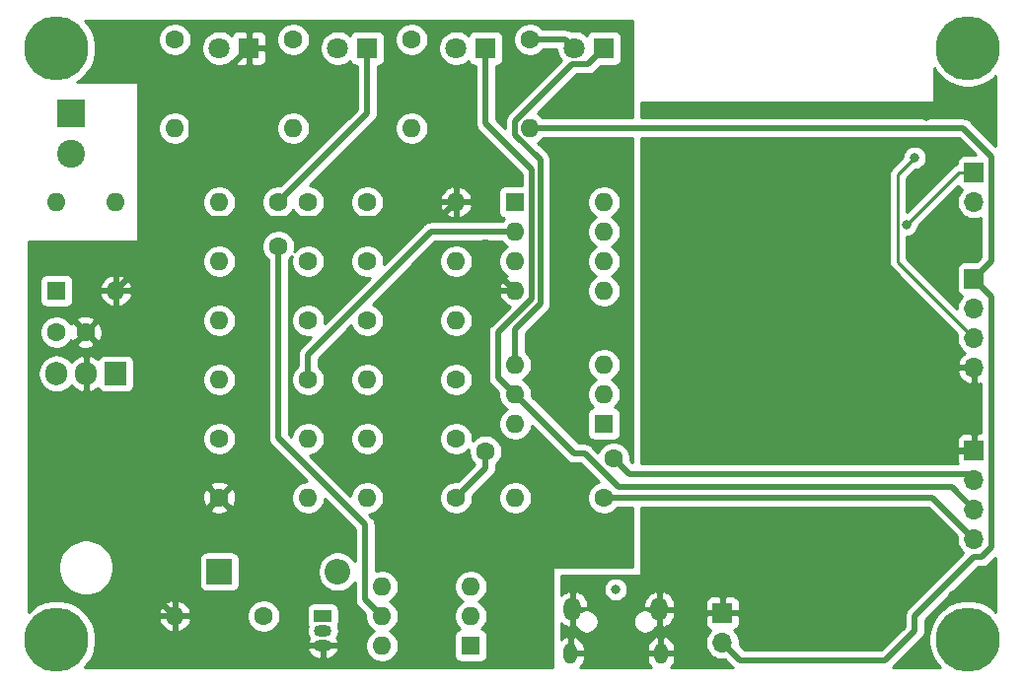
<source format=gbr>
%TF.GenerationSoftware,KiCad,Pcbnew,(5.1.6)-1*%
%TF.CreationDate,2021-01-27T21:31:29+01:00*%
%TF.ProjectId,ebus,65627573-2e6b-4696-9361-645f70636258,rev?*%
%TF.SameCoordinates,Original*%
%TF.FileFunction,Copper,L2,Bot*%
%TF.FilePolarity,Positive*%
%FSLAX46Y46*%
G04 Gerber Fmt 4.6, Leading zero omitted, Abs format (unit mm)*
G04 Created by KiCad (PCBNEW (5.1.6)-1) date 2021-01-27 21:31:29*
%MOMM*%
%LPD*%
G01*
G04 APERTURE LIST*
%TA.AperFunction,ComponentPad*%
%ADD10O,1.600000X1.600000*%
%TD*%
%TA.AperFunction,ComponentPad*%
%ADD11R,1.600000X1.600000*%
%TD*%
%TA.AperFunction,ComponentPad*%
%ADD12C,5.500000*%
%TD*%
%TA.AperFunction,ComponentPad*%
%ADD13O,1.905000X2.000000*%
%TD*%
%TA.AperFunction,ComponentPad*%
%ADD14R,1.905000X2.000000*%
%TD*%
%TA.AperFunction,ComponentPad*%
%ADD15C,1.600000*%
%TD*%
%TA.AperFunction,ComponentPad*%
%ADD16R,1.500000X1.050000*%
%TD*%
%TA.AperFunction,ComponentPad*%
%ADD17O,1.500000X1.050000*%
%TD*%
%TA.AperFunction,ComponentPad*%
%ADD18O,1.700000X1.700000*%
%TD*%
%TA.AperFunction,ComponentPad*%
%ADD19R,1.700000X1.700000*%
%TD*%
%TA.AperFunction,ComponentPad*%
%ADD20O,1.150000X1.800000*%
%TD*%
%TA.AperFunction,ComponentPad*%
%ADD21O,1.450000X2.000000*%
%TD*%
%TA.AperFunction,ComponentPad*%
%ADD22C,2.400000*%
%TD*%
%TA.AperFunction,ComponentPad*%
%ADD23R,2.400000X2.400000*%
%TD*%
%TA.AperFunction,ComponentPad*%
%ADD24C,1.800000*%
%TD*%
%TA.AperFunction,ComponentPad*%
%ADD25R,1.800000X1.800000*%
%TD*%
%TA.AperFunction,ComponentPad*%
%ADD26O,2.200000X2.200000*%
%TD*%
%TA.AperFunction,ComponentPad*%
%ADD27R,2.200000X2.200000*%
%TD*%
%TA.AperFunction,ViaPad*%
%ADD28C,1.600000*%
%TD*%
%TA.AperFunction,ViaPad*%
%ADD29C,0.800000*%
%TD*%
%TA.AperFunction,Conductor*%
%ADD30C,0.500000*%
%TD*%
%TA.AperFunction,Conductor*%
%ADD31C,0.250000*%
%TD*%
%TA.AperFunction,Conductor*%
%ADD32C,0.254000*%
%TD*%
G04 APERTURE END LIST*
D10*
%TO.P,4N25,6*%
%TO.N,N/C*%
X82550000Y-118110000D03*
%TO.P,4N25,3*%
X90170000Y-113030000D03*
%TO.P,4N25,5*%
%TO.N,RX*%
X82550000Y-115570000D03*
%TO.P,4N25,2*%
%TO.N,Net-(U1-Pad7)*%
X90170000Y-115570000D03*
%TO.P,4N25,4*%
%TO.N,GNDREF*%
X82550000Y-113030000D03*
D11*
%TO.P,4N25,1*%
%TO.N,Net-(R14-Pad1)*%
X90170000Y-118110000D03*
%TD*%
D12*
%TO.P,REF\u002A\u002A,1*%
%TO.N,N/C*%
X121412000Y-136652000D03*
%TD*%
%TO.P,REF\u002A\u002A,1*%
%TO.N,N/C*%
X121412000Y-85852000D03*
%TD*%
%TO.P,REF\u002A\u002A,1*%
%TO.N,N/C*%
X43180000Y-85852000D03*
%TD*%
%TO.P,REF\u002A\u002A,1*%
%TO.N,N/C*%
X43180000Y-136652000D03*
%TD*%
D13*
%TO.P,L7805,3*%
%TO.N,+5V*%
X43180000Y-113792000D03*
%TO.P,L7805,2*%
%TO.N,GNDD*%
X45720000Y-113792000D03*
D14*
%TO.P,L7805,1*%
%TO.N,SIGNAL*%
X48260000Y-113792000D03*
%TD*%
D10*
%TO.P,4N25,6*%
%TO.N,N/C*%
X71120000Y-137160000D03*
%TO.P,4N25,3*%
X78740000Y-132080000D03*
%TO.P,4N25,5*%
%TO.N,Net-(D2-Pad1)*%
X71120000Y-134620000D03*
%TO.P,4N25,2*%
%TO.N,TX*%
X78740000Y-134620000D03*
%TO.P,4N25,4*%
%TO.N,Net-(Q1-Pad2)*%
X71120000Y-132080000D03*
D11*
%TO.P,4N25,1*%
%TO.N,Net-(R13-Pad2)*%
X78740000Y-137160000D03*
%TD*%
D10*
%TO.P,LM393P,8*%
%TO.N,+5V*%
X90170000Y-99060000D03*
%TO.P,LM393P,4*%
%TO.N,GNDD*%
X82550000Y-106680000D03*
%TO.P,LM393P,7*%
%TO.N,Net-(U1-Pad7)*%
X90170000Y-101600000D03*
%TO.P,LM393P,3*%
%TO.N,Net-(R10-Pad2)*%
X82550000Y-104140000D03*
%TO.P,LM393P,6*%
%TO.N,Net-(R10-Pad1)*%
X90170000Y-104140000D03*
%TO.P,LM393P,2*%
%TO.N,Net-(R3-Pad1)*%
X82550000Y-101600000D03*
%TO.P,LM393P,5*%
%TO.N,Net-(R10-Pad2)*%
X90170000Y-106680000D03*
D11*
%TO.P,LM393P,1*%
%TO.N,Net-(R10-Pad1)*%
X82550000Y-99060000D03*
%TD*%
D10*
%TO.P,R19,2*%
%TO.N,+5VP*%
X83820000Y-92710000D03*
D15*
%TO.P,R19,1*%
%TO.N,Net-(D6-Pad2)*%
X83820000Y-85090000D03*
%TD*%
D10*
%TO.P,R17,2*%
%TO.N,+5V*%
X53340000Y-92710000D03*
D15*
%TO.P,R17,1*%
%TO.N,Net-(D5-Pad2)*%
X53340000Y-85090000D03*
%TD*%
D10*
%TO.P,R16,2*%
%TO.N,+3V3*%
X73660000Y-92710000D03*
D15*
%TO.P,R16,1*%
%TO.N,Net-(D4-Pad2)*%
X73660000Y-85090000D03*
%TD*%
D10*
%TO.P,R15,2*%
%TO.N,+3V3*%
X69850000Y-119380000D03*
D15*
%TO.P,R15,1*%
%TO.N,RX*%
X77470000Y-119380000D03*
%TD*%
D10*
%TO.P,R14,2*%
%TO.N,+5V*%
X69850000Y-114300000D03*
D15*
%TO.P,R14,1*%
%TO.N,Net-(R14-Pad1)*%
X77470000Y-114300000D03*
%TD*%
D10*
%TO.P,R13,2*%
%TO.N,Net-(R13-Pad2)*%
X82550000Y-124460000D03*
D15*
%TO.P,R13,1*%
%TO.N,+3V3*%
X90170000Y-124460000D03*
%TD*%
D10*
%TO.P,R12,2*%
%TO.N,+3V3*%
X69850000Y-124460000D03*
D15*
%TO.P,R12,1*%
%TO.N,TX*%
X77470000Y-124460000D03*
%TD*%
D10*
%TO.P,R11,2*%
%TO.N,+5V*%
X57150000Y-109220000D03*
D15*
%TO.P,R11,1*%
%TO.N,Net-(R10-Pad1)*%
X64770000Y-109220000D03*
%TD*%
D10*
%TO.P,R10,2*%
%TO.N,Net-(R10-Pad2)*%
X77470000Y-109220000D03*
D15*
%TO.P,R10,1*%
%TO.N,Net-(R10-Pad1)*%
X69850000Y-109220000D03*
%TD*%
D10*
%TO.P,R9,2*%
%TO.N,+5V*%
X57150000Y-104140000D03*
D15*
%TO.P,R9,1*%
%TO.N,Net-(R10-Pad2)*%
X64770000Y-104140000D03*
%TD*%
D10*
%TO.P,R8,2*%
%TO.N,+5V*%
X57150000Y-99060000D03*
D15*
%TO.P,R8,1*%
%TO.N,Net-(R10-Pad2)*%
X64770000Y-99060000D03*
%TD*%
D10*
%TO.P,R7,2*%
%TO.N,Net-(R2-Pad1)*%
X77470000Y-104140000D03*
D15*
%TO.P,R7,1*%
%TO.N,Net-(R10-Pad2)*%
X69850000Y-104140000D03*
%TD*%
D10*
%TO.P,R6,2*%
%TO.N,+5V*%
X63500000Y-92710000D03*
D15*
%TO.P,R6,1*%
%TO.N,Net-(D2-Pad2)*%
X63500000Y-85090000D03*
%TD*%
D10*
%TO.P,R5,2*%
%TO.N,Net-(R4-Pad1)*%
X64770000Y-124460000D03*
D15*
%TO.P,R5,1*%
%TO.N,GNDD*%
X57150000Y-124460000D03*
%TD*%
D10*
%TO.P,R4,2*%
%TO.N,Net-(R3-Pad1)*%
X64770000Y-119380000D03*
D15*
%TO.P,R4,1*%
%TO.N,Net-(R4-Pad1)*%
X57150000Y-119380000D03*
%TD*%
D10*
%TO.P,R3,2*%
%TO.N,SIGNAL*%
X57150000Y-114300000D03*
D15*
%TO.P,R3,1*%
%TO.N,Net-(R3-Pad1)*%
X64770000Y-114300000D03*
%TD*%
D10*
%TO.P,R2,2*%
%TO.N,GNDD*%
X77470000Y-99060000D03*
D15*
%TO.P,R2,1*%
%TO.N,Net-(R2-Pad1)*%
X69850000Y-99060000D03*
%TD*%
D10*
%TO.P,R1,2*%
%TO.N,GNDD*%
X53340000Y-134620000D03*
D15*
%TO.P,R1,1*%
%TO.N,Net-(Q1-Pad2)*%
X60960000Y-134620000D03*
%TD*%
D16*
%TO.P,BC337,1*%
%TO.N,Net-(D1-Pad2)*%
X66040000Y-134620000D03*
D17*
%TO.P,BC337,3*%
%TO.N,GNDD*%
X66040000Y-137160000D03*
%TO.P,BC337,2*%
%TO.N,Net-(Q1-Pad2)*%
X66040000Y-135890000D03*
%TD*%
D18*
%TO.P,Prog,4*%
%TO.N,GNDREF*%
X121920000Y-113284000D03*
%TO.P,Prog,3*%
%TO.N,P_RX*%
X121920000Y-110744000D03*
%TO.P,Prog,2*%
%TO.N,P_TX*%
X121920000Y-108204000D03*
D19*
%TO.P,Prog,1*%
%TO.N,+5VP*%
X121920000Y-105664000D03*
%TD*%
D18*
%TO.P,Service,2*%
%TO.N,RESET*%
X121920000Y-99060000D03*
D19*
%TO.P,Service,1*%
%TO.N,GPIO0*%
X121920000Y-96520000D03*
%TD*%
D18*
%TO.P,PWR,2*%
%TO.N,+5VP*%
X100330000Y-136906000D03*
D19*
%TO.P,PWR,1*%
%TO.N,GNDREF*%
X100330000Y-134366000D03*
%TD*%
D20*
%TO.P,micro USB,6*%
%TO.N,GNDREF*%
X95061000Y-137840000D03*
X87311000Y-137840000D03*
D21*
X94911000Y-134040000D03*
X87461000Y-134040000D03*
%TD*%
D18*
%TO.P,UART,4*%
%TO.N,+3V3*%
X121920000Y-128016000D03*
%TO.P,UART,3*%
%TO.N,RX*%
X121920000Y-125476000D03*
%TO.P,UART,2*%
%TO.N,TX*%
X121920000Y-122936000D03*
D19*
%TO.P,UART,1*%
%TO.N,GNDREF*%
X121920000Y-120396000D03*
%TD*%
D22*
%TO.P,J1,2*%
%TO.N,Net-(D3-Pad4)*%
X44450000Y-94940000D03*
D23*
%TO.P,J1,1*%
%TO.N,Net-(D3-Pad3)*%
X44450000Y-91440000D03*
%TD*%
D24*
%TO.P,D6,2*%
%TO.N,Net-(D6-Pad2)*%
X87630000Y-85852000D03*
D25*
%TO.P,D6,1*%
%TO.N,GNDREF*%
X90170000Y-85852000D03*
%TD*%
D24*
%TO.P,D5,2*%
%TO.N,Net-(D5-Pad2)*%
X57150000Y-85852000D03*
D25*
%TO.P,D5,1*%
%TO.N,GNDD*%
X59690000Y-85852000D03*
%TD*%
D24*
%TO.P,D4,2*%
%TO.N,Net-(D4-Pad2)*%
X77470000Y-85852000D03*
D25*
%TO.P,D4,1*%
%TO.N,RX*%
X80010000Y-85852000D03*
%TD*%
D11*
%TO.P,DF10M,1*%
%TO.N,SIGNAL*%
X43180000Y-106680000D03*
D10*
%TO.P,DF10M,3*%
%TO.N,Net-(D3-Pad3)*%
X48260000Y-99060000D03*
%TO.P,DF10M,2*%
%TO.N,GNDD*%
X48260000Y-106680000D03*
%TO.P,DF10M,4*%
%TO.N,Net-(D3-Pad4)*%
X43180000Y-99060000D03*
%TD*%
D24*
%TO.P,D2,2*%
%TO.N,Net-(D2-Pad2)*%
X67310000Y-85852000D03*
D25*
%TO.P,D2,1*%
%TO.N,Net-(D2-Pad1)*%
X69850000Y-85852000D03*
%TD*%
D26*
%TO.P,D1,2*%
%TO.N,Net-(D1-Pad2)*%
X67310000Y-130810000D03*
D27*
%TO.P,D1,1*%
%TO.N,SIGNAL*%
X57150000Y-130810000D03*
%TD*%
D15*
%TO.P,C1,2*%
%TO.N,GNDD*%
X45680000Y-110236000D03*
%TO.P,C1,1*%
%TO.N,SIGNAL*%
X43180000Y-110236000D03*
%TD*%
D28*
%TO.N,GNDD*%
X80010000Y-103050000D03*
D29*
X86360000Y-108712000D03*
X87122000Y-116078000D03*
D28*
%TO.N,GNDREF*%
X115570000Y-120470000D03*
X109220000Y-120470000D03*
D29*
X117602000Y-131572000D03*
X120142000Y-132842000D03*
X117856000Y-97028000D03*
X119634000Y-99568000D03*
X117856000Y-91694000D03*
X120396000Y-90932000D03*
%TO.N,+5VP*%
X91186000Y-132334000D03*
D28*
%TO.N,Net-(D2-Pad1)*%
X62230000Y-102870000D03*
X62230000Y-99060000D03*
%TO.N,TX*%
X80010000Y-120470000D03*
X90998306Y-121091694D03*
D29*
%TO.N,GPIO0*%
X116115000Y-101025000D03*
%TO.N,P_RX*%
X116840000Y-95250000D03*
%TD*%
D30*
%TO.N,GNDD*%
X57150000Y-124460000D02*
X52070000Y-129540000D01*
X52070000Y-133350000D02*
X53340000Y-134620000D01*
X52070000Y-129540000D02*
X52070000Y-133350000D01*
X54790001Y-90751999D02*
X59690000Y-85852000D01*
X54790001Y-100149999D02*
X54790001Y-90751999D01*
X48260000Y-106680000D02*
X54790001Y-100149999D01*
X82550000Y-106680000D02*
X80010000Y-104140000D01*
X80010000Y-104140000D02*
X80010000Y-103050000D01*
X55150003Y-100510001D02*
X54790001Y-100149999D01*
X76019999Y-100510001D02*
X55150003Y-100510001D01*
X77470000Y-99060000D02*
X76019999Y-100510001D01*
%TO.N,GNDREF*%
X121846000Y-120470000D02*
X121920000Y-120396000D01*
X115570000Y-120470000D02*
X121846000Y-120470000D01*
X115570000Y-120470000D02*
X109220000Y-120470000D01*
X82550000Y-113030000D02*
X82550000Y-109982000D01*
X88819999Y-87202001D02*
X90170000Y-85852000D01*
X87477997Y-87202001D02*
X88819999Y-87202001D01*
X82569999Y-92109999D02*
X87477997Y-87202001D01*
X84700011Y-95440013D02*
X82569999Y-93310001D01*
X84700011Y-107831989D02*
X84700011Y-95440013D01*
X82569999Y-93310001D02*
X82569999Y-92109999D01*
X82550000Y-109982000D02*
X84700011Y-107831989D01*
%TO.N,+5VP*%
X123420001Y-128736001D02*
X122616002Y-129540000D01*
X121920000Y-105664000D02*
X123420001Y-107164001D01*
X123420001Y-107164001D02*
X123420001Y-128736001D01*
X121920000Y-129540000D02*
X116840000Y-134620000D01*
X122616002Y-129540000D02*
X121920000Y-129540000D01*
X116840000Y-134620000D02*
X116840000Y-135890000D01*
X116840000Y-135890000D02*
X114300000Y-138430000D01*
X101854000Y-138430000D02*
X100330000Y-136906000D01*
X114300000Y-138430000D02*
X101854000Y-138430000D01*
X123420001Y-104163999D02*
X121920000Y-105664000D01*
X123420001Y-95149999D02*
X123420001Y-104163999D01*
X120980002Y-92710000D02*
X123420001Y-95149999D01*
X83820000Y-92710000D02*
X120980002Y-92710000D01*
%TO.N,+3V3*%
X118364000Y-124460000D02*
X121920000Y-128016000D01*
X90170000Y-124460000D02*
X118364000Y-124460000D01*
%TO.N,Net-(D2-Pad1)*%
X62230000Y-119346004D02*
X62230000Y-102870000D01*
X69669999Y-126786003D02*
X62230000Y-119346004D01*
X71120000Y-134620000D02*
X69669999Y-133169999D01*
X69669999Y-133169999D02*
X69669999Y-126786003D01*
X69850000Y-91440000D02*
X69850000Y-85852000D01*
X62230000Y-99060000D02*
X69850000Y-91440000D01*
%TO.N,RX*%
X80010000Y-92318808D02*
X80010000Y-85852000D01*
X84000001Y-96308809D02*
X80010000Y-92318808D01*
X84000001Y-107376001D02*
X84000001Y-96308809D01*
X81099999Y-110276003D02*
X84000001Y-107376001D01*
X81099999Y-114119999D02*
X81099999Y-110276003D01*
X82550000Y-115570000D02*
X81099999Y-114119999D01*
X121920000Y-125476000D02*
X120003990Y-123559990D01*
X91415992Y-123559990D02*
X88506002Y-120650000D01*
X120003990Y-123559990D02*
X91415992Y-123559990D01*
X87630000Y-120650000D02*
X82550000Y-115570000D01*
X88506002Y-120650000D02*
X87630000Y-120650000D01*
%TO.N,Net-(D6-Pad2)*%
X86868000Y-85090000D02*
X87630000Y-85852000D01*
X83820000Y-85090000D02*
X86868000Y-85090000D01*
%TO.N,TX*%
X80010000Y-121920000D02*
X77470000Y-124460000D01*
X80010000Y-120470000D02*
X80010000Y-121920000D01*
X121920000Y-122936000D02*
X121412000Y-122428000D01*
X92334612Y-122428000D02*
X90998306Y-121091694D01*
X121412000Y-122428000D02*
X92334612Y-122428000D01*
D31*
%TO.N,GPIO0*%
X121920000Y-96520000D02*
X120620000Y-96520000D01*
X120620000Y-96520000D02*
X116115000Y-101025000D01*
%TO.N,P_RX*%
X115389999Y-96700001D02*
X116840000Y-95250000D01*
X121920000Y-110744000D02*
X115389999Y-104213999D01*
X115389999Y-104213999D02*
X115389999Y-96700001D01*
D30*
%TO.N,Net-(R3-Pad1)*%
X64770000Y-112153998D02*
X64770000Y-114300000D01*
X75323998Y-101600000D02*
X64770000Y-112153998D01*
X82550000Y-101600000D02*
X75323998Y-101600000D01*
%TD*%
D32*
%TO.N,GNDD*%
G36*
X92583000Y-91825000D02*
G01*
X84954521Y-91825000D01*
X84934637Y-91795241D01*
X84734759Y-91595363D01*
X84499727Y-91438320D01*
X84495151Y-91436425D01*
X87844576Y-88087001D01*
X88776530Y-88087001D01*
X88819999Y-88091282D01*
X88863468Y-88087001D01*
X88863476Y-88087001D01*
X88993489Y-88074196D01*
X89160312Y-88023590D01*
X89314058Y-87941412D01*
X89448816Y-87830818D01*
X89476533Y-87797045D01*
X89883506Y-87390072D01*
X91070000Y-87390072D01*
X91194482Y-87377812D01*
X91314180Y-87341502D01*
X91424494Y-87282537D01*
X91521185Y-87203185D01*
X91600537Y-87106494D01*
X91659502Y-86996180D01*
X91695812Y-86876482D01*
X91708072Y-86752000D01*
X91708072Y-84952000D01*
X91695812Y-84827518D01*
X91659502Y-84707820D01*
X91600537Y-84597506D01*
X91521185Y-84500815D01*
X91424494Y-84421463D01*
X91314180Y-84362498D01*
X91194482Y-84326188D01*
X91070000Y-84313928D01*
X89270000Y-84313928D01*
X89145518Y-84326188D01*
X89025820Y-84362498D01*
X88915506Y-84421463D01*
X88818815Y-84500815D01*
X88739463Y-84597506D01*
X88680498Y-84707820D01*
X88674944Y-84726127D01*
X88608505Y-84659688D01*
X88357095Y-84491701D01*
X88077743Y-84375989D01*
X87781184Y-84317000D01*
X87478816Y-84317000D01*
X87347927Y-84343035D01*
X87208313Y-84268411D01*
X87041490Y-84217805D01*
X86911477Y-84205000D01*
X86911469Y-84205000D01*
X86868000Y-84200719D01*
X86824531Y-84205000D01*
X84954521Y-84205000D01*
X84934637Y-84175241D01*
X84734759Y-83975363D01*
X84499727Y-83818320D01*
X84238574Y-83710147D01*
X83961335Y-83655000D01*
X83678665Y-83655000D01*
X83401426Y-83710147D01*
X83140273Y-83818320D01*
X82905241Y-83975363D01*
X82705363Y-84175241D01*
X82548320Y-84410273D01*
X82440147Y-84671426D01*
X82385000Y-84948665D01*
X82385000Y-85231335D01*
X82440147Y-85508574D01*
X82548320Y-85769727D01*
X82705363Y-86004759D01*
X82905241Y-86204637D01*
X83140273Y-86361680D01*
X83401426Y-86469853D01*
X83678665Y-86525000D01*
X83961335Y-86525000D01*
X84238574Y-86469853D01*
X84499727Y-86361680D01*
X84734759Y-86204637D01*
X84934637Y-86004759D01*
X84954521Y-85975000D01*
X86095000Y-85975000D01*
X86095000Y-86003184D01*
X86153989Y-86299743D01*
X86269701Y-86579095D01*
X86437688Y-86830505D01*
X86517801Y-86910618D01*
X81974951Y-91453469D01*
X81941183Y-91481182D01*
X81913470Y-91514950D01*
X81913467Y-91514953D01*
X81830589Y-91615940D01*
X81748411Y-91769686D01*
X81697804Y-91936509D01*
X81680718Y-92109999D01*
X81685000Y-92153477D01*
X81684999Y-92742229D01*
X80895000Y-91952230D01*
X80895000Y-87390072D01*
X80910000Y-87390072D01*
X81034482Y-87377812D01*
X81154180Y-87341502D01*
X81264494Y-87282537D01*
X81361185Y-87203185D01*
X81440537Y-87106494D01*
X81499502Y-86996180D01*
X81535812Y-86876482D01*
X81548072Y-86752000D01*
X81548072Y-84952000D01*
X81535812Y-84827518D01*
X81499502Y-84707820D01*
X81440537Y-84597506D01*
X81361185Y-84500815D01*
X81264494Y-84421463D01*
X81154180Y-84362498D01*
X81034482Y-84326188D01*
X80910000Y-84313928D01*
X79110000Y-84313928D01*
X78985518Y-84326188D01*
X78865820Y-84362498D01*
X78755506Y-84421463D01*
X78658815Y-84500815D01*
X78579463Y-84597506D01*
X78520498Y-84707820D01*
X78514944Y-84726127D01*
X78448505Y-84659688D01*
X78197095Y-84491701D01*
X77917743Y-84375989D01*
X77621184Y-84317000D01*
X77318816Y-84317000D01*
X77022257Y-84375989D01*
X76742905Y-84491701D01*
X76491495Y-84659688D01*
X76277688Y-84873495D01*
X76109701Y-85124905D01*
X75993989Y-85404257D01*
X75935000Y-85700816D01*
X75935000Y-86003184D01*
X75993989Y-86299743D01*
X76109701Y-86579095D01*
X76277688Y-86830505D01*
X76491495Y-87044312D01*
X76742905Y-87212299D01*
X77022257Y-87328011D01*
X77318816Y-87387000D01*
X77621184Y-87387000D01*
X77917743Y-87328011D01*
X78197095Y-87212299D01*
X78448505Y-87044312D01*
X78514944Y-86977873D01*
X78520498Y-86996180D01*
X78579463Y-87106494D01*
X78658815Y-87203185D01*
X78755506Y-87282537D01*
X78865820Y-87341502D01*
X78985518Y-87377812D01*
X79110000Y-87390072D01*
X79125001Y-87390072D01*
X79125000Y-92275339D01*
X79120719Y-92318808D01*
X79125000Y-92362277D01*
X79125000Y-92362284D01*
X79137805Y-92492297D01*
X79188411Y-92659120D01*
X79270589Y-92812866D01*
X79381183Y-92947625D01*
X79414956Y-92975342D01*
X83115002Y-96675389D01*
X83115002Y-97621928D01*
X81750000Y-97621928D01*
X81625518Y-97634188D01*
X81505820Y-97670498D01*
X81395506Y-97729463D01*
X81298815Y-97808815D01*
X81219463Y-97905506D01*
X81160498Y-98015820D01*
X81124188Y-98135518D01*
X81111928Y-98260000D01*
X81111928Y-99860000D01*
X81124188Y-99984482D01*
X81160498Y-100104180D01*
X81219463Y-100214494D01*
X81298815Y-100311185D01*
X81395506Y-100390537D01*
X81505820Y-100449502D01*
X81625518Y-100485812D01*
X81633961Y-100486643D01*
X81435363Y-100685241D01*
X81415479Y-100715000D01*
X75367463Y-100715000D01*
X75323997Y-100710719D01*
X75280531Y-100715000D01*
X75280521Y-100715000D01*
X75150508Y-100727805D01*
X74983685Y-100778411D01*
X74829939Y-100860589D01*
X74829937Y-100860590D01*
X74829938Y-100860590D01*
X74728951Y-100943468D01*
X74728949Y-100943470D01*
X74695181Y-100971183D01*
X74667468Y-101004951D01*
X71258659Y-104413761D01*
X71285000Y-104281335D01*
X71285000Y-103998665D01*
X71229853Y-103721426D01*
X71121680Y-103460273D01*
X70964637Y-103225241D01*
X70764759Y-103025363D01*
X70529727Y-102868320D01*
X70268574Y-102760147D01*
X69991335Y-102705000D01*
X69708665Y-102705000D01*
X69431426Y-102760147D01*
X69170273Y-102868320D01*
X68935241Y-103025363D01*
X68735363Y-103225241D01*
X68578320Y-103460273D01*
X68470147Y-103721426D01*
X68415000Y-103998665D01*
X68415000Y-104281335D01*
X68470147Y-104558574D01*
X68578320Y-104819727D01*
X68735363Y-105054759D01*
X68935241Y-105254637D01*
X69170273Y-105411680D01*
X69431426Y-105519853D01*
X69708665Y-105575000D01*
X69991335Y-105575000D01*
X70123761Y-105548658D01*
X66178658Y-109493761D01*
X66205000Y-109361335D01*
X66205000Y-109078665D01*
X66149853Y-108801426D01*
X66041680Y-108540273D01*
X65884637Y-108305241D01*
X65684759Y-108105363D01*
X65449727Y-107948320D01*
X65188574Y-107840147D01*
X64911335Y-107785000D01*
X64628665Y-107785000D01*
X64351426Y-107840147D01*
X64090273Y-107948320D01*
X63855241Y-108105363D01*
X63655363Y-108305241D01*
X63498320Y-108540273D01*
X63390147Y-108801426D01*
X63335000Y-109078665D01*
X63335000Y-109361335D01*
X63390147Y-109638574D01*
X63498320Y-109899727D01*
X63655363Y-110134759D01*
X63855241Y-110334637D01*
X64090273Y-110491680D01*
X64351426Y-110599853D01*
X64628665Y-110655000D01*
X64911335Y-110655000D01*
X65043762Y-110628658D01*
X64174956Y-111497464D01*
X64141183Y-111525181D01*
X64030589Y-111659940D01*
X63948411Y-111813686D01*
X63897805Y-111980509D01*
X63885000Y-112110522D01*
X63885000Y-112110529D01*
X63880719Y-112153998D01*
X63885000Y-112197467D01*
X63885000Y-113165478D01*
X63855241Y-113185363D01*
X63655363Y-113385241D01*
X63498320Y-113620273D01*
X63390147Y-113881426D01*
X63335000Y-114158665D01*
X63335000Y-114441335D01*
X63390147Y-114718574D01*
X63498320Y-114979727D01*
X63655363Y-115214759D01*
X63855241Y-115414637D01*
X64090273Y-115571680D01*
X64351426Y-115679853D01*
X64628665Y-115735000D01*
X64911335Y-115735000D01*
X65188574Y-115679853D01*
X65449727Y-115571680D01*
X65684759Y-115414637D01*
X65884637Y-115214759D01*
X66041680Y-114979727D01*
X66149853Y-114718574D01*
X66205000Y-114441335D01*
X66205000Y-114158665D01*
X68415000Y-114158665D01*
X68415000Y-114441335D01*
X68470147Y-114718574D01*
X68578320Y-114979727D01*
X68735363Y-115214759D01*
X68935241Y-115414637D01*
X69170273Y-115571680D01*
X69431426Y-115679853D01*
X69708665Y-115735000D01*
X69991335Y-115735000D01*
X70268574Y-115679853D01*
X70529727Y-115571680D01*
X70764759Y-115414637D01*
X70964637Y-115214759D01*
X71121680Y-114979727D01*
X71229853Y-114718574D01*
X71285000Y-114441335D01*
X71285000Y-114158665D01*
X76035000Y-114158665D01*
X76035000Y-114441335D01*
X76090147Y-114718574D01*
X76198320Y-114979727D01*
X76355363Y-115214759D01*
X76555241Y-115414637D01*
X76790273Y-115571680D01*
X77051426Y-115679853D01*
X77328665Y-115735000D01*
X77611335Y-115735000D01*
X77888574Y-115679853D01*
X78149727Y-115571680D01*
X78384759Y-115414637D01*
X78584637Y-115214759D01*
X78741680Y-114979727D01*
X78849853Y-114718574D01*
X78905000Y-114441335D01*
X78905000Y-114158665D01*
X78849853Y-113881426D01*
X78741680Y-113620273D01*
X78584637Y-113385241D01*
X78384759Y-113185363D01*
X78149727Y-113028320D01*
X77888574Y-112920147D01*
X77611335Y-112865000D01*
X77328665Y-112865000D01*
X77051426Y-112920147D01*
X76790273Y-113028320D01*
X76555241Y-113185363D01*
X76355363Y-113385241D01*
X76198320Y-113620273D01*
X76090147Y-113881426D01*
X76035000Y-114158665D01*
X71285000Y-114158665D01*
X71229853Y-113881426D01*
X71121680Y-113620273D01*
X70964637Y-113385241D01*
X70764759Y-113185363D01*
X70529727Y-113028320D01*
X70268574Y-112920147D01*
X69991335Y-112865000D01*
X69708665Y-112865000D01*
X69431426Y-112920147D01*
X69170273Y-113028320D01*
X68935241Y-113185363D01*
X68735363Y-113385241D01*
X68578320Y-113620273D01*
X68470147Y-113881426D01*
X68415000Y-114158665D01*
X66205000Y-114158665D01*
X66149853Y-113881426D01*
X66041680Y-113620273D01*
X65884637Y-113385241D01*
X65684759Y-113185363D01*
X65655000Y-113165479D01*
X65655000Y-112520576D01*
X68489728Y-109685848D01*
X68578320Y-109899727D01*
X68735363Y-110134759D01*
X68935241Y-110334637D01*
X69170273Y-110491680D01*
X69431426Y-110599853D01*
X69708665Y-110655000D01*
X69991335Y-110655000D01*
X70268574Y-110599853D01*
X70529727Y-110491680D01*
X70764759Y-110334637D01*
X70964637Y-110134759D01*
X71121680Y-109899727D01*
X71229853Y-109638574D01*
X71285000Y-109361335D01*
X71285000Y-109078665D01*
X76035000Y-109078665D01*
X76035000Y-109361335D01*
X76090147Y-109638574D01*
X76198320Y-109899727D01*
X76355363Y-110134759D01*
X76555241Y-110334637D01*
X76790273Y-110491680D01*
X77051426Y-110599853D01*
X77328665Y-110655000D01*
X77611335Y-110655000D01*
X77888574Y-110599853D01*
X78149727Y-110491680D01*
X78384759Y-110334637D01*
X78584637Y-110134759D01*
X78741680Y-109899727D01*
X78849853Y-109638574D01*
X78905000Y-109361335D01*
X78905000Y-109078665D01*
X78849853Y-108801426D01*
X78741680Y-108540273D01*
X78584637Y-108305241D01*
X78384759Y-108105363D01*
X78149727Y-107948320D01*
X77888574Y-107840147D01*
X77611335Y-107785000D01*
X77328665Y-107785000D01*
X77051426Y-107840147D01*
X76790273Y-107948320D01*
X76555241Y-108105363D01*
X76355363Y-108305241D01*
X76198320Y-108540273D01*
X76090147Y-108801426D01*
X76035000Y-109078665D01*
X71285000Y-109078665D01*
X71229853Y-108801426D01*
X71121680Y-108540273D01*
X70964637Y-108305241D01*
X70764759Y-108105363D01*
X70529727Y-107948320D01*
X70315848Y-107859728D01*
X74176911Y-103998665D01*
X76035000Y-103998665D01*
X76035000Y-104281335D01*
X76090147Y-104558574D01*
X76198320Y-104819727D01*
X76355363Y-105054759D01*
X76555241Y-105254637D01*
X76790273Y-105411680D01*
X77051426Y-105519853D01*
X77328665Y-105575000D01*
X77611335Y-105575000D01*
X77888574Y-105519853D01*
X78149727Y-105411680D01*
X78384759Y-105254637D01*
X78584637Y-105054759D01*
X78741680Y-104819727D01*
X78849853Y-104558574D01*
X78905000Y-104281335D01*
X78905000Y-103998665D01*
X78849853Y-103721426D01*
X78741680Y-103460273D01*
X78584637Y-103225241D01*
X78384759Y-103025363D01*
X78149727Y-102868320D01*
X77888574Y-102760147D01*
X77611335Y-102705000D01*
X77328665Y-102705000D01*
X77051426Y-102760147D01*
X76790273Y-102868320D01*
X76555241Y-103025363D01*
X76355363Y-103225241D01*
X76198320Y-103460273D01*
X76090147Y-103721426D01*
X76035000Y-103998665D01*
X74176911Y-103998665D01*
X75690577Y-102485000D01*
X81415479Y-102485000D01*
X81435363Y-102514759D01*
X81635241Y-102714637D01*
X81867759Y-102870000D01*
X81635241Y-103025363D01*
X81435363Y-103225241D01*
X81278320Y-103460273D01*
X81170147Y-103721426D01*
X81115000Y-103998665D01*
X81115000Y-104281335D01*
X81170147Y-104558574D01*
X81278320Y-104819727D01*
X81435363Y-105054759D01*
X81635241Y-105254637D01*
X81870273Y-105411680D01*
X81880865Y-105416067D01*
X81694869Y-105527615D01*
X81486481Y-105716586D01*
X81318963Y-105942580D01*
X81198754Y-106196913D01*
X81158096Y-106330961D01*
X81280085Y-106553000D01*
X82423000Y-106553000D01*
X82423000Y-106533000D01*
X82677000Y-106533000D01*
X82677000Y-106553000D01*
X82697000Y-106553000D01*
X82697000Y-106807000D01*
X82677000Y-106807000D01*
X82677000Y-106827000D01*
X82423000Y-106827000D01*
X82423000Y-106807000D01*
X81280085Y-106807000D01*
X81158096Y-107029039D01*
X81198754Y-107163087D01*
X81318963Y-107417420D01*
X81486481Y-107643414D01*
X81694869Y-107832385D01*
X81936119Y-107977070D01*
X82091656Y-108032767D01*
X80504950Y-109619474D01*
X80471183Y-109647186D01*
X80443470Y-109680954D01*
X80443467Y-109680957D01*
X80360589Y-109781944D01*
X80278411Y-109935690D01*
X80227804Y-110102513D01*
X80210718Y-110276003D01*
X80215000Y-110319482D01*
X80214999Y-114076530D01*
X80210718Y-114119999D01*
X80214999Y-114163468D01*
X80214999Y-114163475D01*
X80227804Y-114293488D01*
X80278410Y-114460311D01*
X80360588Y-114614057D01*
X80471182Y-114748816D01*
X80504955Y-114776533D01*
X81121983Y-115393561D01*
X81115000Y-115428665D01*
X81115000Y-115711335D01*
X81170147Y-115988574D01*
X81278320Y-116249727D01*
X81435363Y-116484759D01*
X81635241Y-116684637D01*
X81867759Y-116840000D01*
X81635241Y-116995363D01*
X81435363Y-117195241D01*
X81278320Y-117430273D01*
X81170147Y-117691426D01*
X81115000Y-117968665D01*
X81115000Y-118251335D01*
X81170147Y-118528574D01*
X81278320Y-118789727D01*
X81435363Y-119024759D01*
X81635241Y-119224637D01*
X81870273Y-119381680D01*
X82131426Y-119489853D01*
X82408665Y-119545000D01*
X82691335Y-119545000D01*
X82968574Y-119489853D01*
X83229727Y-119381680D01*
X83464759Y-119224637D01*
X83664637Y-119024759D01*
X83821680Y-118789727D01*
X83929853Y-118528574D01*
X83984130Y-118255708D01*
X86973470Y-121245049D01*
X87001183Y-121278817D01*
X87034951Y-121306530D01*
X87034953Y-121306532D01*
X87130273Y-121384759D01*
X87135941Y-121389411D01*
X87289687Y-121471589D01*
X87456510Y-121522195D01*
X87586523Y-121535000D01*
X87586531Y-121535000D01*
X87630000Y-121539281D01*
X87673469Y-121535000D01*
X88139424Y-121535000D01*
X89704152Y-123099729D01*
X89490273Y-123188320D01*
X89255241Y-123345363D01*
X89055363Y-123545241D01*
X88898320Y-123780273D01*
X88790147Y-124041426D01*
X88735000Y-124318665D01*
X88735000Y-124601335D01*
X88790147Y-124878574D01*
X88898320Y-125139727D01*
X89055363Y-125374759D01*
X89255241Y-125574637D01*
X89490273Y-125731680D01*
X89751426Y-125839853D01*
X90028665Y-125895000D01*
X90311335Y-125895000D01*
X90588574Y-125839853D01*
X90849727Y-125731680D01*
X91084759Y-125574637D01*
X91284637Y-125374759D01*
X91304521Y-125345000D01*
X92583000Y-125345000D01*
X92583000Y-130429000D01*
X85852000Y-130429000D01*
X85827224Y-130431440D01*
X85803399Y-130438667D01*
X85781443Y-130450403D01*
X85762197Y-130466197D01*
X85746403Y-130485443D01*
X85734667Y-130507399D01*
X85727440Y-130531224D01*
X85725000Y-130556000D01*
X85725000Y-139040000D01*
X45579114Y-139040000D01*
X45809302Y-138809812D01*
X46179748Y-138255399D01*
X46434917Y-137639368D01*
X46469439Y-137465810D01*
X64696036Y-137465810D01*
X64704728Y-137527337D01*
X64797725Y-137736882D01*
X64929816Y-137924258D01*
X65095924Y-138082264D01*
X65289666Y-138204828D01*
X65503596Y-138287239D01*
X65729493Y-138326331D01*
X65913000Y-138166598D01*
X65913000Y-137287000D01*
X66167000Y-137287000D01*
X66167000Y-138166598D01*
X66350507Y-138326331D01*
X66576404Y-138287239D01*
X66790334Y-138204828D01*
X66984076Y-138082264D01*
X67150184Y-137924258D01*
X67282275Y-137736882D01*
X67375272Y-137527337D01*
X67383964Y-137465810D01*
X67258163Y-137287000D01*
X66167000Y-137287000D01*
X65913000Y-137287000D01*
X64821837Y-137287000D01*
X64696036Y-137465810D01*
X46469439Y-137465810D01*
X46565000Y-136985393D01*
X46565000Y-136318607D01*
X46434917Y-135664632D01*
X46179748Y-135048601D01*
X46126587Y-134969039D01*
X51948096Y-134969039D01*
X51988754Y-135103087D01*
X52108963Y-135357420D01*
X52276481Y-135583414D01*
X52484869Y-135772385D01*
X52726119Y-135917070D01*
X52990960Y-136011909D01*
X53213000Y-135890624D01*
X53213000Y-134747000D01*
X53467000Y-134747000D01*
X53467000Y-135890624D01*
X53689040Y-136011909D01*
X53953881Y-135917070D01*
X54195131Y-135772385D01*
X54403519Y-135583414D01*
X54571037Y-135357420D01*
X54691246Y-135103087D01*
X54731904Y-134969039D01*
X54609915Y-134747000D01*
X53467000Y-134747000D01*
X53213000Y-134747000D01*
X52070085Y-134747000D01*
X51948096Y-134969039D01*
X46126587Y-134969039D01*
X45809302Y-134494188D01*
X45586075Y-134270961D01*
X51948096Y-134270961D01*
X52070085Y-134493000D01*
X53213000Y-134493000D01*
X53213000Y-133349376D01*
X53467000Y-133349376D01*
X53467000Y-134493000D01*
X54609915Y-134493000D01*
X54617790Y-134478665D01*
X59525000Y-134478665D01*
X59525000Y-134761335D01*
X59580147Y-135038574D01*
X59688320Y-135299727D01*
X59845363Y-135534759D01*
X60045241Y-135734637D01*
X60280273Y-135891680D01*
X60541426Y-135999853D01*
X60818665Y-136055000D01*
X61101335Y-136055000D01*
X61378574Y-135999853D01*
X61639727Y-135891680D01*
X61642241Y-135890000D01*
X64649388Y-135890000D01*
X64671785Y-136117400D01*
X64738115Y-136336060D01*
X64838929Y-136524669D01*
X64797725Y-136583118D01*
X64704728Y-136792663D01*
X64696036Y-136854190D01*
X64821837Y-137033000D01*
X65586891Y-137033000D01*
X65587600Y-137033215D01*
X65758021Y-137050000D01*
X66321979Y-137050000D01*
X66492400Y-137033215D01*
X66493109Y-137033000D01*
X67258163Y-137033000D01*
X67383964Y-136854190D01*
X67375272Y-136792663D01*
X67282275Y-136583118D01*
X67241071Y-136524669D01*
X67341885Y-136336060D01*
X67408215Y-136117400D01*
X67430612Y-135890000D01*
X67408215Y-135662600D01*
X67344907Y-135453902D01*
X67379502Y-135389180D01*
X67415812Y-135269482D01*
X67428072Y-135145000D01*
X67428072Y-134095000D01*
X67415812Y-133970518D01*
X67379502Y-133850820D01*
X67320537Y-133740506D01*
X67241185Y-133643815D01*
X67144494Y-133564463D01*
X67034180Y-133505498D01*
X66914482Y-133469188D01*
X66790000Y-133456928D01*
X65290000Y-133456928D01*
X65165518Y-133469188D01*
X65045820Y-133505498D01*
X64935506Y-133564463D01*
X64838815Y-133643815D01*
X64759463Y-133740506D01*
X64700498Y-133850820D01*
X64664188Y-133970518D01*
X64651928Y-134095000D01*
X64651928Y-135145000D01*
X64664188Y-135269482D01*
X64700498Y-135389180D01*
X64735093Y-135453902D01*
X64671785Y-135662600D01*
X64649388Y-135890000D01*
X61642241Y-135890000D01*
X61874759Y-135734637D01*
X62074637Y-135534759D01*
X62231680Y-135299727D01*
X62339853Y-135038574D01*
X62395000Y-134761335D01*
X62395000Y-134478665D01*
X62339853Y-134201426D01*
X62231680Y-133940273D01*
X62074637Y-133705241D01*
X61874759Y-133505363D01*
X61639727Y-133348320D01*
X61378574Y-133240147D01*
X61101335Y-133185000D01*
X60818665Y-133185000D01*
X60541426Y-133240147D01*
X60280273Y-133348320D01*
X60045241Y-133505363D01*
X59845363Y-133705241D01*
X59688320Y-133940273D01*
X59580147Y-134201426D01*
X59525000Y-134478665D01*
X54617790Y-134478665D01*
X54731904Y-134270961D01*
X54691246Y-134136913D01*
X54571037Y-133882580D01*
X54403519Y-133656586D01*
X54195131Y-133467615D01*
X53953881Y-133322930D01*
X53689040Y-133228091D01*
X53467000Y-133349376D01*
X53213000Y-133349376D01*
X52990960Y-133228091D01*
X52726119Y-133322930D01*
X52484869Y-133467615D01*
X52276481Y-133656586D01*
X52108963Y-133882580D01*
X51988754Y-134136913D01*
X51948096Y-134270961D01*
X45586075Y-134270961D01*
X45337812Y-134022698D01*
X44783399Y-133652252D01*
X44167368Y-133397083D01*
X43513393Y-133267000D01*
X42846607Y-133267000D01*
X42192632Y-133397083D01*
X41576601Y-133652252D01*
X41022188Y-134022698D01*
X40792000Y-134252886D01*
X40792000Y-130217098D01*
X43335000Y-130217098D01*
X43335000Y-130686902D01*
X43426654Y-131147679D01*
X43606440Y-131581721D01*
X43867450Y-131972349D01*
X44199651Y-132304550D01*
X44590279Y-132565560D01*
X45024321Y-132745346D01*
X45485098Y-132837000D01*
X45954902Y-132837000D01*
X46415679Y-132745346D01*
X46849721Y-132565560D01*
X47240349Y-132304550D01*
X47572550Y-131972349D01*
X47833560Y-131581721D01*
X48013346Y-131147679D01*
X48105000Y-130686902D01*
X48105000Y-130217098D01*
X48013346Y-129756321D01*
X47994160Y-129710000D01*
X55411928Y-129710000D01*
X55411928Y-131910000D01*
X55424188Y-132034482D01*
X55460498Y-132154180D01*
X55519463Y-132264494D01*
X55598815Y-132361185D01*
X55695506Y-132440537D01*
X55805820Y-132499502D01*
X55925518Y-132535812D01*
X56050000Y-132548072D01*
X58250000Y-132548072D01*
X58374482Y-132535812D01*
X58494180Y-132499502D01*
X58604494Y-132440537D01*
X58701185Y-132361185D01*
X58780537Y-132264494D01*
X58839502Y-132154180D01*
X58875812Y-132034482D01*
X58888072Y-131910000D01*
X58888072Y-129710000D01*
X58875812Y-129585518D01*
X58839502Y-129465820D01*
X58780537Y-129355506D01*
X58701185Y-129258815D01*
X58604494Y-129179463D01*
X58494180Y-129120498D01*
X58374482Y-129084188D01*
X58250000Y-129071928D01*
X56050000Y-129071928D01*
X55925518Y-129084188D01*
X55805820Y-129120498D01*
X55695506Y-129179463D01*
X55598815Y-129258815D01*
X55519463Y-129355506D01*
X55460498Y-129465820D01*
X55424188Y-129585518D01*
X55411928Y-129710000D01*
X47994160Y-129710000D01*
X47833560Y-129322279D01*
X47572550Y-128931651D01*
X47240349Y-128599450D01*
X46849721Y-128338440D01*
X46415679Y-128158654D01*
X45954902Y-128067000D01*
X45485098Y-128067000D01*
X45024321Y-128158654D01*
X44590279Y-128338440D01*
X44199651Y-128599450D01*
X43867450Y-128931651D01*
X43606440Y-129322279D01*
X43426654Y-129756321D01*
X43335000Y-130217098D01*
X40792000Y-130217098D01*
X40792000Y-125452702D01*
X56336903Y-125452702D01*
X56408486Y-125696671D01*
X56663996Y-125817571D01*
X56938184Y-125886300D01*
X57220512Y-125900217D01*
X57500130Y-125858787D01*
X57766292Y-125763603D01*
X57891514Y-125696671D01*
X57963097Y-125452702D01*
X57150000Y-124639605D01*
X56336903Y-125452702D01*
X40792000Y-125452702D01*
X40792000Y-124530512D01*
X55709783Y-124530512D01*
X55751213Y-124810130D01*
X55846397Y-125076292D01*
X55913329Y-125201514D01*
X56157298Y-125273097D01*
X56970395Y-124460000D01*
X57329605Y-124460000D01*
X58142702Y-125273097D01*
X58386671Y-125201514D01*
X58507571Y-124946004D01*
X58576300Y-124671816D01*
X58590217Y-124389488D01*
X58548787Y-124109870D01*
X58453603Y-123843708D01*
X58386671Y-123718486D01*
X58142702Y-123646903D01*
X57329605Y-124460000D01*
X56970395Y-124460000D01*
X56157298Y-123646903D01*
X55913329Y-123718486D01*
X55792429Y-123973996D01*
X55723700Y-124248184D01*
X55709783Y-124530512D01*
X40792000Y-124530512D01*
X40792000Y-123467298D01*
X56336903Y-123467298D01*
X57150000Y-124280395D01*
X57963097Y-123467298D01*
X57891514Y-123223329D01*
X57636004Y-123102429D01*
X57361816Y-123033700D01*
X57079488Y-123019783D01*
X56799870Y-123061213D01*
X56533708Y-123156397D01*
X56408486Y-123223329D01*
X56336903Y-123467298D01*
X40792000Y-123467298D01*
X40792000Y-119238665D01*
X55715000Y-119238665D01*
X55715000Y-119521335D01*
X55770147Y-119798574D01*
X55878320Y-120059727D01*
X56035363Y-120294759D01*
X56235241Y-120494637D01*
X56470273Y-120651680D01*
X56731426Y-120759853D01*
X57008665Y-120815000D01*
X57291335Y-120815000D01*
X57568574Y-120759853D01*
X57829727Y-120651680D01*
X58064759Y-120494637D01*
X58264637Y-120294759D01*
X58421680Y-120059727D01*
X58529853Y-119798574D01*
X58585000Y-119521335D01*
X58585000Y-119238665D01*
X58529853Y-118961426D01*
X58421680Y-118700273D01*
X58264637Y-118465241D01*
X58064759Y-118265363D01*
X57829727Y-118108320D01*
X57568574Y-118000147D01*
X57291335Y-117945000D01*
X57008665Y-117945000D01*
X56731426Y-118000147D01*
X56470273Y-118108320D01*
X56235241Y-118265363D01*
X56035363Y-118465241D01*
X55878320Y-118700273D01*
X55770147Y-118961426D01*
X55715000Y-119238665D01*
X40792000Y-119238665D01*
X40792000Y-113666514D01*
X41592500Y-113666514D01*
X41592500Y-113917485D01*
X41615470Y-114150703D01*
X41706245Y-114449948D01*
X41853655Y-114725734D01*
X42052037Y-114967463D01*
X42293765Y-115165845D01*
X42569551Y-115313255D01*
X42868796Y-115404030D01*
X43180000Y-115434681D01*
X43491203Y-115404030D01*
X43790448Y-115313255D01*
X44066234Y-115165845D01*
X44307963Y-114967463D01*
X44455163Y-114788101D01*
X44610563Y-114973315D01*
X44853077Y-115167969D01*
X45128906Y-115311571D01*
X45347020Y-115382563D01*
X45593000Y-115262594D01*
X45593000Y-113919000D01*
X45573000Y-113919000D01*
X45573000Y-113665000D01*
X45593000Y-113665000D01*
X45593000Y-112321406D01*
X45847000Y-112321406D01*
X45847000Y-113665000D01*
X45867000Y-113665000D01*
X45867000Y-113919000D01*
X45847000Y-113919000D01*
X45847000Y-115262594D01*
X46092980Y-115382563D01*
X46311094Y-115311571D01*
X46586923Y-115167969D01*
X46727941Y-115054781D01*
X46776963Y-115146494D01*
X46856315Y-115243185D01*
X46953006Y-115322537D01*
X47063320Y-115381502D01*
X47183018Y-115417812D01*
X47307500Y-115430072D01*
X49212500Y-115430072D01*
X49336982Y-115417812D01*
X49456680Y-115381502D01*
X49566994Y-115322537D01*
X49663685Y-115243185D01*
X49743037Y-115146494D01*
X49802002Y-115036180D01*
X49838312Y-114916482D01*
X49850572Y-114792000D01*
X49850572Y-114158665D01*
X55715000Y-114158665D01*
X55715000Y-114441335D01*
X55770147Y-114718574D01*
X55878320Y-114979727D01*
X56035363Y-115214759D01*
X56235241Y-115414637D01*
X56470273Y-115571680D01*
X56731426Y-115679853D01*
X57008665Y-115735000D01*
X57291335Y-115735000D01*
X57568574Y-115679853D01*
X57829727Y-115571680D01*
X58064759Y-115414637D01*
X58264637Y-115214759D01*
X58421680Y-114979727D01*
X58529853Y-114718574D01*
X58585000Y-114441335D01*
X58585000Y-114158665D01*
X58529853Y-113881426D01*
X58421680Y-113620273D01*
X58264637Y-113385241D01*
X58064759Y-113185363D01*
X57829727Y-113028320D01*
X57568574Y-112920147D01*
X57291335Y-112865000D01*
X57008665Y-112865000D01*
X56731426Y-112920147D01*
X56470273Y-113028320D01*
X56235241Y-113185363D01*
X56035363Y-113385241D01*
X55878320Y-113620273D01*
X55770147Y-113881426D01*
X55715000Y-114158665D01*
X49850572Y-114158665D01*
X49850572Y-112792000D01*
X49838312Y-112667518D01*
X49802002Y-112547820D01*
X49743037Y-112437506D01*
X49663685Y-112340815D01*
X49566994Y-112261463D01*
X49456680Y-112202498D01*
X49336982Y-112166188D01*
X49212500Y-112153928D01*
X47307500Y-112153928D01*
X47183018Y-112166188D01*
X47063320Y-112202498D01*
X46953006Y-112261463D01*
X46856315Y-112340815D01*
X46776963Y-112437506D01*
X46727941Y-112529219D01*
X46586923Y-112416031D01*
X46311094Y-112272429D01*
X46092980Y-112201437D01*
X45847000Y-112321406D01*
X45593000Y-112321406D01*
X45347020Y-112201437D01*
X45128906Y-112272429D01*
X44853077Y-112416031D01*
X44610563Y-112610685D01*
X44455162Y-112795900D01*
X44307963Y-112616537D01*
X44066235Y-112418155D01*
X43790449Y-112270745D01*
X43491204Y-112179970D01*
X43180000Y-112149319D01*
X42868797Y-112179970D01*
X42569552Y-112270745D01*
X42293766Y-112418155D01*
X42052037Y-112616537D01*
X41853655Y-112858265D01*
X41706245Y-113134051D01*
X41615470Y-113433296D01*
X41592500Y-113666514D01*
X40792000Y-113666514D01*
X40792000Y-110094665D01*
X41745000Y-110094665D01*
X41745000Y-110377335D01*
X41800147Y-110654574D01*
X41908320Y-110915727D01*
X42065363Y-111150759D01*
X42265241Y-111350637D01*
X42500273Y-111507680D01*
X42761426Y-111615853D01*
X43038665Y-111671000D01*
X43321335Y-111671000D01*
X43598574Y-111615853D01*
X43859727Y-111507680D01*
X44094759Y-111350637D01*
X44216694Y-111228702D01*
X44866903Y-111228702D01*
X44938486Y-111472671D01*
X45193996Y-111593571D01*
X45468184Y-111662300D01*
X45750512Y-111676217D01*
X46030130Y-111634787D01*
X46296292Y-111539603D01*
X46421514Y-111472671D01*
X46493097Y-111228702D01*
X45680000Y-110415605D01*
X44866903Y-111228702D01*
X44216694Y-111228702D01*
X44294637Y-111150759D01*
X44428692Y-110950131D01*
X44443329Y-110977514D01*
X44687298Y-111049097D01*
X45500395Y-110236000D01*
X45859605Y-110236000D01*
X46672702Y-111049097D01*
X46916671Y-110977514D01*
X47037571Y-110722004D01*
X47106300Y-110447816D01*
X47120217Y-110165488D01*
X47078787Y-109885870D01*
X46983603Y-109619708D01*
X46916671Y-109494486D01*
X46672702Y-109422903D01*
X45859605Y-110236000D01*
X45500395Y-110236000D01*
X44687298Y-109422903D01*
X44443329Y-109494486D01*
X44429676Y-109523341D01*
X44294637Y-109321241D01*
X44216694Y-109243298D01*
X44866903Y-109243298D01*
X45680000Y-110056395D01*
X46493097Y-109243298D01*
X46444792Y-109078665D01*
X55715000Y-109078665D01*
X55715000Y-109361335D01*
X55770147Y-109638574D01*
X55878320Y-109899727D01*
X56035363Y-110134759D01*
X56235241Y-110334637D01*
X56470273Y-110491680D01*
X56731426Y-110599853D01*
X57008665Y-110655000D01*
X57291335Y-110655000D01*
X57568574Y-110599853D01*
X57829727Y-110491680D01*
X58064759Y-110334637D01*
X58264637Y-110134759D01*
X58421680Y-109899727D01*
X58529853Y-109638574D01*
X58585000Y-109361335D01*
X58585000Y-109078665D01*
X58529853Y-108801426D01*
X58421680Y-108540273D01*
X58264637Y-108305241D01*
X58064759Y-108105363D01*
X57829727Y-107948320D01*
X57568574Y-107840147D01*
X57291335Y-107785000D01*
X57008665Y-107785000D01*
X56731426Y-107840147D01*
X56470273Y-107948320D01*
X56235241Y-108105363D01*
X56035363Y-108305241D01*
X55878320Y-108540273D01*
X55770147Y-108801426D01*
X55715000Y-109078665D01*
X46444792Y-109078665D01*
X46421514Y-108999329D01*
X46166004Y-108878429D01*
X45891816Y-108809700D01*
X45609488Y-108795783D01*
X45329870Y-108837213D01*
X45063708Y-108932397D01*
X44938486Y-108999329D01*
X44866903Y-109243298D01*
X44216694Y-109243298D01*
X44094759Y-109121363D01*
X43859727Y-108964320D01*
X43598574Y-108856147D01*
X43321335Y-108801000D01*
X43038665Y-108801000D01*
X42761426Y-108856147D01*
X42500273Y-108964320D01*
X42265241Y-109121363D01*
X42065363Y-109321241D01*
X41908320Y-109556273D01*
X41800147Y-109817426D01*
X41745000Y-110094665D01*
X40792000Y-110094665D01*
X40792000Y-105880000D01*
X41741928Y-105880000D01*
X41741928Y-107480000D01*
X41754188Y-107604482D01*
X41790498Y-107724180D01*
X41849463Y-107834494D01*
X41928815Y-107931185D01*
X42025506Y-108010537D01*
X42135820Y-108069502D01*
X42255518Y-108105812D01*
X42380000Y-108118072D01*
X43980000Y-108118072D01*
X44104482Y-108105812D01*
X44224180Y-108069502D01*
X44334494Y-108010537D01*
X44431185Y-107931185D01*
X44510537Y-107834494D01*
X44569502Y-107724180D01*
X44605812Y-107604482D01*
X44618072Y-107480000D01*
X44618072Y-107029040D01*
X46868091Y-107029040D01*
X46962930Y-107293881D01*
X47107615Y-107535131D01*
X47296586Y-107743519D01*
X47522580Y-107911037D01*
X47776913Y-108031246D01*
X47910961Y-108071904D01*
X48133000Y-107949915D01*
X48133000Y-106807000D01*
X48387000Y-106807000D01*
X48387000Y-107949915D01*
X48609039Y-108071904D01*
X48743087Y-108031246D01*
X48997420Y-107911037D01*
X49223414Y-107743519D01*
X49412385Y-107535131D01*
X49557070Y-107293881D01*
X49651909Y-107029040D01*
X49530624Y-106807000D01*
X48387000Y-106807000D01*
X48133000Y-106807000D01*
X46989376Y-106807000D01*
X46868091Y-107029040D01*
X44618072Y-107029040D01*
X44618072Y-106330960D01*
X46868091Y-106330960D01*
X46989376Y-106553000D01*
X48133000Y-106553000D01*
X48133000Y-105410085D01*
X48387000Y-105410085D01*
X48387000Y-106553000D01*
X49530624Y-106553000D01*
X49651909Y-106330960D01*
X49557070Y-106066119D01*
X49412385Y-105824869D01*
X49223414Y-105616481D01*
X48997420Y-105448963D01*
X48743087Y-105328754D01*
X48609039Y-105288096D01*
X48387000Y-105410085D01*
X48133000Y-105410085D01*
X47910961Y-105288096D01*
X47776913Y-105328754D01*
X47522580Y-105448963D01*
X47296586Y-105616481D01*
X47107615Y-105824869D01*
X46962930Y-106066119D01*
X46868091Y-106330960D01*
X44618072Y-106330960D01*
X44618072Y-105880000D01*
X44605812Y-105755518D01*
X44569502Y-105635820D01*
X44510537Y-105525506D01*
X44431185Y-105428815D01*
X44334494Y-105349463D01*
X44224180Y-105290498D01*
X44104482Y-105254188D01*
X43980000Y-105241928D01*
X42380000Y-105241928D01*
X42255518Y-105254188D01*
X42135820Y-105290498D01*
X42025506Y-105349463D01*
X41928815Y-105428815D01*
X41849463Y-105525506D01*
X41790498Y-105635820D01*
X41754188Y-105755518D01*
X41741928Y-105880000D01*
X40792000Y-105880000D01*
X40792000Y-103998665D01*
X55715000Y-103998665D01*
X55715000Y-104281335D01*
X55770147Y-104558574D01*
X55878320Y-104819727D01*
X56035363Y-105054759D01*
X56235241Y-105254637D01*
X56470273Y-105411680D01*
X56731426Y-105519853D01*
X57008665Y-105575000D01*
X57291335Y-105575000D01*
X57568574Y-105519853D01*
X57829727Y-105411680D01*
X58064759Y-105254637D01*
X58264637Y-105054759D01*
X58421680Y-104819727D01*
X58529853Y-104558574D01*
X58585000Y-104281335D01*
X58585000Y-103998665D01*
X58529853Y-103721426D01*
X58421680Y-103460273D01*
X58264637Y-103225241D01*
X58064759Y-103025363D01*
X57829727Y-102868320D01*
X57568574Y-102760147D01*
X57410306Y-102728665D01*
X60795000Y-102728665D01*
X60795000Y-103011335D01*
X60850147Y-103288574D01*
X60958320Y-103549727D01*
X61115363Y-103784759D01*
X61315241Y-103984637D01*
X61345001Y-104004522D01*
X61345000Y-119302535D01*
X61340719Y-119346004D01*
X61345000Y-119389473D01*
X61345000Y-119389480D01*
X61350029Y-119440537D01*
X61357805Y-119519494D01*
X61366474Y-119548072D01*
X61408411Y-119686316D01*
X61490589Y-119840062D01*
X61601183Y-119974821D01*
X61634956Y-120002538D01*
X64657418Y-123025000D01*
X64628665Y-123025000D01*
X64351426Y-123080147D01*
X64090273Y-123188320D01*
X63855241Y-123345363D01*
X63655363Y-123545241D01*
X63498320Y-123780273D01*
X63390147Y-124041426D01*
X63335000Y-124318665D01*
X63335000Y-124601335D01*
X63390147Y-124878574D01*
X63498320Y-125139727D01*
X63655363Y-125374759D01*
X63855241Y-125574637D01*
X64090273Y-125731680D01*
X64351426Y-125839853D01*
X64628665Y-125895000D01*
X64911335Y-125895000D01*
X65188574Y-125839853D01*
X65449727Y-125731680D01*
X65684759Y-125574637D01*
X65884637Y-125374759D01*
X66041680Y-125139727D01*
X66149853Y-124878574D01*
X66205000Y-124601335D01*
X66205000Y-124572583D01*
X68785000Y-127152583D01*
X68785000Y-129894575D01*
X68657663Y-129704002D01*
X68415998Y-129462337D01*
X68131831Y-129272463D01*
X67816081Y-129141675D01*
X67480883Y-129075000D01*
X67139117Y-129075000D01*
X66803919Y-129141675D01*
X66488169Y-129272463D01*
X66204002Y-129462337D01*
X65962337Y-129704002D01*
X65772463Y-129988169D01*
X65641675Y-130303919D01*
X65575000Y-130639117D01*
X65575000Y-130980883D01*
X65641675Y-131316081D01*
X65772463Y-131631831D01*
X65962337Y-131915998D01*
X66204002Y-132157663D01*
X66488169Y-132347537D01*
X66803919Y-132478325D01*
X67139117Y-132545000D01*
X67480883Y-132545000D01*
X67816081Y-132478325D01*
X68131831Y-132347537D01*
X68415998Y-132157663D01*
X68657663Y-131915998D01*
X68784999Y-131725426D01*
X68784999Y-133126530D01*
X68780718Y-133169999D01*
X68784999Y-133213468D01*
X68784999Y-133213475D01*
X68797804Y-133343488D01*
X68848410Y-133510311D01*
X68930588Y-133664057D01*
X69041182Y-133798816D01*
X69074955Y-133826533D01*
X69691983Y-134443561D01*
X69685000Y-134478665D01*
X69685000Y-134761335D01*
X69740147Y-135038574D01*
X69848320Y-135299727D01*
X70005363Y-135534759D01*
X70205241Y-135734637D01*
X70437759Y-135890000D01*
X70205241Y-136045363D01*
X70005363Y-136245241D01*
X69848320Y-136480273D01*
X69740147Y-136741426D01*
X69685000Y-137018665D01*
X69685000Y-137301335D01*
X69740147Y-137578574D01*
X69848320Y-137839727D01*
X70005363Y-138074759D01*
X70205241Y-138274637D01*
X70440273Y-138431680D01*
X70701426Y-138539853D01*
X70978665Y-138595000D01*
X71261335Y-138595000D01*
X71538574Y-138539853D01*
X71799727Y-138431680D01*
X72034759Y-138274637D01*
X72234637Y-138074759D01*
X72391680Y-137839727D01*
X72499853Y-137578574D01*
X72555000Y-137301335D01*
X72555000Y-137018665D01*
X72499853Y-136741426D01*
X72391680Y-136480273D01*
X72311317Y-136360000D01*
X77301928Y-136360000D01*
X77301928Y-137960000D01*
X77314188Y-138084482D01*
X77350498Y-138204180D01*
X77409463Y-138314494D01*
X77488815Y-138411185D01*
X77585506Y-138490537D01*
X77695820Y-138549502D01*
X77815518Y-138585812D01*
X77940000Y-138598072D01*
X79540000Y-138598072D01*
X79664482Y-138585812D01*
X79784180Y-138549502D01*
X79894494Y-138490537D01*
X79991185Y-138411185D01*
X80070537Y-138314494D01*
X80129502Y-138204180D01*
X80165812Y-138084482D01*
X80178072Y-137960000D01*
X80178072Y-136360000D01*
X80165812Y-136235518D01*
X80129502Y-136115820D01*
X80070537Y-136005506D01*
X79991185Y-135908815D01*
X79894494Y-135829463D01*
X79784180Y-135770498D01*
X79664482Y-135734188D01*
X79656039Y-135733357D01*
X79854637Y-135534759D01*
X80011680Y-135299727D01*
X80119853Y-135038574D01*
X80175000Y-134761335D01*
X80175000Y-134478665D01*
X80119853Y-134201426D01*
X80011680Y-133940273D01*
X79854637Y-133705241D01*
X79654759Y-133505363D01*
X79422241Y-133350000D01*
X79654759Y-133194637D01*
X79854637Y-132994759D01*
X80011680Y-132759727D01*
X80119853Y-132498574D01*
X80175000Y-132221335D01*
X80175000Y-131938665D01*
X80119853Y-131661426D01*
X80011680Y-131400273D01*
X79854637Y-131165241D01*
X79654759Y-130965363D01*
X79419727Y-130808320D01*
X79158574Y-130700147D01*
X78881335Y-130645000D01*
X78598665Y-130645000D01*
X78321426Y-130700147D01*
X78060273Y-130808320D01*
X77825241Y-130965363D01*
X77625363Y-131165241D01*
X77468320Y-131400273D01*
X77360147Y-131661426D01*
X77305000Y-131938665D01*
X77305000Y-132221335D01*
X77360147Y-132498574D01*
X77468320Y-132759727D01*
X77625363Y-132994759D01*
X77825241Y-133194637D01*
X78057759Y-133350000D01*
X77825241Y-133505363D01*
X77625363Y-133705241D01*
X77468320Y-133940273D01*
X77360147Y-134201426D01*
X77305000Y-134478665D01*
X77305000Y-134761335D01*
X77360147Y-135038574D01*
X77468320Y-135299727D01*
X77625363Y-135534759D01*
X77823961Y-135733357D01*
X77815518Y-135734188D01*
X77695820Y-135770498D01*
X77585506Y-135829463D01*
X77488815Y-135908815D01*
X77409463Y-136005506D01*
X77350498Y-136115820D01*
X77314188Y-136235518D01*
X77301928Y-136360000D01*
X72311317Y-136360000D01*
X72234637Y-136245241D01*
X72034759Y-136045363D01*
X71802241Y-135890000D01*
X72034759Y-135734637D01*
X72234637Y-135534759D01*
X72391680Y-135299727D01*
X72499853Y-135038574D01*
X72555000Y-134761335D01*
X72555000Y-134478665D01*
X72499853Y-134201426D01*
X72391680Y-133940273D01*
X72234637Y-133705241D01*
X72034759Y-133505363D01*
X71802241Y-133350000D01*
X72034759Y-133194637D01*
X72234637Y-132994759D01*
X72391680Y-132759727D01*
X72499853Y-132498574D01*
X72555000Y-132221335D01*
X72555000Y-131938665D01*
X72499853Y-131661426D01*
X72391680Y-131400273D01*
X72234637Y-131165241D01*
X72034759Y-130965363D01*
X71799727Y-130808320D01*
X71538574Y-130700147D01*
X71261335Y-130645000D01*
X70978665Y-130645000D01*
X70701426Y-130700147D01*
X70554999Y-130760799D01*
X70554999Y-126829468D01*
X70559280Y-126786002D01*
X70554999Y-126742536D01*
X70554999Y-126742526D01*
X70542194Y-126612513D01*
X70491588Y-126445690D01*
X70409410Y-126291944D01*
X70298816Y-126157186D01*
X70265048Y-126129473D01*
X70024065Y-125888490D01*
X70268574Y-125839853D01*
X70529727Y-125731680D01*
X70764759Y-125574637D01*
X70964637Y-125374759D01*
X71121680Y-125139727D01*
X71229853Y-124878574D01*
X71285000Y-124601335D01*
X71285000Y-124318665D01*
X71229853Y-124041426D01*
X71121680Y-123780273D01*
X70964637Y-123545241D01*
X70764759Y-123345363D01*
X70529727Y-123188320D01*
X70268574Y-123080147D01*
X69991335Y-123025000D01*
X69708665Y-123025000D01*
X69431426Y-123080147D01*
X69170273Y-123188320D01*
X68935241Y-123345363D01*
X68735363Y-123545241D01*
X68578320Y-123780273D01*
X68470147Y-124041426D01*
X68421510Y-124285936D01*
X64944064Y-120808490D01*
X65188574Y-120759853D01*
X65449727Y-120651680D01*
X65684759Y-120494637D01*
X65884637Y-120294759D01*
X66041680Y-120059727D01*
X66149853Y-119798574D01*
X66205000Y-119521335D01*
X66205000Y-119238665D01*
X68415000Y-119238665D01*
X68415000Y-119521335D01*
X68470147Y-119798574D01*
X68578320Y-120059727D01*
X68735363Y-120294759D01*
X68935241Y-120494637D01*
X69170273Y-120651680D01*
X69431426Y-120759853D01*
X69708665Y-120815000D01*
X69991335Y-120815000D01*
X70268574Y-120759853D01*
X70529727Y-120651680D01*
X70764759Y-120494637D01*
X70964637Y-120294759D01*
X71121680Y-120059727D01*
X71229853Y-119798574D01*
X71285000Y-119521335D01*
X71285000Y-119238665D01*
X76035000Y-119238665D01*
X76035000Y-119521335D01*
X76090147Y-119798574D01*
X76198320Y-120059727D01*
X76355363Y-120294759D01*
X76555241Y-120494637D01*
X76790273Y-120651680D01*
X77051426Y-120759853D01*
X77328665Y-120815000D01*
X77611335Y-120815000D01*
X77888574Y-120759853D01*
X78149727Y-120651680D01*
X78384759Y-120494637D01*
X78581026Y-120298370D01*
X78575000Y-120328665D01*
X78575000Y-120611335D01*
X78630147Y-120888574D01*
X78738320Y-121149727D01*
X78895363Y-121384759D01*
X79094513Y-121583909D01*
X77646439Y-123031983D01*
X77611335Y-123025000D01*
X77328665Y-123025000D01*
X77051426Y-123080147D01*
X76790273Y-123188320D01*
X76555241Y-123345363D01*
X76355363Y-123545241D01*
X76198320Y-123780273D01*
X76090147Y-124041426D01*
X76035000Y-124318665D01*
X76035000Y-124601335D01*
X76090147Y-124878574D01*
X76198320Y-125139727D01*
X76355363Y-125374759D01*
X76555241Y-125574637D01*
X76790273Y-125731680D01*
X77051426Y-125839853D01*
X77328665Y-125895000D01*
X77611335Y-125895000D01*
X77888574Y-125839853D01*
X78149727Y-125731680D01*
X78384759Y-125574637D01*
X78584637Y-125374759D01*
X78741680Y-125139727D01*
X78849853Y-124878574D01*
X78905000Y-124601335D01*
X78905000Y-124318665D01*
X81115000Y-124318665D01*
X81115000Y-124601335D01*
X81170147Y-124878574D01*
X81278320Y-125139727D01*
X81435363Y-125374759D01*
X81635241Y-125574637D01*
X81870273Y-125731680D01*
X82131426Y-125839853D01*
X82408665Y-125895000D01*
X82691335Y-125895000D01*
X82968574Y-125839853D01*
X83229727Y-125731680D01*
X83464759Y-125574637D01*
X83664637Y-125374759D01*
X83821680Y-125139727D01*
X83929853Y-124878574D01*
X83985000Y-124601335D01*
X83985000Y-124318665D01*
X83929853Y-124041426D01*
X83821680Y-123780273D01*
X83664637Y-123545241D01*
X83464759Y-123345363D01*
X83229727Y-123188320D01*
X82968574Y-123080147D01*
X82691335Y-123025000D01*
X82408665Y-123025000D01*
X82131426Y-123080147D01*
X81870273Y-123188320D01*
X81635241Y-123345363D01*
X81435363Y-123545241D01*
X81278320Y-123780273D01*
X81170147Y-124041426D01*
X81115000Y-124318665D01*
X78905000Y-124318665D01*
X78898017Y-124283561D01*
X80605049Y-122576530D01*
X80638817Y-122548817D01*
X80702232Y-122471547D01*
X80749410Y-122414060D01*
X80831588Y-122260314D01*
X80831589Y-122260313D01*
X80882195Y-122093490D01*
X80895000Y-121963477D01*
X80895000Y-121963467D01*
X80899281Y-121920001D01*
X80895000Y-121876535D01*
X80895000Y-121604521D01*
X80924759Y-121584637D01*
X81124637Y-121384759D01*
X81281680Y-121149727D01*
X81389853Y-120888574D01*
X81445000Y-120611335D01*
X81445000Y-120328665D01*
X81389853Y-120051426D01*
X81281680Y-119790273D01*
X81124637Y-119555241D01*
X80924759Y-119355363D01*
X80689727Y-119198320D01*
X80428574Y-119090147D01*
X80151335Y-119035000D01*
X79868665Y-119035000D01*
X79591426Y-119090147D01*
X79330273Y-119198320D01*
X79095241Y-119355363D01*
X78898974Y-119551630D01*
X78905000Y-119521335D01*
X78905000Y-119238665D01*
X78849853Y-118961426D01*
X78741680Y-118700273D01*
X78584637Y-118465241D01*
X78384759Y-118265363D01*
X78149727Y-118108320D01*
X77888574Y-118000147D01*
X77611335Y-117945000D01*
X77328665Y-117945000D01*
X77051426Y-118000147D01*
X76790273Y-118108320D01*
X76555241Y-118265363D01*
X76355363Y-118465241D01*
X76198320Y-118700273D01*
X76090147Y-118961426D01*
X76035000Y-119238665D01*
X71285000Y-119238665D01*
X71229853Y-118961426D01*
X71121680Y-118700273D01*
X70964637Y-118465241D01*
X70764759Y-118265363D01*
X70529727Y-118108320D01*
X70268574Y-118000147D01*
X69991335Y-117945000D01*
X69708665Y-117945000D01*
X69431426Y-118000147D01*
X69170273Y-118108320D01*
X68935241Y-118265363D01*
X68735363Y-118465241D01*
X68578320Y-118700273D01*
X68470147Y-118961426D01*
X68415000Y-119238665D01*
X66205000Y-119238665D01*
X66149853Y-118961426D01*
X66041680Y-118700273D01*
X65884637Y-118465241D01*
X65684759Y-118265363D01*
X65449727Y-118108320D01*
X65188574Y-118000147D01*
X64911335Y-117945000D01*
X64628665Y-117945000D01*
X64351426Y-118000147D01*
X64090273Y-118108320D01*
X63855241Y-118265363D01*
X63655363Y-118465241D01*
X63498320Y-118700273D01*
X63390147Y-118961426D01*
X63341510Y-119205936D01*
X63115000Y-118979426D01*
X63115000Y-104004521D01*
X63144759Y-103984637D01*
X63344637Y-103784759D01*
X63395354Y-103708856D01*
X63390147Y-103721426D01*
X63335000Y-103998665D01*
X63335000Y-104281335D01*
X63390147Y-104558574D01*
X63498320Y-104819727D01*
X63655363Y-105054759D01*
X63855241Y-105254637D01*
X64090273Y-105411680D01*
X64351426Y-105519853D01*
X64628665Y-105575000D01*
X64911335Y-105575000D01*
X65188574Y-105519853D01*
X65449727Y-105411680D01*
X65684759Y-105254637D01*
X65884637Y-105054759D01*
X66041680Y-104819727D01*
X66149853Y-104558574D01*
X66205000Y-104281335D01*
X66205000Y-103998665D01*
X66149853Y-103721426D01*
X66041680Y-103460273D01*
X65884637Y-103225241D01*
X65684759Y-103025363D01*
X65449727Y-102868320D01*
X65188574Y-102760147D01*
X64911335Y-102705000D01*
X64628665Y-102705000D01*
X64351426Y-102760147D01*
X64090273Y-102868320D01*
X63855241Y-103025363D01*
X63655363Y-103225241D01*
X63604646Y-103301144D01*
X63609853Y-103288574D01*
X63665000Y-103011335D01*
X63665000Y-102728665D01*
X63609853Y-102451426D01*
X63501680Y-102190273D01*
X63344637Y-101955241D01*
X63144759Y-101755363D01*
X62909727Y-101598320D01*
X62648574Y-101490147D01*
X62371335Y-101435000D01*
X62088665Y-101435000D01*
X61811426Y-101490147D01*
X61550273Y-101598320D01*
X61315241Y-101755363D01*
X61115363Y-101955241D01*
X60958320Y-102190273D01*
X60850147Y-102451426D01*
X60795000Y-102728665D01*
X57410306Y-102728665D01*
X57291335Y-102705000D01*
X57008665Y-102705000D01*
X56731426Y-102760147D01*
X56470273Y-102868320D01*
X56235241Y-103025363D01*
X56035363Y-103225241D01*
X55878320Y-103460273D01*
X55770147Y-103721426D01*
X55715000Y-103998665D01*
X40792000Y-103998665D01*
X40792000Y-102489000D01*
X50038000Y-102489000D01*
X50062776Y-102486560D01*
X50086601Y-102479333D01*
X50108557Y-102467597D01*
X50127803Y-102451803D01*
X50143597Y-102432557D01*
X50155333Y-102410601D01*
X50162560Y-102386776D01*
X50165000Y-102362000D01*
X50165000Y-98918665D01*
X55715000Y-98918665D01*
X55715000Y-99201335D01*
X55770147Y-99478574D01*
X55878320Y-99739727D01*
X56035363Y-99974759D01*
X56235241Y-100174637D01*
X56470273Y-100331680D01*
X56731426Y-100439853D01*
X57008665Y-100495000D01*
X57291335Y-100495000D01*
X57568574Y-100439853D01*
X57829727Y-100331680D01*
X58064759Y-100174637D01*
X58264637Y-99974759D01*
X58421680Y-99739727D01*
X58529853Y-99478574D01*
X58585000Y-99201335D01*
X58585000Y-98918665D01*
X60795000Y-98918665D01*
X60795000Y-99201335D01*
X60850147Y-99478574D01*
X60958320Y-99739727D01*
X61115363Y-99974759D01*
X61315241Y-100174637D01*
X61550273Y-100331680D01*
X61811426Y-100439853D01*
X62088665Y-100495000D01*
X62371335Y-100495000D01*
X62648574Y-100439853D01*
X62909727Y-100331680D01*
X63144759Y-100174637D01*
X63344637Y-99974759D01*
X63500000Y-99742241D01*
X63655363Y-99974759D01*
X63855241Y-100174637D01*
X64090273Y-100331680D01*
X64351426Y-100439853D01*
X64628665Y-100495000D01*
X64911335Y-100495000D01*
X65188574Y-100439853D01*
X65449727Y-100331680D01*
X65684759Y-100174637D01*
X65884637Y-99974759D01*
X66041680Y-99739727D01*
X66149853Y-99478574D01*
X66205000Y-99201335D01*
X66205000Y-98918665D01*
X68415000Y-98918665D01*
X68415000Y-99201335D01*
X68470147Y-99478574D01*
X68578320Y-99739727D01*
X68735363Y-99974759D01*
X68935241Y-100174637D01*
X69170273Y-100331680D01*
X69431426Y-100439853D01*
X69708665Y-100495000D01*
X69991335Y-100495000D01*
X70268574Y-100439853D01*
X70529727Y-100331680D01*
X70764759Y-100174637D01*
X70964637Y-99974759D01*
X71121680Y-99739727D01*
X71229853Y-99478574D01*
X71243684Y-99409039D01*
X76078096Y-99409039D01*
X76118754Y-99543087D01*
X76238963Y-99797420D01*
X76406481Y-100023414D01*
X76614869Y-100212385D01*
X76856119Y-100357070D01*
X77120960Y-100451909D01*
X77343000Y-100330624D01*
X77343000Y-99187000D01*
X77597000Y-99187000D01*
X77597000Y-100330624D01*
X77819040Y-100451909D01*
X78083881Y-100357070D01*
X78325131Y-100212385D01*
X78533519Y-100023414D01*
X78701037Y-99797420D01*
X78821246Y-99543087D01*
X78861904Y-99409039D01*
X78739915Y-99187000D01*
X77597000Y-99187000D01*
X77343000Y-99187000D01*
X76200085Y-99187000D01*
X76078096Y-99409039D01*
X71243684Y-99409039D01*
X71285000Y-99201335D01*
X71285000Y-98918665D01*
X71243685Y-98710961D01*
X76078096Y-98710961D01*
X76200085Y-98933000D01*
X77343000Y-98933000D01*
X77343000Y-97789376D01*
X77597000Y-97789376D01*
X77597000Y-98933000D01*
X78739915Y-98933000D01*
X78861904Y-98710961D01*
X78821246Y-98576913D01*
X78701037Y-98322580D01*
X78533519Y-98096586D01*
X78325131Y-97907615D01*
X78083881Y-97762930D01*
X77819040Y-97668091D01*
X77597000Y-97789376D01*
X77343000Y-97789376D01*
X77120960Y-97668091D01*
X76856119Y-97762930D01*
X76614869Y-97907615D01*
X76406481Y-98096586D01*
X76238963Y-98322580D01*
X76118754Y-98576913D01*
X76078096Y-98710961D01*
X71243685Y-98710961D01*
X71229853Y-98641426D01*
X71121680Y-98380273D01*
X70964637Y-98145241D01*
X70764759Y-97945363D01*
X70529727Y-97788320D01*
X70268574Y-97680147D01*
X69991335Y-97625000D01*
X69708665Y-97625000D01*
X69431426Y-97680147D01*
X69170273Y-97788320D01*
X68935241Y-97945363D01*
X68735363Y-98145241D01*
X68578320Y-98380273D01*
X68470147Y-98641426D01*
X68415000Y-98918665D01*
X66205000Y-98918665D01*
X66149853Y-98641426D01*
X66041680Y-98380273D01*
X65884637Y-98145241D01*
X65684759Y-97945363D01*
X65449727Y-97788320D01*
X65188574Y-97680147D01*
X64915708Y-97625870D01*
X69972913Y-92568665D01*
X72225000Y-92568665D01*
X72225000Y-92851335D01*
X72280147Y-93128574D01*
X72388320Y-93389727D01*
X72545363Y-93624759D01*
X72745241Y-93824637D01*
X72980273Y-93981680D01*
X73241426Y-94089853D01*
X73518665Y-94145000D01*
X73801335Y-94145000D01*
X74078574Y-94089853D01*
X74339727Y-93981680D01*
X74574759Y-93824637D01*
X74774637Y-93624759D01*
X74931680Y-93389727D01*
X75039853Y-93128574D01*
X75095000Y-92851335D01*
X75095000Y-92568665D01*
X75039853Y-92291426D01*
X74931680Y-92030273D01*
X74774637Y-91795241D01*
X74574759Y-91595363D01*
X74339727Y-91438320D01*
X74078574Y-91330147D01*
X73801335Y-91275000D01*
X73518665Y-91275000D01*
X73241426Y-91330147D01*
X72980273Y-91438320D01*
X72745241Y-91595363D01*
X72545363Y-91795241D01*
X72388320Y-92030273D01*
X72280147Y-92291426D01*
X72225000Y-92568665D01*
X69972913Y-92568665D01*
X70445051Y-92096528D01*
X70478817Y-92068817D01*
X70589411Y-91934059D01*
X70671589Y-91780313D01*
X70722195Y-91613490D01*
X70735000Y-91483477D01*
X70735000Y-91483467D01*
X70739281Y-91440001D01*
X70735000Y-91396535D01*
X70735000Y-87390072D01*
X70750000Y-87390072D01*
X70874482Y-87377812D01*
X70994180Y-87341502D01*
X71104494Y-87282537D01*
X71201185Y-87203185D01*
X71280537Y-87106494D01*
X71339502Y-86996180D01*
X71375812Y-86876482D01*
X71388072Y-86752000D01*
X71388072Y-84952000D01*
X71387744Y-84948665D01*
X72225000Y-84948665D01*
X72225000Y-85231335D01*
X72280147Y-85508574D01*
X72388320Y-85769727D01*
X72545363Y-86004759D01*
X72745241Y-86204637D01*
X72980273Y-86361680D01*
X73241426Y-86469853D01*
X73518665Y-86525000D01*
X73801335Y-86525000D01*
X74078574Y-86469853D01*
X74339727Y-86361680D01*
X74574759Y-86204637D01*
X74774637Y-86004759D01*
X74931680Y-85769727D01*
X75039853Y-85508574D01*
X75095000Y-85231335D01*
X75095000Y-84948665D01*
X75039853Y-84671426D01*
X74931680Y-84410273D01*
X74774637Y-84175241D01*
X74574759Y-83975363D01*
X74339727Y-83818320D01*
X74078574Y-83710147D01*
X73801335Y-83655000D01*
X73518665Y-83655000D01*
X73241426Y-83710147D01*
X72980273Y-83818320D01*
X72745241Y-83975363D01*
X72545363Y-84175241D01*
X72388320Y-84410273D01*
X72280147Y-84671426D01*
X72225000Y-84948665D01*
X71387744Y-84948665D01*
X71375812Y-84827518D01*
X71339502Y-84707820D01*
X71280537Y-84597506D01*
X71201185Y-84500815D01*
X71104494Y-84421463D01*
X70994180Y-84362498D01*
X70874482Y-84326188D01*
X70750000Y-84313928D01*
X68950000Y-84313928D01*
X68825518Y-84326188D01*
X68705820Y-84362498D01*
X68595506Y-84421463D01*
X68498815Y-84500815D01*
X68419463Y-84597506D01*
X68360498Y-84707820D01*
X68354944Y-84726127D01*
X68288505Y-84659688D01*
X68037095Y-84491701D01*
X67757743Y-84375989D01*
X67461184Y-84317000D01*
X67158816Y-84317000D01*
X66862257Y-84375989D01*
X66582905Y-84491701D01*
X66331495Y-84659688D01*
X66117688Y-84873495D01*
X65949701Y-85124905D01*
X65833989Y-85404257D01*
X65775000Y-85700816D01*
X65775000Y-86003184D01*
X65833989Y-86299743D01*
X65949701Y-86579095D01*
X66117688Y-86830505D01*
X66331495Y-87044312D01*
X66582905Y-87212299D01*
X66862257Y-87328011D01*
X67158816Y-87387000D01*
X67461184Y-87387000D01*
X67757743Y-87328011D01*
X68037095Y-87212299D01*
X68288505Y-87044312D01*
X68354944Y-86977873D01*
X68360498Y-86996180D01*
X68419463Y-87106494D01*
X68498815Y-87203185D01*
X68595506Y-87282537D01*
X68705820Y-87341502D01*
X68825518Y-87377812D01*
X68950000Y-87390072D01*
X68965001Y-87390072D01*
X68965000Y-91073421D01*
X62406439Y-97631983D01*
X62371335Y-97625000D01*
X62088665Y-97625000D01*
X61811426Y-97680147D01*
X61550273Y-97788320D01*
X61315241Y-97945363D01*
X61115363Y-98145241D01*
X60958320Y-98380273D01*
X60850147Y-98641426D01*
X60795000Y-98918665D01*
X58585000Y-98918665D01*
X58529853Y-98641426D01*
X58421680Y-98380273D01*
X58264637Y-98145241D01*
X58064759Y-97945363D01*
X57829727Y-97788320D01*
X57568574Y-97680147D01*
X57291335Y-97625000D01*
X57008665Y-97625000D01*
X56731426Y-97680147D01*
X56470273Y-97788320D01*
X56235241Y-97945363D01*
X56035363Y-98145241D01*
X55878320Y-98380273D01*
X55770147Y-98641426D01*
X55715000Y-98918665D01*
X50165000Y-98918665D01*
X50165000Y-92568665D01*
X51905000Y-92568665D01*
X51905000Y-92851335D01*
X51960147Y-93128574D01*
X52068320Y-93389727D01*
X52225363Y-93624759D01*
X52425241Y-93824637D01*
X52660273Y-93981680D01*
X52921426Y-94089853D01*
X53198665Y-94145000D01*
X53481335Y-94145000D01*
X53758574Y-94089853D01*
X54019727Y-93981680D01*
X54254759Y-93824637D01*
X54454637Y-93624759D01*
X54611680Y-93389727D01*
X54719853Y-93128574D01*
X54775000Y-92851335D01*
X54775000Y-92568665D01*
X62065000Y-92568665D01*
X62065000Y-92851335D01*
X62120147Y-93128574D01*
X62228320Y-93389727D01*
X62385363Y-93624759D01*
X62585241Y-93824637D01*
X62820273Y-93981680D01*
X63081426Y-94089853D01*
X63358665Y-94145000D01*
X63641335Y-94145000D01*
X63918574Y-94089853D01*
X64179727Y-93981680D01*
X64414759Y-93824637D01*
X64614637Y-93624759D01*
X64771680Y-93389727D01*
X64879853Y-93128574D01*
X64935000Y-92851335D01*
X64935000Y-92568665D01*
X64879853Y-92291426D01*
X64771680Y-92030273D01*
X64614637Y-91795241D01*
X64414759Y-91595363D01*
X64179727Y-91438320D01*
X63918574Y-91330147D01*
X63641335Y-91275000D01*
X63358665Y-91275000D01*
X63081426Y-91330147D01*
X62820273Y-91438320D01*
X62585241Y-91595363D01*
X62385363Y-91795241D01*
X62228320Y-92030273D01*
X62120147Y-92291426D01*
X62065000Y-92568665D01*
X54775000Y-92568665D01*
X54719853Y-92291426D01*
X54611680Y-92030273D01*
X54454637Y-91795241D01*
X54254759Y-91595363D01*
X54019727Y-91438320D01*
X53758574Y-91330147D01*
X53481335Y-91275000D01*
X53198665Y-91275000D01*
X52921426Y-91330147D01*
X52660273Y-91438320D01*
X52425241Y-91595363D01*
X52225363Y-91795241D01*
X52068320Y-92030273D01*
X51960147Y-92291426D01*
X51905000Y-92568665D01*
X50165000Y-92568665D01*
X50165000Y-88900000D01*
X50162560Y-88875224D01*
X50155333Y-88851399D01*
X50143597Y-88829443D01*
X50127803Y-88810197D01*
X50108557Y-88794403D01*
X50086601Y-88782667D01*
X50062776Y-88775440D01*
X50038000Y-88773000D01*
X44901254Y-88773000D01*
X45337812Y-88481302D01*
X45809302Y-88009812D01*
X46179748Y-87455399D01*
X46434917Y-86839368D01*
X46565000Y-86185393D01*
X46565000Y-85518607D01*
X46451633Y-84948665D01*
X51905000Y-84948665D01*
X51905000Y-85231335D01*
X51960147Y-85508574D01*
X52068320Y-85769727D01*
X52225363Y-86004759D01*
X52425241Y-86204637D01*
X52660273Y-86361680D01*
X52921426Y-86469853D01*
X53198665Y-86525000D01*
X53481335Y-86525000D01*
X53758574Y-86469853D01*
X54019727Y-86361680D01*
X54254759Y-86204637D01*
X54454637Y-86004759D01*
X54611680Y-85769727D01*
X54640223Y-85700816D01*
X55615000Y-85700816D01*
X55615000Y-86003184D01*
X55673989Y-86299743D01*
X55789701Y-86579095D01*
X55957688Y-86830505D01*
X56171495Y-87044312D01*
X56422905Y-87212299D01*
X56702257Y-87328011D01*
X56998816Y-87387000D01*
X57301184Y-87387000D01*
X57597743Y-87328011D01*
X57877095Y-87212299D01*
X58128505Y-87044312D01*
X58194944Y-86977873D01*
X58200498Y-86996180D01*
X58259463Y-87106494D01*
X58338815Y-87203185D01*
X58435506Y-87282537D01*
X58545820Y-87341502D01*
X58665518Y-87377812D01*
X58790000Y-87390072D01*
X59404250Y-87387000D01*
X59563000Y-87228250D01*
X59563000Y-85979000D01*
X59817000Y-85979000D01*
X59817000Y-87228250D01*
X59975750Y-87387000D01*
X60590000Y-87390072D01*
X60714482Y-87377812D01*
X60834180Y-87341502D01*
X60944494Y-87282537D01*
X61041185Y-87203185D01*
X61120537Y-87106494D01*
X61179502Y-86996180D01*
X61215812Y-86876482D01*
X61228072Y-86752000D01*
X61225000Y-86137750D01*
X61066250Y-85979000D01*
X59817000Y-85979000D01*
X59563000Y-85979000D01*
X59543000Y-85979000D01*
X59543000Y-85725000D01*
X59563000Y-85725000D01*
X59563000Y-84475750D01*
X59817000Y-84475750D01*
X59817000Y-85725000D01*
X61066250Y-85725000D01*
X61225000Y-85566250D01*
X61228072Y-84952000D01*
X61227744Y-84948665D01*
X62065000Y-84948665D01*
X62065000Y-85231335D01*
X62120147Y-85508574D01*
X62228320Y-85769727D01*
X62385363Y-86004759D01*
X62585241Y-86204637D01*
X62820273Y-86361680D01*
X63081426Y-86469853D01*
X63358665Y-86525000D01*
X63641335Y-86525000D01*
X63918574Y-86469853D01*
X64179727Y-86361680D01*
X64414759Y-86204637D01*
X64614637Y-86004759D01*
X64771680Y-85769727D01*
X64879853Y-85508574D01*
X64935000Y-85231335D01*
X64935000Y-84948665D01*
X64879853Y-84671426D01*
X64771680Y-84410273D01*
X64614637Y-84175241D01*
X64414759Y-83975363D01*
X64179727Y-83818320D01*
X63918574Y-83710147D01*
X63641335Y-83655000D01*
X63358665Y-83655000D01*
X63081426Y-83710147D01*
X62820273Y-83818320D01*
X62585241Y-83975363D01*
X62385363Y-84175241D01*
X62228320Y-84410273D01*
X62120147Y-84671426D01*
X62065000Y-84948665D01*
X61227744Y-84948665D01*
X61215812Y-84827518D01*
X61179502Y-84707820D01*
X61120537Y-84597506D01*
X61041185Y-84500815D01*
X60944494Y-84421463D01*
X60834180Y-84362498D01*
X60714482Y-84326188D01*
X60590000Y-84313928D01*
X59975750Y-84317000D01*
X59817000Y-84475750D01*
X59563000Y-84475750D01*
X59404250Y-84317000D01*
X58790000Y-84313928D01*
X58665518Y-84326188D01*
X58545820Y-84362498D01*
X58435506Y-84421463D01*
X58338815Y-84500815D01*
X58259463Y-84597506D01*
X58200498Y-84707820D01*
X58194944Y-84726127D01*
X58128505Y-84659688D01*
X57877095Y-84491701D01*
X57597743Y-84375989D01*
X57301184Y-84317000D01*
X56998816Y-84317000D01*
X56702257Y-84375989D01*
X56422905Y-84491701D01*
X56171495Y-84659688D01*
X55957688Y-84873495D01*
X55789701Y-85124905D01*
X55673989Y-85404257D01*
X55615000Y-85700816D01*
X54640223Y-85700816D01*
X54719853Y-85508574D01*
X54775000Y-85231335D01*
X54775000Y-84948665D01*
X54719853Y-84671426D01*
X54611680Y-84410273D01*
X54454637Y-84175241D01*
X54254759Y-83975363D01*
X54019727Y-83818320D01*
X53758574Y-83710147D01*
X53481335Y-83655000D01*
X53198665Y-83655000D01*
X52921426Y-83710147D01*
X52660273Y-83818320D01*
X52425241Y-83975363D01*
X52225363Y-84175241D01*
X52068320Y-84410273D01*
X51960147Y-84671426D01*
X51905000Y-84948665D01*
X46451633Y-84948665D01*
X46434917Y-84864632D01*
X46179748Y-84248601D01*
X45809302Y-83694188D01*
X45579114Y-83464000D01*
X92583000Y-83464000D01*
X92583000Y-91825000D01*
G37*
X92583000Y-91825000D02*
X84954521Y-91825000D01*
X84934637Y-91795241D01*
X84734759Y-91595363D01*
X84499727Y-91438320D01*
X84495151Y-91436425D01*
X87844576Y-88087001D01*
X88776530Y-88087001D01*
X88819999Y-88091282D01*
X88863468Y-88087001D01*
X88863476Y-88087001D01*
X88993489Y-88074196D01*
X89160312Y-88023590D01*
X89314058Y-87941412D01*
X89448816Y-87830818D01*
X89476533Y-87797045D01*
X89883506Y-87390072D01*
X91070000Y-87390072D01*
X91194482Y-87377812D01*
X91314180Y-87341502D01*
X91424494Y-87282537D01*
X91521185Y-87203185D01*
X91600537Y-87106494D01*
X91659502Y-86996180D01*
X91695812Y-86876482D01*
X91708072Y-86752000D01*
X91708072Y-84952000D01*
X91695812Y-84827518D01*
X91659502Y-84707820D01*
X91600537Y-84597506D01*
X91521185Y-84500815D01*
X91424494Y-84421463D01*
X91314180Y-84362498D01*
X91194482Y-84326188D01*
X91070000Y-84313928D01*
X89270000Y-84313928D01*
X89145518Y-84326188D01*
X89025820Y-84362498D01*
X88915506Y-84421463D01*
X88818815Y-84500815D01*
X88739463Y-84597506D01*
X88680498Y-84707820D01*
X88674944Y-84726127D01*
X88608505Y-84659688D01*
X88357095Y-84491701D01*
X88077743Y-84375989D01*
X87781184Y-84317000D01*
X87478816Y-84317000D01*
X87347927Y-84343035D01*
X87208313Y-84268411D01*
X87041490Y-84217805D01*
X86911477Y-84205000D01*
X86911469Y-84205000D01*
X86868000Y-84200719D01*
X86824531Y-84205000D01*
X84954521Y-84205000D01*
X84934637Y-84175241D01*
X84734759Y-83975363D01*
X84499727Y-83818320D01*
X84238574Y-83710147D01*
X83961335Y-83655000D01*
X83678665Y-83655000D01*
X83401426Y-83710147D01*
X83140273Y-83818320D01*
X82905241Y-83975363D01*
X82705363Y-84175241D01*
X82548320Y-84410273D01*
X82440147Y-84671426D01*
X82385000Y-84948665D01*
X82385000Y-85231335D01*
X82440147Y-85508574D01*
X82548320Y-85769727D01*
X82705363Y-86004759D01*
X82905241Y-86204637D01*
X83140273Y-86361680D01*
X83401426Y-86469853D01*
X83678665Y-86525000D01*
X83961335Y-86525000D01*
X84238574Y-86469853D01*
X84499727Y-86361680D01*
X84734759Y-86204637D01*
X84934637Y-86004759D01*
X84954521Y-85975000D01*
X86095000Y-85975000D01*
X86095000Y-86003184D01*
X86153989Y-86299743D01*
X86269701Y-86579095D01*
X86437688Y-86830505D01*
X86517801Y-86910618D01*
X81974951Y-91453469D01*
X81941183Y-91481182D01*
X81913470Y-91514950D01*
X81913467Y-91514953D01*
X81830589Y-91615940D01*
X81748411Y-91769686D01*
X81697804Y-91936509D01*
X81680718Y-92109999D01*
X81685000Y-92153477D01*
X81684999Y-92742229D01*
X80895000Y-91952230D01*
X80895000Y-87390072D01*
X80910000Y-87390072D01*
X81034482Y-87377812D01*
X81154180Y-87341502D01*
X81264494Y-87282537D01*
X81361185Y-87203185D01*
X81440537Y-87106494D01*
X81499502Y-86996180D01*
X81535812Y-86876482D01*
X81548072Y-86752000D01*
X81548072Y-84952000D01*
X81535812Y-84827518D01*
X81499502Y-84707820D01*
X81440537Y-84597506D01*
X81361185Y-84500815D01*
X81264494Y-84421463D01*
X81154180Y-84362498D01*
X81034482Y-84326188D01*
X80910000Y-84313928D01*
X79110000Y-84313928D01*
X78985518Y-84326188D01*
X78865820Y-84362498D01*
X78755506Y-84421463D01*
X78658815Y-84500815D01*
X78579463Y-84597506D01*
X78520498Y-84707820D01*
X78514944Y-84726127D01*
X78448505Y-84659688D01*
X78197095Y-84491701D01*
X77917743Y-84375989D01*
X77621184Y-84317000D01*
X77318816Y-84317000D01*
X77022257Y-84375989D01*
X76742905Y-84491701D01*
X76491495Y-84659688D01*
X76277688Y-84873495D01*
X76109701Y-85124905D01*
X75993989Y-85404257D01*
X75935000Y-85700816D01*
X75935000Y-86003184D01*
X75993989Y-86299743D01*
X76109701Y-86579095D01*
X76277688Y-86830505D01*
X76491495Y-87044312D01*
X76742905Y-87212299D01*
X77022257Y-87328011D01*
X77318816Y-87387000D01*
X77621184Y-87387000D01*
X77917743Y-87328011D01*
X78197095Y-87212299D01*
X78448505Y-87044312D01*
X78514944Y-86977873D01*
X78520498Y-86996180D01*
X78579463Y-87106494D01*
X78658815Y-87203185D01*
X78755506Y-87282537D01*
X78865820Y-87341502D01*
X78985518Y-87377812D01*
X79110000Y-87390072D01*
X79125001Y-87390072D01*
X79125000Y-92275339D01*
X79120719Y-92318808D01*
X79125000Y-92362277D01*
X79125000Y-92362284D01*
X79137805Y-92492297D01*
X79188411Y-92659120D01*
X79270589Y-92812866D01*
X79381183Y-92947625D01*
X79414956Y-92975342D01*
X83115002Y-96675389D01*
X83115002Y-97621928D01*
X81750000Y-97621928D01*
X81625518Y-97634188D01*
X81505820Y-97670498D01*
X81395506Y-97729463D01*
X81298815Y-97808815D01*
X81219463Y-97905506D01*
X81160498Y-98015820D01*
X81124188Y-98135518D01*
X81111928Y-98260000D01*
X81111928Y-99860000D01*
X81124188Y-99984482D01*
X81160498Y-100104180D01*
X81219463Y-100214494D01*
X81298815Y-100311185D01*
X81395506Y-100390537D01*
X81505820Y-100449502D01*
X81625518Y-100485812D01*
X81633961Y-100486643D01*
X81435363Y-100685241D01*
X81415479Y-100715000D01*
X75367463Y-100715000D01*
X75323997Y-100710719D01*
X75280531Y-100715000D01*
X75280521Y-100715000D01*
X75150508Y-100727805D01*
X74983685Y-100778411D01*
X74829939Y-100860589D01*
X74829937Y-100860590D01*
X74829938Y-100860590D01*
X74728951Y-100943468D01*
X74728949Y-100943470D01*
X74695181Y-100971183D01*
X74667468Y-101004951D01*
X71258659Y-104413761D01*
X71285000Y-104281335D01*
X71285000Y-103998665D01*
X71229853Y-103721426D01*
X71121680Y-103460273D01*
X70964637Y-103225241D01*
X70764759Y-103025363D01*
X70529727Y-102868320D01*
X70268574Y-102760147D01*
X69991335Y-102705000D01*
X69708665Y-102705000D01*
X69431426Y-102760147D01*
X69170273Y-102868320D01*
X68935241Y-103025363D01*
X68735363Y-103225241D01*
X68578320Y-103460273D01*
X68470147Y-103721426D01*
X68415000Y-103998665D01*
X68415000Y-104281335D01*
X68470147Y-104558574D01*
X68578320Y-104819727D01*
X68735363Y-105054759D01*
X68935241Y-105254637D01*
X69170273Y-105411680D01*
X69431426Y-105519853D01*
X69708665Y-105575000D01*
X69991335Y-105575000D01*
X70123761Y-105548658D01*
X66178658Y-109493761D01*
X66205000Y-109361335D01*
X66205000Y-109078665D01*
X66149853Y-108801426D01*
X66041680Y-108540273D01*
X65884637Y-108305241D01*
X65684759Y-108105363D01*
X65449727Y-107948320D01*
X65188574Y-107840147D01*
X64911335Y-107785000D01*
X64628665Y-107785000D01*
X64351426Y-107840147D01*
X64090273Y-107948320D01*
X63855241Y-108105363D01*
X63655363Y-108305241D01*
X63498320Y-108540273D01*
X63390147Y-108801426D01*
X63335000Y-109078665D01*
X63335000Y-109361335D01*
X63390147Y-109638574D01*
X63498320Y-109899727D01*
X63655363Y-110134759D01*
X63855241Y-110334637D01*
X64090273Y-110491680D01*
X64351426Y-110599853D01*
X64628665Y-110655000D01*
X64911335Y-110655000D01*
X65043762Y-110628658D01*
X64174956Y-111497464D01*
X64141183Y-111525181D01*
X64030589Y-111659940D01*
X63948411Y-111813686D01*
X63897805Y-111980509D01*
X63885000Y-112110522D01*
X63885000Y-112110529D01*
X63880719Y-112153998D01*
X63885000Y-112197467D01*
X63885000Y-113165478D01*
X63855241Y-113185363D01*
X63655363Y-113385241D01*
X63498320Y-113620273D01*
X63390147Y-113881426D01*
X63335000Y-114158665D01*
X63335000Y-114441335D01*
X63390147Y-114718574D01*
X63498320Y-114979727D01*
X63655363Y-115214759D01*
X63855241Y-115414637D01*
X64090273Y-115571680D01*
X64351426Y-115679853D01*
X64628665Y-115735000D01*
X64911335Y-115735000D01*
X65188574Y-115679853D01*
X65449727Y-115571680D01*
X65684759Y-115414637D01*
X65884637Y-115214759D01*
X66041680Y-114979727D01*
X66149853Y-114718574D01*
X66205000Y-114441335D01*
X66205000Y-114158665D01*
X68415000Y-114158665D01*
X68415000Y-114441335D01*
X68470147Y-114718574D01*
X68578320Y-114979727D01*
X68735363Y-115214759D01*
X68935241Y-115414637D01*
X69170273Y-115571680D01*
X69431426Y-115679853D01*
X69708665Y-115735000D01*
X69991335Y-115735000D01*
X70268574Y-115679853D01*
X70529727Y-115571680D01*
X70764759Y-115414637D01*
X70964637Y-115214759D01*
X71121680Y-114979727D01*
X71229853Y-114718574D01*
X71285000Y-114441335D01*
X71285000Y-114158665D01*
X76035000Y-114158665D01*
X76035000Y-114441335D01*
X76090147Y-114718574D01*
X76198320Y-114979727D01*
X76355363Y-115214759D01*
X76555241Y-115414637D01*
X76790273Y-115571680D01*
X77051426Y-115679853D01*
X77328665Y-115735000D01*
X77611335Y-115735000D01*
X77888574Y-115679853D01*
X78149727Y-115571680D01*
X78384759Y-115414637D01*
X78584637Y-115214759D01*
X78741680Y-114979727D01*
X78849853Y-114718574D01*
X78905000Y-114441335D01*
X78905000Y-114158665D01*
X78849853Y-113881426D01*
X78741680Y-113620273D01*
X78584637Y-113385241D01*
X78384759Y-113185363D01*
X78149727Y-113028320D01*
X77888574Y-112920147D01*
X77611335Y-112865000D01*
X77328665Y-112865000D01*
X77051426Y-112920147D01*
X76790273Y-113028320D01*
X76555241Y-113185363D01*
X76355363Y-113385241D01*
X76198320Y-113620273D01*
X76090147Y-113881426D01*
X76035000Y-114158665D01*
X71285000Y-114158665D01*
X71229853Y-113881426D01*
X71121680Y-113620273D01*
X70964637Y-113385241D01*
X70764759Y-113185363D01*
X70529727Y-113028320D01*
X70268574Y-112920147D01*
X69991335Y-112865000D01*
X69708665Y-112865000D01*
X69431426Y-112920147D01*
X69170273Y-113028320D01*
X68935241Y-113185363D01*
X68735363Y-113385241D01*
X68578320Y-113620273D01*
X68470147Y-113881426D01*
X68415000Y-114158665D01*
X66205000Y-114158665D01*
X66149853Y-113881426D01*
X66041680Y-113620273D01*
X65884637Y-113385241D01*
X65684759Y-113185363D01*
X65655000Y-113165479D01*
X65655000Y-112520576D01*
X68489728Y-109685848D01*
X68578320Y-109899727D01*
X68735363Y-110134759D01*
X68935241Y-110334637D01*
X69170273Y-110491680D01*
X69431426Y-110599853D01*
X69708665Y-110655000D01*
X69991335Y-110655000D01*
X70268574Y-110599853D01*
X70529727Y-110491680D01*
X70764759Y-110334637D01*
X70964637Y-110134759D01*
X71121680Y-109899727D01*
X71229853Y-109638574D01*
X71285000Y-109361335D01*
X71285000Y-109078665D01*
X76035000Y-109078665D01*
X76035000Y-109361335D01*
X76090147Y-109638574D01*
X76198320Y-109899727D01*
X76355363Y-110134759D01*
X76555241Y-110334637D01*
X76790273Y-110491680D01*
X77051426Y-110599853D01*
X77328665Y-110655000D01*
X77611335Y-110655000D01*
X77888574Y-110599853D01*
X78149727Y-110491680D01*
X78384759Y-110334637D01*
X78584637Y-110134759D01*
X78741680Y-109899727D01*
X78849853Y-109638574D01*
X78905000Y-109361335D01*
X78905000Y-109078665D01*
X78849853Y-108801426D01*
X78741680Y-108540273D01*
X78584637Y-108305241D01*
X78384759Y-108105363D01*
X78149727Y-107948320D01*
X77888574Y-107840147D01*
X77611335Y-107785000D01*
X77328665Y-107785000D01*
X77051426Y-107840147D01*
X76790273Y-107948320D01*
X76555241Y-108105363D01*
X76355363Y-108305241D01*
X76198320Y-108540273D01*
X76090147Y-108801426D01*
X76035000Y-109078665D01*
X71285000Y-109078665D01*
X71229853Y-108801426D01*
X71121680Y-108540273D01*
X70964637Y-108305241D01*
X70764759Y-108105363D01*
X70529727Y-107948320D01*
X70315848Y-107859728D01*
X74176911Y-103998665D01*
X76035000Y-103998665D01*
X76035000Y-104281335D01*
X76090147Y-104558574D01*
X76198320Y-104819727D01*
X76355363Y-105054759D01*
X76555241Y-105254637D01*
X76790273Y-105411680D01*
X77051426Y-105519853D01*
X77328665Y-105575000D01*
X77611335Y-105575000D01*
X77888574Y-105519853D01*
X78149727Y-105411680D01*
X78384759Y-105254637D01*
X78584637Y-105054759D01*
X78741680Y-104819727D01*
X78849853Y-104558574D01*
X78905000Y-104281335D01*
X78905000Y-103998665D01*
X78849853Y-103721426D01*
X78741680Y-103460273D01*
X78584637Y-103225241D01*
X78384759Y-103025363D01*
X78149727Y-102868320D01*
X77888574Y-102760147D01*
X77611335Y-102705000D01*
X77328665Y-102705000D01*
X77051426Y-102760147D01*
X76790273Y-102868320D01*
X76555241Y-103025363D01*
X76355363Y-103225241D01*
X76198320Y-103460273D01*
X76090147Y-103721426D01*
X76035000Y-103998665D01*
X74176911Y-103998665D01*
X75690577Y-102485000D01*
X81415479Y-102485000D01*
X81435363Y-102514759D01*
X81635241Y-102714637D01*
X81867759Y-102870000D01*
X81635241Y-103025363D01*
X81435363Y-103225241D01*
X81278320Y-103460273D01*
X81170147Y-103721426D01*
X81115000Y-103998665D01*
X81115000Y-104281335D01*
X81170147Y-104558574D01*
X81278320Y-104819727D01*
X81435363Y-105054759D01*
X81635241Y-105254637D01*
X81870273Y-105411680D01*
X81880865Y-105416067D01*
X81694869Y-105527615D01*
X81486481Y-105716586D01*
X81318963Y-105942580D01*
X81198754Y-106196913D01*
X81158096Y-106330961D01*
X81280085Y-106553000D01*
X82423000Y-106553000D01*
X82423000Y-106533000D01*
X82677000Y-106533000D01*
X82677000Y-106553000D01*
X82697000Y-106553000D01*
X82697000Y-106807000D01*
X82677000Y-106807000D01*
X82677000Y-106827000D01*
X82423000Y-106827000D01*
X82423000Y-106807000D01*
X81280085Y-106807000D01*
X81158096Y-107029039D01*
X81198754Y-107163087D01*
X81318963Y-107417420D01*
X81486481Y-107643414D01*
X81694869Y-107832385D01*
X81936119Y-107977070D01*
X82091656Y-108032767D01*
X80504950Y-109619474D01*
X80471183Y-109647186D01*
X80443470Y-109680954D01*
X80443467Y-109680957D01*
X80360589Y-109781944D01*
X80278411Y-109935690D01*
X80227804Y-110102513D01*
X80210718Y-110276003D01*
X80215000Y-110319482D01*
X80214999Y-114076530D01*
X80210718Y-114119999D01*
X80214999Y-114163468D01*
X80214999Y-114163475D01*
X80227804Y-114293488D01*
X80278410Y-114460311D01*
X80360588Y-114614057D01*
X80471182Y-114748816D01*
X80504955Y-114776533D01*
X81121983Y-115393561D01*
X81115000Y-115428665D01*
X81115000Y-115711335D01*
X81170147Y-115988574D01*
X81278320Y-116249727D01*
X81435363Y-116484759D01*
X81635241Y-116684637D01*
X81867759Y-116840000D01*
X81635241Y-116995363D01*
X81435363Y-117195241D01*
X81278320Y-117430273D01*
X81170147Y-117691426D01*
X81115000Y-117968665D01*
X81115000Y-118251335D01*
X81170147Y-118528574D01*
X81278320Y-118789727D01*
X81435363Y-119024759D01*
X81635241Y-119224637D01*
X81870273Y-119381680D01*
X82131426Y-119489853D01*
X82408665Y-119545000D01*
X82691335Y-119545000D01*
X82968574Y-119489853D01*
X83229727Y-119381680D01*
X83464759Y-119224637D01*
X83664637Y-119024759D01*
X83821680Y-118789727D01*
X83929853Y-118528574D01*
X83984130Y-118255708D01*
X86973470Y-121245049D01*
X87001183Y-121278817D01*
X87034951Y-121306530D01*
X87034953Y-121306532D01*
X87130273Y-121384759D01*
X87135941Y-121389411D01*
X87289687Y-121471589D01*
X87456510Y-121522195D01*
X87586523Y-121535000D01*
X87586531Y-121535000D01*
X87630000Y-121539281D01*
X87673469Y-121535000D01*
X88139424Y-121535000D01*
X89704152Y-123099729D01*
X89490273Y-123188320D01*
X89255241Y-123345363D01*
X89055363Y-123545241D01*
X88898320Y-123780273D01*
X88790147Y-124041426D01*
X88735000Y-124318665D01*
X88735000Y-124601335D01*
X88790147Y-124878574D01*
X88898320Y-125139727D01*
X89055363Y-125374759D01*
X89255241Y-125574637D01*
X89490273Y-125731680D01*
X89751426Y-125839853D01*
X90028665Y-125895000D01*
X90311335Y-125895000D01*
X90588574Y-125839853D01*
X90849727Y-125731680D01*
X91084759Y-125574637D01*
X91284637Y-125374759D01*
X91304521Y-125345000D01*
X92583000Y-125345000D01*
X92583000Y-130429000D01*
X85852000Y-130429000D01*
X85827224Y-130431440D01*
X85803399Y-130438667D01*
X85781443Y-130450403D01*
X85762197Y-130466197D01*
X85746403Y-130485443D01*
X85734667Y-130507399D01*
X85727440Y-130531224D01*
X85725000Y-130556000D01*
X85725000Y-139040000D01*
X45579114Y-139040000D01*
X45809302Y-138809812D01*
X46179748Y-138255399D01*
X46434917Y-137639368D01*
X46469439Y-137465810D01*
X64696036Y-137465810D01*
X64704728Y-137527337D01*
X64797725Y-137736882D01*
X64929816Y-137924258D01*
X65095924Y-138082264D01*
X65289666Y-138204828D01*
X65503596Y-138287239D01*
X65729493Y-138326331D01*
X65913000Y-138166598D01*
X65913000Y-137287000D01*
X66167000Y-137287000D01*
X66167000Y-138166598D01*
X66350507Y-138326331D01*
X66576404Y-138287239D01*
X66790334Y-138204828D01*
X66984076Y-138082264D01*
X67150184Y-137924258D01*
X67282275Y-137736882D01*
X67375272Y-137527337D01*
X67383964Y-137465810D01*
X67258163Y-137287000D01*
X66167000Y-137287000D01*
X65913000Y-137287000D01*
X64821837Y-137287000D01*
X64696036Y-137465810D01*
X46469439Y-137465810D01*
X46565000Y-136985393D01*
X46565000Y-136318607D01*
X46434917Y-135664632D01*
X46179748Y-135048601D01*
X46126587Y-134969039D01*
X51948096Y-134969039D01*
X51988754Y-135103087D01*
X52108963Y-135357420D01*
X52276481Y-135583414D01*
X52484869Y-135772385D01*
X52726119Y-135917070D01*
X52990960Y-136011909D01*
X53213000Y-135890624D01*
X53213000Y-134747000D01*
X53467000Y-134747000D01*
X53467000Y-135890624D01*
X53689040Y-136011909D01*
X53953881Y-135917070D01*
X54195131Y-135772385D01*
X54403519Y-135583414D01*
X54571037Y-135357420D01*
X54691246Y-135103087D01*
X54731904Y-134969039D01*
X54609915Y-134747000D01*
X53467000Y-134747000D01*
X53213000Y-134747000D01*
X52070085Y-134747000D01*
X51948096Y-134969039D01*
X46126587Y-134969039D01*
X45809302Y-134494188D01*
X45586075Y-134270961D01*
X51948096Y-134270961D01*
X52070085Y-134493000D01*
X53213000Y-134493000D01*
X53213000Y-133349376D01*
X53467000Y-133349376D01*
X53467000Y-134493000D01*
X54609915Y-134493000D01*
X54617790Y-134478665D01*
X59525000Y-134478665D01*
X59525000Y-134761335D01*
X59580147Y-135038574D01*
X59688320Y-135299727D01*
X59845363Y-135534759D01*
X60045241Y-135734637D01*
X60280273Y-135891680D01*
X60541426Y-135999853D01*
X60818665Y-136055000D01*
X61101335Y-136055000D01*
X61378574Y-135999853D01*
X61639727Y-135891680D01*
X61642241Y-135890000D01*
X64649388Y-135890000D01*
X64671785Y-136117400D01*
X64738115Y-136336060D01*
X64838929Y-136524669D01*
X64797725Y-136583118D01*
X64704728Y-136792663D01*
X64696036Y-136854190D01*
X64821837Y-137033000D01*
X65586891Y-137033000D01*
X65587600Y-137033215D01*
X65758021Y-137050000D01*
X66321979Y-137050000D01*
X66492400Y-137033215D01*
X66493109Y-137033000D01*
X67258163Y-137033000D01*
X67383964Y-136854190D01*
X67375272Y-136792663D01*
X67282275Y-136583118D01*
X67241071Y-136524669D01*
X67341885Y-136336060D01*
X67408215Y-136117400D01*
X67430612Y-135890000D01*
X67408215Y-135662600D01*
X67344907Y-135453902D01*
X67379502Y-135389180D01*
X67415812Y-135269482D01*
X67428072Y-135145000D01*
X67428072Y-134095000D01*
X67415812Y-133970518D01*
X67379502Y-133850820D01*
X67320537Y-133740506D01*
X67241185Y-133643815D01*
X67144494Y-133564463D01*
X67034180Y-133505498D01*
X66914482Y-133469188D01*
X66790000Y-133456928D01*
X65290000Y-133456928D01*
X65165518Y-133469188D01*
X65045820Y-133505498D01*
X64935506Y-133564463D01*
X64838815Y-133643815D01*
X64759463Y-133740506D01*
X64700498Y-133850820D01*
X64664188Y-133970518D01*
X64651928Y-134095000D01*
X64651928Y-135145000D01*
X64664188Y-135269482D01*
X64700498Y-135389180D01*
X64735093Y-135453902D01*
X64671785Y-135662600D01*
X64649388Y-135890000D01*
X61642241Y-135890000D01*
X61874759Y-135734637D01*
X62074637Y-135534759D01*
X62231680Y-135299727D01*
X62339853Y-135038574D01*
X62395000Y-134761335D01*
X62395000Y-134478665D01*
X62339853Y-134201426D01*
X62231680Y-133940273D01*
X62074637Y-133705241D01*
X61874759Y-133505363D01*
X61639727Y-133348320D01*
X61378574Y-133240147D01*
X61101335Y-133185000D01*
X60818665Y-133185000D01*
X60541426Y-133240147D01*
X60280273Y-133348320D01*
X60045241Y-133505363D01*
X59845363Y-133705241D01*
X59688320Y-133940273D01*
X59580147Y-134201426D01*
X59525000Y-134478665D01*
X54617790Y-134478665D01*
X54731904Y-134270961D01*
X54691246Y-134136913D01*
X54571037Y-133882580D01*
X54403519Y-133656586D01*
X54195131Y-133467615D01*
X53953881Y-133322930D01*
X53689040Y-133228091D01*
X53467000Y-133349376D01*
X53213000Y-133349376D01*
X52990960Y-133228091D01*
X52726119Y-133322930D01*
X52484869Y-133467615D01*
X52276481Y-133656586D01*
X52108963Y-133882580D01*
X51988754Y-134136913D01*
X51948096Y-134270961D01*
X45586075Y-134270961D01*
X45337812Y-134022698D01*
X44783399Y-133652252D01*
X44167368Y-133397083D01*
X43513393Y-133267000D01*
X42846607Y-133267000D01*
X42192632Y-133397083D01*
X41576601Y-133652252D01*
X41022188Y-134022698D01*
X40792000Y-134252886D01*
X40792000Y-130217098D01*
X43335000Y-130217098D01*
X43335000Y-130686902D01*
X43426654Y-131147679D01*
X43606440Y-131581721D01*
X43867450Y-131972349D01*
X44199651Y-132304550D01*
X44590279Y-132565560D01*
X45024321Y-132745346D01*
X45485098Y-132837000D01*
X45954902Y-132837000D01*
X46415679Y-132745346D01*
X46849721Y-132565560D01*
X47240349Y-132304550D01*
X47572550Y-131972349D01*
X47833560Y-131581721D01*
X48013346Y-131147679D01*
X48105000Y-130686902D01*
X48105000Y-130217098D01*
X48013346Y-129756321D01*
X47994160Y-129710000D01*
X55411928Y-129710000D01*
X55411928Y-131910000D01*
X55424188Y-132034482D01*
X55460498Y-132154180D01*
X55519463Y-132264494D01*
X55598815Y-132361185D01*
X55695506Y-132440537D01*
X55805820Y-132499502D01*
X55925518Y-132535812D01*
X56050000Y-132548072D01*
X58250000Y-132548072D01*
X58374482Y-132535812D01*
X58494180Y-132499502D01*
X58604494Y-132440537D01*
X58701185Y-132361185D01*
X58780537Y-132264494D01*
X58839502Y-132154180D01*
X58875812Y-132034482D01*
X58888072Y-131910000D01*
X58888072Y-129710000D01*
X58875812Y-129585518D01*
X58839502Y-129465820D01*
X58780537Y-129355506D01*
X58701185Y-129258815D01*
X58604494Y-129179463D01*
X58494180Y-129120498D01*
X58374482Y-129084188D01*
X58250000Y-129071928D01*
X56050000Y-129071928D01*
X55925518Y-129084188D01*
X55805820Y-129120498D01*
X55695506Y-129179463D01*
X55598815Y-129258815D01*
X55519463Y-129355506D01*
X55460498Y-129465820D01*
X55424188Y-129585518D01*
X55411928Y-129710000D01*
X47994160Y-129710000D01*
X47833560Y-129322279D01*
X47572550Y-128931651D01*
X47240349Y-128599450D01*
X46849721Y-128338440D01*
X46415679Y-128158654D01*
X45954902Y-128067000D01*
X45485098Y-128067000D01*
X45024321Y-128158654D01*
X44590279Y-128338440D01*
X44199651Y-128599450D01*
X43867450Y-128931651D01*
X43606440Y-129322279D01*
X43426654Y-129756321D01*
X43335000Y-130217098D01*
X40792000Y-130217098D01*
X40792000Y-125452702D01*
X56336903Y-125452702D01*
X56408486Y-125696671D01*
X56663996Y-125817571D01*
X56938184Y-125886300D01*
X57220512Y-125900217D01*
X57500130Y-125858787D01*
X57766292Y-125763603D01*
X57891514Y-125696671D01*
X57963097Y-125452702D01*
X57150000Y-124639605D01*
X56336903Y-125452702D01*
X40792000Y-125452702D01*
X40792000Y-124530512D01*
X55709783Y-124530512D01*
X55751213Y-124810130D01*
X55846397Y-125076292D01*
X55913329Y-125201514D01*
X56157298Y-125273097D01*
X56970395Y-124460000D01*
X57329605Y-124460000D01*
X58142702Y-125273097D01*
X58386671Y-125201514D01*
X58507571Y-124946004D01*
X58576300Y-124671816D01*
X58590217Y-124389488D01*
X58548787Y-124109870D01*
X58453603Y-123843708D01*
X58386671Y-123718486D01*
X58142702Y-123646903D01*
X57329605Y-124460000D01*
X56970395Y-124460000D01*
X56157298Y-123646903D01*
X55913329Y-123718486D01*
X55792429Y-123973996D01*
X55723700Y-124248184D01*
X55709783Y-124530512D01*
X40792000Y-124530512D01*
X40792000Y-123467298D01*
X56336903Y-123467298D01*
X57150000Y-124280395D01*
X57963097Y-123467298D01*
X57891514Y-123223329D01*
X57636004Y-123102429D01*
X57361816Y-123033700D01*
X57079488Y-123019783D01*
X56799870Y-123061213D01*
X56533708Y-123156397D01*
X56408486Y-123223329D01*
X56336903Y-123467298D01*
X40792000Y-123467298D01*
X40792000Y-119238665D01*
X55715000Y-119238665D01*
X55715000Y-119521335D01*
X55770147Y-119798574D01*
X55878320Y-120059727D01*
X56035363Y-120294759D01*
X56235241Y-120494637D01*
X56470273Y-120651680D01*
X56731426Y-120759853D01*
X57008665Y-120815000D01*
X57291335Y-120815000D01*
X57568574Y-120759853D01*
X57829727Y-120651680D01*
X58064759Y-120494637D01*
X58264637Y-120294759D01*
X58421680Y-120059727D01*
X58529853Y-119798574D01*
X58585000Y-119521335D01*
X58585000Y-119238665D01*
X58529853Y-118961426D01*
X58421680Y-118700273D01*
X58264637Y-118465241D01*
X58064759Y-118265363D01*
X57829727Y-118108320D01*
X57568574Y-118000147D01*
X57291335Y-117945000D01*
X57008665Y-117945000D01*
X56731426Y-118000147D01*
X56470273Y-118108320D01*
X56235241Y-118265363D01*
X56035363Y-118465241D01*
X55878320Y-118700273D01*
X55770147Y-118961426D01*
X55715000Y-119238665D01*
X40792000Y-119238665D01*
X40792000Y-113666514D01*
X41592500Y-113666514D01*
X41592500Y-113917485D01*
X41615470Y-114150703D01*
X41706245Y-114449948D01*
X41853655Y-114725734D01*
X42052037Y-114967463D01*
X42293765Y-115165845D01*
X42569551Y-115313255D01*
X42868796Y-115404030D01*
X43180000Y-115434681D01*
X43491203Y-115404030D01*
X43790448Y-115313255D01*
X44066234Y-115165845D01*
X44307963Y-114967463D01*
X44455163Y-114788101D01*
X44610563Y-114973315D01*
X44853077Y-115167969D01*
X45128906Y-115311571D01*
X45347020Y-115382563D01*
X45593000Y-115262594D01*
X45593000Y-113919000D01*
X45573000Y-113919000D01*
X45573000Y-113665000D01*
X45593000Y-113665000D01*
X45593000Y-112321406D01*
X45847000Y-112321406D01*
X45847000Y-113665000D01*
X45867000Y-113665000D01*
X45867000Y-113919000D01*
X45847000Y-113919000D01*
X45847000Y-115262594D01*
X46092980Y-115382563D01*
X46311094Y-115311571D01*
X46586923Y-115167969D01*
X46727941Y-115054781D01*
X46776963Y-115146494D01*
X46856315Y-115243185D01*
X46953006Y-115322537D01*
X47063320Y-115381502D01*
X47183018Y-115417812D01*
X47307500Y-115430072D01*
X49212500Y-115430072D01*
X49336982Y-115417812D01*
X49456680Y-115381502D01*
X49566994Y-115322537D01*
X49663685Y-115243185D01*
X49743037Y-115146494D01*
X49802002Y-115036180D01*
X49838312Y-114916482D01*
X49850572Y-114792000D01*
X49850572Y-114158665D01*
X55715000Y-114158665D01*
X55715000Y-114441335D01*
X55770147Y-114718574D01*
X55878320Y-114979727D01*
X56035363Y-115214759D01*
X56235241Y-115414637D01*
X56470273Y-115571680D01*
X56731426Y-115679853D01*
X57008665Y-115735000D01*
X57291335Y-115735000D01*
X57568574Y-115679853D01*
X57829727Y-115571680D01*
X58064759Y-115414637D01*
X58264637Y-115214759D01*
X58421680Y-114979727D01*
X58529853Y-114718574D01*
X58585000Y-114441335D01*
X58585000Y-114158665D01*
X58529853Y-113881426D01*
X58421680Y-113620273D01*
X58264637Y-113385241D01*
X58064759Y-113185363D01*
X57829727Y-113028320D01*
X57568574Y-112920147D01*
X57291335Y-112865000D01*
X57008665Y-112865000D01*
X56731426Y-112920147D01*
X56470273Y-113028320D01*
X56235241Y-113185363D01*
X56035363Y-113385241D01*
X55878320Y-113620273D01*
X55770147Y-113881426D01*
X55715000Y-114158665D01*
X49850572Y-114158665D01*
X49850572Y-112792000D01*
X49838312Y-112667518D01*
X49802002Y-112547820D01*
X49743037Y-112437506D01*
X49663685Y-112340815D01*
X49566994Y-112261463D01*
X49456680Y-112202498D01*
X49336982Y-112166188D01*
X49212500Y-112153928D01*
X47307500Y-112153928D01*
X47183018Y-112166188D01*
X47063320Y-112202498D01*
X46953006Y-112261463D01*
X46856315Y-112340815D01*
X46776963Y-112437506D01*
X46727941Y-112529219D01*
X46586923Y-112416031D01*
X46311094Y-112272429D01*
X46092980Y-112201437D01*
X45847000Y-112321406D01*
X45593000Y-112321406D01*
X45347020Y-112201437D01*
X45128906Y-112272429D01*
X44853077Y-112416031D01*
X44610563Y-112610685D01*
X44455162Y-112795900D01*
X44307963Y-112616537D01*
X44066235Y-112418155D01*
X43790449Y-112270745D01*
X43491204Y-112179970D01*
X43180000Y-112149319D01*
X42868797Y-112179970D01*
X42569552Y-112270745D01*
X42293766Y-112418155D01*
X42052037Y-112616537D01*
X41853655Y-112858265D01*
X41706245Y-113134051D01*
X41615470Y-113433296D01*
X41592500Y-113666514D01*
X40792000Y-113666514D01*
X40792000Y-110094665D01*
X41745000Y-110094665D01*
X41745000Y-110377335D01*
X41800147Y-110654574D01*
X41908320Y-110915727D01*
X42065363Y-111150759D01*
X42265241Y-111350637D01*
X42500273Y-111507680D01*
X42761426Y-111615853D01*
X43038665Y-111671000D01*
X43321335Y-111671000D01*
X43598574Y-111615853D01*
X43859727Y-111507680D01*
X44094759Y-111350637D01*
X44216694Y-111228702D01*
X44866903Y-111228702D01*
X44938486Y-111472671D01*
X45193996Y-111593571D01*
X45468184Y-111662300D01*
X45750512Y-111676217D01*
X46030130Y-111634787D01*
X46296292Y-111539603D01*
X46421514Y-111472671D01*
X46493097Y-111228702D01*
X45680000Y-110415605D01*
X44866903Y-111228702D01*
X44216694Y-111228702D01*
X44294637Y-111150759D01*
X44428692Y-110950131D01*
X44443329Y-110977514D01*
X44687298Y-111049097D01*
X45500395Y-110236000D01*
X45859605Y-110236000D01*
X46672702Y-111049097D01*
X46916671Y-110977514D01*
X47037571Y-110722004D01*
X47106300Y-110447816D01*
X47120217Y-110165488D01*
X47078787Y-109885870D01*
X46983603Y-109619708D01*
X46916671Y-109494486D01*
X46672702Y-109422903D01*
X45859605Y-110236000D01*
X45500395Y-110236000D01*
X44687298Y-109422903D01*
X44443329Y-109494486D01*
X44429676Y-109523341D01*
X44294637Y-109321241D01*
X44216694Y-109243298D01*
X44866903Y-109243298D01*
X45680000Y-110056395D01*
X46493097Y-109243298D01*
X46444792Y-109078665D01*
X55715000Y-109078665D01*
X55715000Y-109361335D01*
X55770147Y-109638574D01*
X55878320Y-109899727D01*
X56035363Y-110134759D01*
X56235241Y-110334637D01*
X56470273Y-110491680D01*
X56731426Y-110599853D01*
X57008665Y-110655000D01*
X57291335Y-110655000D01*
X57568574Y-110599853D01*
X57829727Y-110491680D01*
X58064759Y-110334637D01*
X58264637Y-110134759D01*
X58421680Y-109899727D01*
X58529853Y-109638574D01*
X58585000Y-109361335D01*
X58585000Y-109078665D01*
X58529853Y-108801426D01*
X58421680Y-108540273D01*
X58264637Y-108305241D01*
X58064759Y-108105363D01*
X57829727Y-107948320D01*
X57568574Y-107840147D01*
X57291335Y-107785000D01*
X57008665Y-107785000D01*
X56731426Y-107840147D01*
X56470273Y-107948320D01*
X56235241Y-108105363D01*
X56035363Y-108305241D01*
X55878320Y-108540273D01*
X55770147Y-108801426D01*
X55715000Y-109078665D01*
X46444792Y-109078665D01*
X46421514Y-108999329D01*
X46166004Y-108878429D01*
X45891816Y-108809700D01*
X45609488Y-108795783D01*
X45329870Y-108837213D01*
X45063708Y-108932397D01*
X44938486Y-108999329D01*
X44866903Y-109243298D01*
X44216694Y-109243298D01*
X44094759Y-109121363D01*
X43859727Y-108964320D01*
X43598574Y-108856147D01*
X43321335Y-108801000D01*
X43038665Y-108801000D01*
X42761426Y-108856147D01*
X42500273Y-108964320D01*
X42265241Y-109121363D01*
X42065363Y-109321241D01*
X41908320Y-109556273D01*
X41800147Y-109817426D01*
X41745000Y-110094665D01*
X40792000Y-110094665D01*
X40792000Y-105880000D01*
X41741928Y-105880000D01*
X41741928Y-107480000D01*
X41754188Y-107604482D01*
X41790498Y-107724180D01*
X41849463Y-107834494D01*
X41928815Y-107931185D01*
X42025506Y-108010537D01*
X42135820Y-108069502D01*
X42255518Y-108105812D01*
X42380000Y-108118072D01*
X43980000Y-108118072D01*
X44104482Y-108105812D01*
X44224180Y-108069502D01*
X44334494Y-108010537D01*
X44431185Y-107931185D01*
X44510537Y-107834494D01*
X44569502Y-107724180D01*
X44605812Y-107604482D01*
X44618072Y-107480000D01*
X44618072Y-107029040D01*
X46868091Y-107029040D01*
X46962930Y-107293881D01*
X47107615Y-107535131D01*
X47296586Y-107743519D01*
X47522580Y-107911037D01*
X47776913Y-108031246D01*
X47910961Y-108071904D01*
X48133000Y-107949915D01*
X48133000Y-106807000D01*
X48387000Y-106807000D01*
X48387000Y-107949915D01*
X48609039Y-108071904D01*
X48743087Y-108031246D01*
X48997420Y-107911037D01*
X49223414Y-107743519D01*
X49412385Y-107535131D01*
X49557070Y-107293881D01*
X49651909Y-107029040D01*
X49530624Y-106807000D01*
X48387000Y-106807000D01*
X48133000Y-106807000D01*
X46989376Y-106807000D01*
X46868091Y-107029040D01*
X44618072Y-107029040D01*
X44618072Y-106330960D01*
X46868091Y-106330960D01*
X46989376Y-106553000D01*
X48133000Y-106553000D01*
X48133000Y-105410085D01*
X48387000Y-105410085D01*
X48387000Y-106553000D01*
X49530624Y-106553000D01*
X49651909Y-106330960D01*
X49557070Y-106066119D01*
X49412385Y-105824869D01*
X49223414Y-105616481D01*
X48997420Y-105448963D01*
X48743087Y-105328754D01*
X48609039Y-105288096D01*
X48387000Y-105410085D01*
X48133000Y-105410085D01*
X47910961Y-105288096D01*
X47776913Y-105328754D01*
X47522580Y-105448963D01*
X47296586Y-105616481D01*
X47107615Y-105824869D01*
X46962930Y-106066119D01*
X46868091Y-106330960D01*
X44618072Y-106330960D01*
X44618072Y-105880000D01*
X44605812Y-105755518D01*
X44569502Y-105635820D01*
X44510537Y-105525506D01*
X44431185Y-105428815D01*
X44334494Y-105349463D01*
X44224180Y-105290498D01*
X44104482Y-105254188D01*
X43980000Y-105241928D01*
X42380000Y-105241928D01*
X42255518Y-105254188D01*
X42135820Y-105290498D01*
X42025506Y-105349463D01*
X41928815Y-105428815D01*
X41849463Y-105525506D01*
X41790498Y-105635820D01*
X41754188Y-105755518D01*
X41741928Y-105880000D01*
X40792000Y-105880000D01*
X40792000Y-103998665D01*
X55715000Y-103998665D01*
X55715000Y-104281335D01*
X55770147Y-104558574D01*
X55878320Y-104819727D01*
X56035363Y-105054759D01*
X56235241Y-105254637D01*
X56470273Y-105411680D01*
X56731426Y-105519853D01*
X57008665Y-105575000D01*
X57291335Y-105575000D01*
X57568574Y-105519853D01*
X57829727Y-105411680D01*
X58064759Y-105254637D01*
X58264637Y-105054759D01*
X58421680Y-104819727D01*
X58529853Y-104558574D01*
X58585000Y-104281335D01*
X58585000Y-103998665D01*
X58529853Y-103721426D01*
X58421680Y-103460273D01*
X58264637Y-103225241D01*
X58064759Y-103025363D01*
X57829727Y-102868320D01*
X57568574Y-102760147D01*
X57410306Y-102728665D01*
X60795000Y-102728665D01*
X60795000Y-103011335D01*
X60850147Y-103288574D01*
X60958320Y-103549727D01*
X61115363Y-103784759D01*
X61315241Y-103984637D01*
X61345001Y-104004522D01*
X61345000Y-119302535D01*
X61340719Y-119346004D01*
X61345000Y-119389473D01*
X61345000Y-119389480D01*
X61350029Y-119440537D01*
X61357805Y-119519494D01*
X61366474Y-119548072D01*
X61408411Y-119686316D01*
X61490589Y-119840062D01*
X61601183Y-119974821D01*
X61634956Y-120002538D01*
X64657418Y-123025000D01*
X64628665Y-123025000D01*
X64351426Y-123080147D01*
X64090273Y-123188320D01*
X63855241Y-123345363D01*
X63655363Y-123545241D01*
X63498320Y-123780273D01*
X63390147Y-124041426D01*
X63335000Y-124318665D01*
X63335000Y-124601335D01*
X63390147Y-124878574D01*
X63498320Y-125139727D01*
X63655363Y-125374759D01*
X63855241Y-125574637D01*
X64090273Y-125731680D01*
X64351426Y-125839853D01*
X64628665Y-125895000D01*
X64911335Y-125895000D01*
X65188574Y-125839853D01*
X65449727Y-125731680D01*
X65684759Y-125574637D01*
X65884637Y-125374759D01*
X66041680Y-125139727D01*
X66149853Y-124878574D01*
X66205000Y-124601335D01*
X66205000Y-124572583D01*
X68785000Y-127152583D01*
X68785000Y-129894575D01*
X68657663Y-129704002D01*
X68415998Y-129462337D01*
X68131831Y-129272463D01*
X67816081Y-129141675D01*
X67480883Y-129075000D01*
X67139117Y-129075000D01*
X66803919Y-129141675D01*
X66488169Y-129272463D01*
X66204002Y-129462337D01*
X65962337Y-129704002D01*
X65772463Y-129988169D01*
X65641675Y-130303919D01*
X65575000Y-130639117D01*
X65575000Y-130980883D01*
X65641675Y-131316081D01*
X65772463Y-131631831D01*
X65962337Y-131915998D01*
X66204002Y-132157663D01*
X66488169Y-132347537D01*
X66803919Y-132478325D01*
X67139117Y-132545000D01*
X67480883Y-132545000D01*
X67816081Y-132478325D01*
X68131831Y-132347537D01*
X68415998Y-132157663D01*
X68657663Y-131915998D01*
X68784999Y-131725426D01*
X68784999Y-133126530D01*
X68780718Y-133169999D01*
X68784999Y-133213468D01*
X68784999Y-133213475D01*
X68797804Y-133343488D01*
X68848410Y-133510311D01*
X68930588Y-133664057D01*
X69041182Y-133798816D01*
X69074955Y-133826533D01*
X69691983Y-134443561D01*
X69685000Y-134478665D01*
X69685000Y-134761335D01*
X69740147Y-135038574D01*
X69848320Y-135299727D01*
X70005363Y-135534759D01*
X70205241Y-135734637D01*
X70437759Y-135890000D01*
X70205241Y-136045363D01*
X70005363Y-136245241D01*
X69848320Y-136480273D01*
X69740147Y-136741426D01*
X69685000Y-137018665D01*
X69685000Y-137301335D01*
X69740147Y-137578574D01*
X69848320Y-137839727D01*
X70005363Y-138074759D01*
X70205241Y-138274637D01*
X70440273Y-138431680D01*
X70701426Y-138539853D01*
X70978665Y-138595000D01*
X71261335Y-138595000D01*
X71538574Y-138539853D01*
X71799727Y-138431680D01*
X72034759Y-138274637D01*
X72234637Y-138074759D01*
X72391680Y-137839727D01*
X72499853Y-137578574D01*
X72555000Y-137301335D01*
X72555000Y-137018665D01*
X72499853Y-136741426D01*
X72391680Y-136480273D01*
X72311317Y-136360000D01*
X77301928Y-136360000D01*
X77301928Y-137960000D01*
X77314188Y-138084482D01*
X77350498Y-138204180D01*
X77409463Y-138314494D01*
X77488815Y-138411185D01*
X77585506Y-138490537D01*
X77695820Y-138549502D01*
X77815518Y-138585812D01*
X77940000Y-138598072D01*
X79540000Y-138598072D01*
X79664482Y-138585812D01*
X79784180Y-138549502D01*
X79894494Y-138490537D01*
X79991185Y-138411185D01*
X80070537Y-138314494D01*
X80129502Y-138204180D01*
X80165812Y-138084482D01*
X80178072Y-137960000D01*
X80178072Y-136360000D01*
X80165812Y-136235518D01*
X80129502Y-136115820D01*
X80070537Y-136005506D01*
X79991185Y-135908815D01*
X79894494Y-135829463D01*
X79784180Y-135770498D01*
X79664482Y-135734188D01*
X79656039Y-135733357D01*
X79854637Y-135534759D01*
X80011680Y-135299727D01*
X80119853Y-135038574D01*
X80175000Y-134761335D01*
X80175000Y-134478665D01*
X80119853Y-134201426D01*
X80011680Y-133940273D01*
X79854637Y-133705241D01*
X79654759Y-133505363D01*
X79422241Y-133350000D01*
X79654759Y-133194637D01*
X79854637Y-132994759D01*
X80011680Y-132759727D01*
X80119853Y-132498574D01*
X80175000Y-132221335D01*
X80175000Y-131938665D01*
X80119853Y-131661426D01*
X80011680Y-131400273D01*
X79854637Y-131165241D01*
X79654759Y-130965363D01*
X79419727Y-130808320D01*
X79158574Y-130700147D01*
X78881335Y-130645000D01*
X78598665Y-130645000D01*
X78321426Y-130700147D01*
X78060273Y-130808320D01*
X77825241Y-130965363D01*
X77625363Y-131165241D01*
X77468320Y-131400273D01*
X77360147Y-131661426D01*
X77305000Y-131938665D01*
X77305000Y-132221335D01*
X77360147Y-132498574D01*
X77468320Y-132759727D01*
X77625363Y-132994759D01*
X77825241Y-133194637D01*
X78057759Y-133350000D01*
X77825241Y-133505363D01*
X77625363Y-133705241D01*
X77468320Y-133940273D01*
X77360147Y-134201426D01*
X77305000Y-134478665D01*
X77305000Y-134761335D01*
X77360147Y-135038574D01*
X77468320Y-135299727D01*
X77625363Y-135534759D01*
X77823961Y-135733357D01*
X77815518Y-135734188D01*
X77695820Y-135770498D01*
X77585506Y-135829463D01*
X77488815Y-135908815D01*
X77409463Y-136005506D01*
X77350498Y-136115820D01*
X77314188Y-136235518D01*
X77301928Y-136360000D01*
X72311317Y-136360000D01*
X72234637Y-136245241D01*
X72034759Y-136045363D01*
X71802241Y-135890000D01*
X72034759Y-135734637D01*
X72234637Y-135534759D01*
X72391680Y-135299727D01*
X72499853Y-135038574D01*
X72555000Y-134761335D01*
X72555000Y-134478665D01*
X72499853Y-134201426D01*
X72391680Y-133940273D01*
X72234637Y-133705241D01*
X72034759Y-133505363D01*
X71802241Y-133350000D01*
X72034759Y-133194637D01*
X72234637Y-132994759D01*
X72391680Y-132759727D01*
X72499853Y-132498574D01*
X72555000Y-132221335D01*
X72555000Y-131938665D01*
X72499853Y-131661426D01*
X72391680Y-131400273D01*
X72234637Y-131165241D01*
X72034759Y-130965363D01*
X71799727Y-130808320D01*
X71538574Y-130700147D01*
X71261335Y-130645000D01*
X70978665Y-130645000D01*
X70701426Y-130700147D01*
X70554999Y-130760799D01*
X70554999Y-126829468D01*
X70559280Y-126786002D01*
X70554999Y-126742536D01*
X70554999Y-126742526D01*
X70542194Y-126612513D01*
X70491588Y-126445690D01*
X70409410Y-126291944D01*
X70298816Y-126157186D01*
X70265048Y-126129473D01*
X70024065Y-125888490D01*
X70268574Y-125839853D01*
X70529727Y-125731680D01*
X70764759Y-125574637D01*
X70964637Y-125374759D01*
X71121680Y-125139727D01*
X71229853Y-124878574D01*
X71285000Y-124601335D01*
X71285000Y-124318665D01*
X71229853Y-124041426D01*
X71121680Y-123780273D01*
X70964637Y-123545241D01*
X70764759Y-123345363D01*
X70529727Y-123188320D01*
X70268574Y-123080147D01*
X69991335Y-123025000D01*
X69708665Y-123025000D01*
X69431426Y-123080147D01*
X69170273Y-123188320D01*
X68935241Y-123345363D01*
X68735363Y-123545241D01*
X68578320Y-123780273D01*
X68470147Y-124041426D01*
X68421510Y-124285936D01*
X64944064Y-120808490D01*
X65188574Y-120759853D01*
X65449727Y-120651680D01*
X65684759Y-120494637D01*
X65884637Y-120294759D01*
X66041680Y-120059727D01*
X66149853Y-119798574D01*
X66205000Y-119521335D01*
X66205000Y-119238665D01*
X68415000Y-119238665D01*
X68415000Y-119521335D01*
X68470147Y-119798574D01*
X68578320Y-120059727D01*
X68735363Y-120294759D01*
X68935241Y-120494637D01*
X69170273Y-120651680D01*
X69431426Y-120759853D01*
X69708665Y-120815000D01*
X69991335Y-120815000D01*
X70268574Y-120759853D01*
X70529727Y-120651680D01*
X70764759Y-120494637D01*
X70964637Y-120294759D01*
X71121680Y-120059727D01*
X71229853Y-119798574D01*
X71285000Y-119521335D01*
X71285000Y-119238665D01*
X76035000Y-119238665D01*
X76035000Y-119521335D01*
X76090147Y-119798574D01*
X76198320Y-120059727D01*
X76355363Y-120294759D01*
X76555241Y-120494637D01*
X76790273Y-120651680D01*
X77051426Y-120759853D01*
X77328665Y-120815000D01*
X77611335Y-120815000D01*
X77888574Y-120759853D01*
X78149727Y-120651680D01*
X78384759Y-120494637D01*
X78581026Y-120298370D01*
X78575000Y-120328665D01*
X78575000Y-120611335D01*
X78630147Y-120888574D01*
X78738320Y-121149727D01*
X78895363Y-121384759D01*
X79094513Y-121583909D01*
X77646439Y-123031983D01*
X77611335Y-123025000D01*
X77328665Y-123025000D01*
X77051426Y-123080147D01*
X76790273Y-123188320D01*
X76555241Y-123345363D01*
X76355363Y-123545241D01*
X76198320Y-123780273D01*
X76090147Y-124041426D01*
X76035000Y-124318665D01*
X76035000Y-124601335D01*
X76090147Y-124878574D01*
X76198320Y-125139727D01*
X76355363Y-125374759D01*
X76555241Y-125574637D01*
X76790273Y-125731680D01*
X77051426Y-125839853D01*
X77328665Y-125895000D01*
X77611335Y-125895000D01*
X77888574Y-125839853D01*
X78149727Y-125731680D01*
X78384759Y-125574637D01*
X78584637Y-125374759D01*
X78741680Y-125139727D01*
X78849853Y-124878574D01*
X78905000Y-124601335D01*
X78905000Y-124318665D01*
X81115000Y-124318665D01*
X81115000Y-124601335D01*
X81170147Y-124878574D01*
X81278320Y-125139727D01*
X81435363Y-125374759D01*
X81635241Y-125574637D01*
X81870273Y-125731680D01*
X82131426Y-125839853D01*
X82408665Y-125895000D01*
X82691335Y-125895000D01*
X82968574Y-125839853D01*
X83229727Y-125731680D01*
X83464759Y-125574637D01*
X83664637Y-125374759D01*
X83821680Y-125139727D01*
X83929853Y-124878574D01*
X83985000Y-124601335D01*
X83985000Y-124318665D01*
X83929853Y-124041426D01*
X83821680Y-123780273D01*
X83664637Y-123545241D01*
X83464759Y-123345363D01*
X83229727Y-123188320D01*
X82968574Y-123080147D01*
X82691335Y-123025000D01*
X82408665Y-123025000D01*
X82131426Y-123080147D01*
X81870273Y-123188320D01*
X81635241Y-123345363D01*
X81435363Y-123545241D01*
X81278320Y-123780273D01*
X81170147Y-124041426D01*
X81115000Y-124318665D01*
X78905000Y-124318665D01*
X78898017Y-124283561D01*
X80605049Y-122576530D01*
X80638817Y-122548817D01*
X80702232Y-122471547D01*
X80749410Y-122414060D01*
X80831588Y-122260314D01*
X80831589Y-122260313D01*
X80882195Y-122093490D01*
X80895000Y-121963477D01*
X80895000Y-121963467D01*
X80899281Y-121920001D01*
X80895000Y-121876535D01*
X80895000Y-121604521D01*
X80924759Y-121584637D01*
X81124637Y-121384759D01*
X81281680Y-121149727D01*
X81389853Y-120888574D01*
X81445000Y-120611335D01*
X81445000Y-120328665D01*
X81389853Y-120051426D01*
X81281680Y-119790273D01*
X81124637Y-119555241D01*
X80924759Y-119355363D01*
X80689727Y-119198320D01*
X80428574Y-119090147D01*
X80151335Y-119035000D01*
X79868665Y-119035000D01*
X79591426Y-119090147D01*
X79330273Y-119198320D01*
X79095241Y-119355363D01*
X78898974Y-119551630D01*
X78905000Y-119521335D01*
X78905000Y-119238665D01*
X78849853Y-118961426D01*
X78741680Y-118700273D01*
X78584637Y-118465241D01*
X78384759Y-118265363D01*
X78149727Y-118108320D01*
X77888574Y-118000147D01*
X77611335Y-117945000D01*
X77328665Y-117945000D01*
X77051426Y-118000147D01*
X76790273Y-118108320D01*
X76555241Y-118265363D01*
X76355363Y-118465241D01*
X76198320Y-118700273D01*
X76090147Y-118961426D01*
X76035000Y-119238665D01*
X71285000Y-119238665D01*
X71229853Y-118961426D01*
X71121680Y-118700273D01*
X70964637Y-118465241D01*
X70764759Y-118265363D01*
X70529727Y-118108320D01*
X70268574Y-118000147D01*
X69991335Y-117945000D01*
X69708665Y-117945000D01*
X69431426Y-118000147D01*
X69170273Y-118108320D01*
X68935241Y-118265363D01*
X68735363Y-118465241D01*
X68578320Y-118700273D01*
X68470147Y-118961426D01*
X68415000Y-119238665D01*
X66205000Y-119238665D01*
X66149853Y-118961426D01*
X66041680Y-118700273D01*
X65884637Y-118465241D01*
X65684759Y-118265363D01*
X65449727Y-118108320D01*
X65188574Y-118000147D01*
X64911335Y-117945000D01*
X64628665Y-117945000D01*
X64351426Y-118000147D01*
X64090273Y-118108320D01*
X63855241Y-118265363D01*
X63655363Y-118465241D01*
X63498320Y-118700273D01*
X63390147Y-118961426D01*
X63341510Y-119205936D01*
X63115000Y-118979426D01*
X63115000Y-104004521D01*
X63144759Y-103984637D01*
X63344637Y-103784759D01*
X63395354Y-103708856D01*
X63390147Y-103721426D01*
X63335000Y-103998665D01*
X63335000Y-104281335D01*
X63390147Y-104558574D01*
X63498320Y-104819727D01*
X63655363Y-105054759D01*
X63855241Y-105254637D01*
X64090273Y-105411680D01*
X64351426Y-105519853D01*
X64628665Y-105575000D01*
X64911335Y-105575000D01*
X65188574Y-105519853D01*
X65449727Y-105411680D01*
X65684759Y-105254637D01*
X65884637Y-105054759D01*
X66041680Y-104819727D01*
X66149853Y-104558574D01*
X66205000Y-104281335D01*
X66205000Y-103998665D01*
X66149853Y-103721426D01*
X66041680Y-103460273D01*
X65884637Y-103225241D01*
X65684759Y-103025363D01*
X65449727Y-102868320D01*
X65188574Y-102760147D01*
X64911335Y-102705000D01*
X64628665Y-102705000D01*
X64351426Y-102760147D01*
X64090273Y-102868320D01*
X63855241Y-103025363D01*
X63655363Y-103225241D01*
X63604646Y-103301144D01*
X63609853Y-103288574D01*
X63665000Y-103011335D01*
X63665000Y-102728665D01*
X63609853Y-102451426D01*
X63501680Y-102190273D01*
X63344637Y-101955241D01*
X63144759Y-101755363D01*
X62909727Y-101598320D01*
X62648574Y-101490147D01*
X62371335Y-101435000D01*
X62088665Y-101435000D01*
X61811426Y-101490147D01*
X61550273Y-101598320D01*
X61315241Y-101755363D01*
X61115363Y-101955241D01*
X60958320Y-102190273D01*
X60850147Y-102451426D01*
X60795000Y-102728665D01*
X57410306Y-102728665D01*
X57291335Y-102705000D01*
X57008665Y-102705000D01*
X56731426Y-102760147D01*
X56470273Y-102868320D01*
X56235241Y-103025363D01*
X56035363Y-103225241D01*
X55878320Y-103460273D01*
X55770147Y-103721426D01*
X55715000Y-103998665D01*
X40792000Y-103998665D01*
X40792000Y-102489000D01*
X50038000Y-102489000D01*
X50062776Y-102486560D01*
X50086601Y-102479333D01*
X50108557Y-102467597D01*
X50127803Y-102451803D01*
X50143597Y-102432557D01*
X50155333Y-102410601D01*
X50162560Y-102386776D01*
X50165000Y-102362000D01*
X50165000Y-98918665D01*
X55715000Y-98918665D01*
X55715000Y-99201335D01*
X55770147Y-99478574D01*
X55878320Y-99739727D01*
X56035363Y-99974759D01*
X56235241Y-100174637D01*
X56470273Y-100331680D01*
X56731426Y-100439853D01*
X57008665Y-100495000D01*
X57291335Y-100495000D01*
X57568574Y-100439853D01*
X57829727Y-100331680D01*
X58064759Y-100174637D01*
X58264637Y-99974759D01*
X58421680Y-99739727D01*
X58529853Y-99478574D01*
X58585000Y-99201335D01*
X58585000Y-98918665D01*
X60795000Y-98918665D01*
X60795000Y-99201335D01*
X60850147Y-99478574D01*
X60958320Y-99739727D01*
X61115363Y-99974759D01*
X61315241Y-100174637D01*
X61550273Y-100331680D01*
X61811426Y-100439853D01*
X62088665Y-100495000D01*
X62371335Y-100495000D01*
X62648574Y-100439853D01*
X62909727Y-100331680D01*
X63144759Y-100174637D01*
X63344637Y-99974759D01*
X63500000Y-99742241D01*
X63655363Y-99974759D01*
X63855241Y-100174637D01*
X64090273Y-100331680D01*
X64351426Y-100439853D01*
X64628665Y-100495000D01*
X64911335Y-100495000D01*
X65188574Y-100439853D01*
X65449727Y-100331680D01*
X65684759Y-100174637D01*
X65884637Y-99974759D01*
X66041680Y-99739727D01*
X66149853Y-99478574D01*
X66205000Y-99201335D01*
X66205000Y-98918665D01*
X68415000Y-98918665D01*
X68415000Y-99201335D01*
X68470147Y-99478574D01*
X68578320Y-99739727D01*
X68735363Y-99974759D01*
X68935241Y-100174637D01*
X69170273Y-100331680D01*
X69431426Y-100439853D01*
X69708665Y-100495000D01*
X69991335Y-100495000D01*
X70268574Y-100439853D01*
X70529727Y-100331680D01*
X70764759Y-100174637D01*
X70964637Y-99974759D01*
X71121680Y-99739727D01*
X71229853Y-99478574D01*
X71243684Y-99409039D01*
X76078096Y-99409039D01*
X76118754Y-99543087D01*
X76238963Y-99797420D01*
X76406481Y-100023414D01*
X76614869Y-100212385D01*
X76856119Y-100357070D01*
X77120960Y-100451909D01*
X77343000Y-100330624D01*
X77343000Y-99187000D01*
X77597000Y-99187000D01*
X77597000Y-100330624D01*
X77819040Y-100451909D01*
X78083881Y-100357070D01*
X78325131Y-100212385D01*
X78533519Y-100023414D01*
X78701037Y-99797420D01*
X78821246Y-99543087D01*
X78861904Y-99409039D01*
X78739915Y-99187000D01*
X77597000Y-99187000D01*
X77343000Y-99187000D01*
X76200085Y-99187000D01*
X76078096Y-99409039D01*
X71243684Y-99409039D01*
X71285000Y-99201335D01*
X71285000Y-98918665D01*
X71243685Y-98710961D01*
X76078096Y-98710961D01*
X76200085Y-98933000D01*
X77343000Y-98933000D01*
X77343000Y-97789376D01*
X77597000Y-97789376D01*
X77597000Y-98933000D01*
X78739915Y-98933000D01*
X78861904Y-98710961D01*
X78821246Y-98576913D01*
X78701037Y-98322580D01*
X78533519Y-98096586D01*
X78325131Y-97907615D01*
X78083881Y-97762930D01*
X77819040Y-97668091D01*
X77597000Y-97789376D01*
X77343000Y-97789376D01*
X77120960Y-97668091D01*
X76856119Y-97762930D01*
X76614869Y-97907615D01*
X76406481Y-98096586D01*
X76238963Y-98322580D01*
X76118754Y-98576913D01*
X76078096Y-98710961D01*
X71243685Y-98710961D01*
X71229853Y-98641426D01*
X71121680Y-98380273D01*
X70964637Y-98145241D01*
X70764759Y-97945363D01*
X70529727Y-97788320D01*
X70268574Y-97680147D01*
X69991335Y-97625000D01*
X69708665Y-97625000D01*
X69431426Y-97680147D01*
X69170273Y-97788320D01*
X68935241Y-97945363D01*
X68735363Y-98145241D01*
X68578320Y-98380273D01*
X68470147Y-98641426D01*
X68415000Y-98918665D01*
X66205000Y-98918665D01*
X66149853Y-98641426D01*
X66041680Y-98380273D01*
X65884637Y-98145241D01*
X65684759Y-97945363D01*
X65449727Y-97788320D01*
X65188574Y-97680147D01*
X64915708Y-97625870D01*
X69972913Y-92568665D01*
X72225000Y-92568665D01*
X72225000Y-92851335D01*
X72280147Y-93128574D01*
X72388320Y-93389727D01*
X72545363Y-93624759D01*
X72745241Y-93824637D01*
X72980273Y-93981680D01*
X73241426Y-94089853D01*
X73518665Y-94145000D01*
X73801335Y-94145000D01*
X74078574Y-94089853D01*
X74339727Y-93981680D01*
X74574759Y-93824637D01*
X74774637Y-93624759D01*
X74931680Y-93389727D01*
X75039853Y-93128574D01*
X75095000Y-92851335D01*
X75095000Y-92568665D01*
X75039853Y-92291426D01*
X74931680Y-92030273D01*
X74774637Y-91795241D01*
X74574759Y-91595363D01*
X74339727Y-91438320D01*
X74078574Y-91330147D01*
X73801335Y-91275000D01*
X73518665Y-91275000D01*
X73241426Y-91330147D01*
X72980273Y-91438320D01*
X72745241Y-91595363D01*
X72545363Y-91795241D01*
X72388320Y-92030273D01*
X72280147Y-92291426D01*
X72225000Y-92568665D01*
X69972913Y-92568665D01*
X70445051Y-92096528D01*
X70478817Y-92068817D01*
X70589411Y-91934059D01*
X70671589Y-91780313D01*
X70722195Y-91613490D01*
X70735000Y-91483477D01*
X70735000Y-91483467D01*
X70739281Y-91440001D01*
X70735000Y-91396535D01*
X70735000Y-87390072D01*
X70750000Y-87390072D01*
X70874482Y-87377812D01*
X70994180Y-87341502D01*
X71104494Y-87282537D01*
X71201185Y-87203185D01*
X71280537Y-87106494D01*
X71339502Y-86996180D01*
X71375812Y-86876482D01*
X71388072Y-86752000D01*
X71388072Y-84952000D01*
X71387744Y-84948665D01*
X72225000Y-84948665D01*
X72225000Y-85231335D01*
X72280147Y-85508574D01*
X72388320Y-85769727D01*
X72545363Y-86004759D01*
X72745241Y-86204637D01*
X72980273Y-86361680D01*
X73241426Y-86469853D01*
X73518665Y-86525000D01*
X73801335Y-86525000D01*
X74078574Y-86469853D01*
X74339727Y-86361680D01*
X74574759Y-86204637D01*
X74774637Y-86004759D01*
X74931680Y-85769727D01*
X75039853Y-85508574D01*
X75095000Y-85231335D01*
X75095000Y-84948665D01*
X75039853Y-84671426D01*
X74931680Y-84410273D01*
X74774637Y-84175241D01*
X74574759Y-83975363D01*
X74339727Y-83818320D01*
X74078574Y-83710147D01*
X73801335Y-83655000D01*
X73518665Y-83655000D01*
X73241426Y-83710147D01*
X72980273Y-83818320D01*
X72745241Y-83975363D01*
X72545363Y-84175241D01*
X72388320Y-84410273D01*
X72280147Y-84671426D01*
X72225000Y-84948665D01*
X71387744Y-84948665D01*
X71375812Y-84827518D01*
X71339502Y-84707820D01*
X71280537Y-84597506D01*
X71201185Y-84500815D01*
X71104494Y-84421463D01*
X70994180Y-84362498D01*
X70874482Y-84326188D01*
X70750000Y-84313928D01*
X68950000Y-84313928D01*
X68825518Y-84326188D01*
X68705820Y-84362498D01*
X68595506Y-84421463D01*
X68498815Y-84500815D01*
X68419463Y-84597506D01*
X68360498Y-84707820D01*
X68354944Y-84726127D01*
X68288505Y-84659688D01*
X68037095Y-84491701D01*
X67757743Y-84375989D01*
X67461184Y-84317000D01*
X67158816Y-84317000D01*
X66862257Y-84375989D01*
X66582905Y-84491701D01*
X66331495Y-84659688D01*
X66117688Y-84873495D01*
X65949701Y-85124905D01*
X65833989Y-85404257D01*
X65775000Y-85700816D01*
X65775000Y-86003184D01*
X65833989Y-86299743D01*
X65949701Y-86579095D01*
X66117688Y-86830505D01*
X66331495Y-87044312D01*
X66582905Y-87212299D01*
X66862257Y-87328011D01*
X67158816Y-87387000D01*
X67461184Y-87387000D01*
X67757743Y-87328011D01*
X68037095Y-87212299D01*
X68288505Y-87044312D01*
X68354944Y-86977873D01*
X68360498Y-86996180D01*
X68419463Y-87106494D01*
X68498815Y-87203185D01*
X68595506Y-87282537D01*
X68705820Y-87341502D01*
X68825518Y-87377812D01*
X68950000Y-87390072D01*
X68965001Y-87390072D01*
X68965000Y-91073421D01*
X62406439Y-97631983D01*
X62371335Y-97625000D01*
X62088665Y-97625000D01*
X61811426Y-97680147D01*
X61550273Y-97788320D01*
X61315241Y-97945363D01*
X61115363Y-98145241D01*
X60958320Y-98380273D01*
X60850147Y-98641426D01*
X60795000Y-98918665D01*
X58585000Y-98918665D01*
X58529853Y-98641426D01*
X58421680Y-98380273D01*
X58264637Y-98145241D01*
X58064759Y-97945363D01*
X57829727Y-97788320D01*
X57568574Y-97680147D01*
X57291335Y-97625000D01*
X57008665Y-97625000D01*
X56731426Y-97680147D01*
X56470273Y-97788320D01*
X56235241Y-97945363D01*
X56035363Y-98145241D01*
X55878320Y-98380273D01*
X55770147Y-98641426D01*
X55715000Y-98918665D01*
X50165000Y-98918665D01*
X50165000Y-92568665D01*
X51905000Y-92568665D01*
X51905000Y-92851335D01*
X51960147Y-93128574D01*
X52068320Y-93389727D01*
X52225363Y-93624759D01*
X52425241Y-93824637D01*
X52660273Y-93981680D01*
X52921426Y-94089853D01*
X53198665Y-94145000D01*
X53481335Y-94145000D01*
X53758574Y-94089853D01*
X54019727Y-93981680D01*
X54254759Y-93824637D01*
X54454637Y-93624759D01*
X54611680Y-93389727D01*
X54719853Y-93128574D01*
X54775000Y-92851335D01*
X54775000Y-92568665D01*
X62065000Y-92568665D01*
X62065000Y-92851335D01*
X62120147Y-93128574D01*
X62228320Y-93389727D01*
X62385363Y-93624759D01*
X62585241Y-93824637D01*
X62820273Y-93981680D01*
X63081426Y-94089853D01*
X63358665Y-94145000D01*
X63641335Y-94145000D01*
X63918574Y-94089853D01*
X64179727Y-93981680D01*
X64414759Y-93824637D01*
X64614637Y-93624759D01*
X64771680Y-93389727D01*
X64879853Y-93128574D01*
X64935000Y-92851335D01*
X64935000Y-92568665D01*
X64879853Y-92291426D01*
X64771680Y-92030273D01*
X64614637Y-91795241D01*
X64414759Y-91595363D01*
X64179727Y-91438320D01*
X63918574Y-91330147D01*
X63641335Y-91275000D01*
X63358665Y-91275000D01*
X63081426Y-91330147D01*
X62820273Y-91438320D01*
X62585241Y-91595363D01*
X62385363Y-91795241D01*
X62228320Y-92030273D01*
X62120147Y-92291426D01*
X62065000Y-92568665D01*
X54775000Y-92568665D01*
X54719853Y-92291426D01*
X54611680Y-92030273D01*
X54454637Y-91795241D01*
X54254759Y-91595363D01*
X54019727Y-91438320D01*
X53758574Y-91330147D01*
X53481335Y-91275000D01*
X53198665Y-91275000D01*
X52921426Y-91330147D01*
X52660273Y-91438320D01*
X52425241Y-91595363D01*
X52225363Y-91795241D01*
X52068320Y-92030273D01*
X51960147Y-92291426D01*
X51905000Y-92568665D01*
X50165000Y-92568665D01*
X50165000Y-88900000D01*
X50162560Y-88875224D01*
X50155333Y-88851399D01*
X50143597Y-88829443D01*
X50127803Y-88810197D01*
X50108557Y-88794403D01*
X50086601Y-88782667D01*
X50062776Y-88775440D01*
X50038000Y-88773000D01*
X44901254Y-88773000D01*
X45337812Y-88481302D01*
X45809302Y-88009812D01*
X46179748Y-87455399D01*
X46434917Y-86839368D01*
X46565000Y-86185393D01*
X46565000Y-85518607D01*
X46451633Y-84948665D01*
X51905000Y-84948665D01*
X51905000Y-85231335D01*
X51960147Y-85508574D01*
X52068320Y-85769727D01*
X52225363Y-86004759D01*
X52425241Y-86204637D01*
X52660273Y-86361680D01*
X52921426Y-86469853D01*
X53198665Y-86525000D01*
X53481335Y-86525000D01*
X53758574Y-86469853D01*
X54019727Y-86361680D01*
X54254759Y-86204637D01*
X54454637Y-86004759D01*
X54611680Y-85769727D01*
X54640223Y-85700816D01*
X55615000Y-85700816D01*
X55615000Y-86003184D01*
X55673989Y-86299743D01*
X55789701Y-86579095D01*
X55957688Y-86830505D01*
X56171495Y-87044312D01*
X56422905Y-87212299D01*
X56702257Y-87328011D01*
X56998816Y-87387000D01*
X57301184Y-87387000D01*
X57597743Y-87328011D01*
X57877095Y-87212299D01*
X58128505Y-87044312D01*
X58194944Y-86977873D01*
X58200498Y-86996180D01*
X58259463Y-87106494D01*
X58338815Y-87203185D01*
X58435506Y-87282537D01*
X58545820Y-87341502D01*
X58665518Y-87377812D01*
X58790000Y-87390072D01*
X59404250Y-87387000D01*
X59563000Y-87228250D01*
X59563000Y-85979000D01*
X59817000Y-85979000D01*
X59817000Y-87228250D01*
X59975750Y-87387000D01*
X60590000Y-87390072D01*
X60714482Y-87377812D01*
X60834180Y-87341502D01*
X60944494Y-87282537D01*
X61041185Y-87203185D01*
X61120537Y-87106494D01*
X61179502Y-86996180D01*
X61215812Y-86876482D01*
X61228072Y-86752000D01*
X61225000Y-86137750D01*
X61066250Y-85979000D01*
X59817000Y-85979000D01*
X59563000Y-85979000D01*
X59543000Y-85979000D01*
X59543000Y-85725000D01*
X59563000Y-85725000D01*
X59563000Y-84475750D01*
X59817000Y-84475750D01*
X59817000Y-85725000D01*
X61066250Y-85725000D01*
X61225000Y-85566250D01*
X61228072Y-84952000D01*
X61227744Y-84948665D01*
X62065000Y-84948665D01*
X62065000Y-85231335D01*
X62120147Y-85508574D01*
X62228320Y-85769727D01*
X62385363Y-86004759D01*
X62585241Y-86204637D01*
X62820273Y-86361680D01*
X63081426Y-86469853D01*
X63358665Y-86525000D01*
X63641335Y-86525000D01*
X63918574Y-86469853D01*
X64179727Y-86361680D01*
X64414759Y-86204637D01*
X64614637Y-86004759D01*
X64771680Y-85769727D01*
X64879853Y-85508574D01*
X64935000Y-85231335D01*
X64935000Y-84948665D01*
X64879853Y-84671426D01*
X64771680Y-84410273D01*
X64614637Y-84175241D01*
X64414759Y-83975363D01*
X64179727Y-83818320D01*
X63918574Y-83710147D01*
X63641335Y-83655000D01*
X63358665Y-83655000D01*
X63081426Y-83710147D01*
X62820273Y-83818320D01*
X62585241Y-83975363D01*
X62385363Y-84175241D01*
X62228320Y-84410273D01*
X62120147Y-84671426D01*
X62065000Y-84948665D01*
X61227744Y-84948665D01*
X61215812Y-84827518D01*
X61179502Y-84707820D01*
X61120537Y-84597506D01*
X61041185Y-84500815D01*
X60944494Y-84421463D01*
X60834180Y-84362498D01*
X60714482Y-84326188D01*
X60590000Y-84313928D01*
X59975750Y-84317000D01*
X59817000Y-84475750D01*
X59563000Y-84475750D01*
X59404250Y-84317000D01*
X58790000Y-84313928D01*
X58665518Y-84326188D01*
X58545820Y-84362498D01*
X58435506Y-84421463D01*
X58338815Y-84500815D01*
X58259463Y-84597506D01*
X58200498Y-84707820D01*
X58194944Y-84726127D01*
X58128505Y-84659688D01*
X57877095Y-84491701D01*
X57597743Y-84375989D01*
X57301184Y-84317000D01*
X56998816Y-84317000D01*
X56702257Y-84375989D01*
X56422905Y-84491701D01*
X56171495Y-84659688D01*
X55957688Y-84873495D01*
X55789701Y-85124905D01*
X55673989Y-85404257D01*
X55615000Y-85700816D01*
X54640223Y-85700816D01*
X54719853Y-85508574D01*
X54775000Y-85231335D01*
X54775000Y-84948665D01*
X54719853Y-84671426D01*
X54611680Y-84410273D01*
X54454637Y-84175241D01*
X54254759Y-83975363D01*
X54019727Y-83818320D01*
X53758574Y-83710147D01*
X53481335Y-83655000D01*
X53198665Y-83655000D01*
X52921426Y-83710147D01*
X52660273Y-83818320D01*
X52425241Y-83975363D01*
X52225363Y-84175241D01*
X52068320Y-84410273D01*
X51960147Y-84671426D01*
X51905000Y-84948665D01*
X46451633Y-84948665D01*
X46434917Y-84864632D01*
X46179748Y-84248601D01*
X45809302Y-83694188D01*
X45579114Y-83464000D01*
X92583000Y-83464000D01*
X92583000Y-91825000D01*
G36*
X92583000Y-121424809D02*
G01*
X92426323Y-121268133D01*
X92433306Y-121233029D01*
X92433306Y-120950359D01*
X92378159Y-120673120D01*
X92269986Y-120411967D01*
X92112943Y-120176935D01*
X91913065Y-119977057D01*
X91678033Y-119820014D01*
X91416880Y-119711841D01*
X91139641Y-119656694D01*
X90856971Y-119656694D01*
X90579732Y-119711841D01*
X90318579Y-119820014D01*
X90083547Y-119977057D01*
X89883669Y-120176935D01*
X89726626Y-120411967D01*
X89665974Y-120558394D01*
X89162536Y-120054956D01*
X89134819Y-120021183D01*
X89000061Y-119910589D01*
X88846315Y-119828411D01*
X88679492Y-119777805D01*
X88549479Y-119765000D01*
X88549471Y-119765000D01*
X88506002Y-119760719D01*
X88462533Y-119765000D01*
X87996579Y-119765000D01*
X85541579Y-117310000D01*
X88731928Y-117310000D01*
X88731928Y-118910000D01*
X88744188Y-119034482D01*
X88780498Y-119154180D01*
X88839463Y-119264494D01*
X88918815Y-119361185D01*
X89015506Y-119440537D01*
X89125820Y-119499502D01*
X89245518Y-119535812D01*
X89370000Y-119548072D01*
X90970000Y-119548072D01*
X91094482Y-119535812D01*
X91214180Y-119499502D01*
X91324494Y-119440537D01*
X91421185Y-119361185D01*
X91500537Y-119264494D01*
X91559502Y-119154180D01*
X91595812Y-119034482D01*
X91608072Y-118910000D01*
X91608072Y-117310000D01*
X91595812Y-117185518D01*
X91559502Y-117065820D01*
X91500537Y-116955506D01*
X91421185Y-116858815D01*
X91324494Y-116779463D01*
X91214180Y-116720498D01*
X91094482Y-116684188D01*
X91086039Y-116683357D01*
X91284637Y-116484759D01*
X91441680Y-116249727D01*
X91549853Y-115988574D01*
X91605000Y-115711335D01*
X91605000Y-115428665D01*
X91549853Y-115151426D01*
X91441680Y-114890273D01*
X91284637Y-114655241D01*
X91084759Y-114455363D01*
X90852241Y-114300000D01*
X91084759Y-114144637D01*
X91284637Y-113944759D01*
X91441680Y-113709727D01*
X91549853Y-113448574D01*
X91605000Y-113171335D01*
X91605000Y-112888665D01*
X91549853Y-112611426D01*
X91441680Y-112350273D01*
X91284637Y-112115241D01*
X91084759Y-111915363D01*
X90849727Y-111758320D01*
X90588574Y-111650147D01*
X90311335Y-111595000D01*
X90028665Y-111595000D01*
X89751426Y-111650147D01*
X89490273Y-111758320D01*
X89255241Y-111915363D01*
X89055363Y-112115241D01*
X88898320Y-112350273D01*
X88790147Y-112611426D01*
X88735000Y-112888665D01*
X88735000Y-113171335D01*
X88790147Y-113448574D01*
X88898320Y-113709727D01*
X89055363Y-113944759D01*
X89255241Y-114144637D01*
X89487759Y-114300000D01*
X89255241Y-114455363D01*
X89055363Y-114655241D01*
X88898320Y-114890273D01*
X88790147Y-115151426D01*
X88735000Y-115428665D01*
X88735000Y-115711335D01*
X88790147Y-115988574D01*
X88898320Y-116249727D01*
X89055363Y-116484759D01*
X89253961Y-116683357D01*
X89245518Y-116684188D01*
X89125820Y-116720498D01*
X89015506Y-116779463D01*
X88918815Y-116858815D01*
X88839463Y-116955506D01*
X88780498Y-117065820D01*
X88744188Y-117185518D01*
X88731928Y-117310000D01*
X85541579Y-117310000D01*
X83978017Y-115746439D01*
X83985000Y-115711335D01*
X83985000Y-115428665D01*
X83929853Y-115151426D01*
X83821680Y-114890273D01*
X83664637Y-114655241D01*
X83464759Y-114455363D01*
X83232241Y-114300000D01*
X83464759Y-114144637D01*
X83664637Y-113944759D01*
X83821680Y-113709727D01*
X83929853Y-113448574D01*
X83985000Y-113171335D01*
X83985000Y-112888665D01*
X83929853Y-112611426D01*
X83821680Y-112350273D01*
X83664637Y-112115241D01*
X83464759Y-111915363D01*
X83435000Y-111895479D01*
X83435000Y-110348578D01*
X85295061Y-108488518D01*
X85328828Y-108460806D01*
X85439422Y-108326048D01*
X85521600Y-108172302D01*
X85572206Y-108005479D01*
X85585011Y-107875466D01*
X85585011Y-107875458D01*
X85589292Y-107831989D01*
X85585011Y-107788520D01*
X85585011Y-98918665D01*
X88735000Y-98918665D01*
X88735000Y-99201335D01*
X88790147Y-99478574D01*
X88898320Y-99739727D01*
X89055363Y-99974759D01*
X89255241Y-100174637D01*
X89487759Y-100330000D01*
X89255241Y-100485363D01*
X89055363Y-100685241D01*
X88898320Y-100920273D01*
X88790147Y-101181426D01*
X88735000Y-101458665D01*
X88735000Y-101741335D01*
X88790147Y-102018574D01*
X88898320Y-102279727D01*
X89055363Y-102514759D01*
X89255241Y-102714637D01*
X89487759Y-102870000D01*
X89255241Y-103025363D01*
X89055363Y-103225241D01*
X88898320Y-103460273D01*
X88790147Y-103721426D01*
X88735000Y-103998665D01*
X88735000Y-104281335D01*
X88790147Y-104558574D01*
X88898320Y-104819727D01*
X89055363Y-105054759D01*
X89255241Y-105254637D01*
X89487759Y-105410000D01*
X89255241Y-105565363D01*
X89055363Y-105765241D01*
X88898320Y-106000273D01*
X88790147Y-106261426D01*
X88735000Y-106538665D01*
X88735000Y-106821335D01*
X88790147Y-107098574D01*
X88898320Y-107359727D01*
X89055363Y-107594759D01*
X89255241Y-107794637D01*
X89490273Y-107951680D01*
X89751426Y-108059853D01*
X90028665Y-108115000D01*
X90311335Y-108115000D01*
X90588574Y-108059853D01*
X90849727Y-107951680D01*
X91084759Y-107794637D01*
X91284637Y-107594759D01*
X91441680Y-107359727D01*
X91549853Y-107098574D01*
X91605000Y-106821335D01*
X91605000Y-106538665D01*
X91549853Y-106261426D01*
X91441680Y-106000273D01*
X91284637Y-105765241D01*
X91084759Y-105565363D01*
X90852241Y-105410000D01*
X91084759Y-105254637D01*
X91284637Y-105054759D01*
X91441680Y-104819727D01*
X91549853Y-104558574D01*
X91605000Y-104281335D01*
X91605000Y-103998665D01*
X91549853Y-103721426D01*
X91441680Y-103460273D01*
X91284637Y-103225241D01*
X91084759Y-103025363D01*
X90852241Y-102870000D01*
X91084759Y-102714637D01*
X91284637Y-102514759D01*
X91441680Y-102279727D01*
X91549853Y-102018574D01*
X91605000Y-101741335D01*
X91605000Y-101458665D01*
X91549853Y-101181426D01*
X91441680Y-100920273D01*
X91284637Y-100685241D01*
X91084759Y-100485363D01*
X90852241Y-100330000D01*
X91084759Y-100174637D01*
X91284637Y-99974759D01*
X91441680Y-99739727D01*
X91549853Y-99478574D01*
X91605000Y-99201335D01*
X91605000Y-98918665D01*
X91549853Y-98641426D01*
X91441680Y-98380273D01*
X91284637Y-98145241D01*
X91084759Y-97945363D01*
X90849727Y-97788320D01*
X90588574Y-97680147D01*
X90311335Y-97625000D01*
X90028665Y-97625000D01*
X89751426Y-97680147D01*
X89490273Y-97788320D01*
X89255241Y-97945363D01*
X89055363Y-98145241D01*
X88898320Y-98380273D01*
X88790147Y-98641426D01*
X88735000Y-98918665D01*
X85585011Y-98918665D01*
X85585011Y-95483482D01*
X85589292Y-95440013D01*
X85585011Y-95396544D01*
X85585011Y-95396536D01*
X85572206Y-95266523D01*
X85521600Y-95099700D01*
X85439422Y-94945954D01*
X85328828Y-94811196D01*
X85295060Y-94783483D01*
X84495152Y-93983575D01*
X84499727Y-93981680D01*
X84734759Y-93824637D01*
X84934637Y-93624759D01*
X84954521Y-93595000D01*
X92583000Y-93595000D01*
X92583000Y-121424809D01*
G37*
X92583000Y-121424809D02*
X92426323Y-121268133D01*
X92433306Y-121233029D01*
X92433306Y-120950359D01*
X92378159Y-120673120D01*
X92269986Y-120411967D01*
X92112943Y-120176935D01*
X91913065Y-119977057D01*
X91678033Y-119820014D01*
X91416880Y-119711841D01*
X91139641Y-119656694D01*
X90856971Y-119656694D01*
X90579732Y-119711841D01*
X90318579Y-119820014D01*
X90083547Y-119977057D01*
X89883669Y-120176935D01*
X89726626Y-120411967D01*
X89665974Y-120558394D01*
X89162536Y-120054956D01*
X89134819Y-120021183D01*
X89000061Y-119910589D01*
X88846315Y-119828411D01*
X88679492Y-119777805D01*
X88549479Y-119765000D01*
X88549471Y-119765000D01*
X88506002Y-119760719D01*
X88462533Y-119765000D01*
X87996579Y-119765000D01*
X85541579Y-117310000D01*
X88731928Y-117310000D01*
X88731928Y-118910000D01*
X88744188Y-119034482D01*
X88780498Y-119154180D01*
X88839463Y-119264494D01*
X88918815Y-119361185D01*
X89015506Y-119440537D01*
X89125820Y-119499502D01*
X89245518Y-119535812D01*
X89370000Y-119548072D01*
X90970000Y-119548072D01*
X91094482Y-119535812D01*
X91214180Y-119499502D01*
X91324494Y-119440537D01*
X91421185Y-119361185D01*
X91500537Y-119264494D01*
X91559502Y-119154180D01*
X91595812Y-119034482D01*
X91608072Y-118910000D01*
X91608072Y-117310000D01*
X91595812Y-117185518D01*
X91559502Y-117065820D01*
X91500537Y-116955506D01*
X91421185Y-116858815D01*
X91324494Y-116779463D01*
X91214180Y-116720498D01*
X91094482Y-116684188D01*
X91086039Y-116683357D01*
X91284637Y-116484759D01*
X91441680Y-116249727D01*
X91549853Y-115988574D01*
X91605000Y-115711335D01*
X91605000Y-115428665D01*
X91549853Y-115151426D01*
X91441680Y-114890273D01*
X91284637Y-114655241D01*
X91084759Y-114455363D01*
X90852241Y-114300000D01*
X91084759Y-114144637D01*
X91284637Y-113944759D01*
X91441680Y-113709727D01*
X91549853Y-113448574D01*
X91605000Y-113171335D01*
X91605000Y-112888665D01*
X91549853Y-112611426D01*
X91441680Y-112350273D01*
X91284637Y-112115241D01*
X91084759Y-111915363D01*
X90849727Y-111758320D01*
X90588574Y-111650147D01*
X90311335Y-111595000D01*
X90028665Y-111595000D01*
X89751426Y-111650147D01*
X89490273Y-111758320D01*
X89255241Y-111915363D01*
X89055363Y-112115241D01*
X88898320Y-112350273D01*
X88790147Y-112611426D01*
X88735000Y-112888665D01*
X88735000Y-113171335D01*
X88790147Y-113448574D01*
X88898320Y-113709727D01*
X89055363Y-113944759D01*
X89255241Y-114144637D01*
X89487759Y-114300000D01*
X89255241Y-114455363D01*
X89055363Y-114655241D01*
X88898320Y-114890273D01*
X88790147Y-115151426D01*
X88735000Y-115428665D01*
X88735000Y-115711335D01*
X88790147Y-115988574D01*
X88898320Y-116249727D01*
X89055363Y-116484759D01*
X89253961Y-116683357D01*
X89245518Y-116684188D01*
X89125820Y-116720498D01*
X89015506Y-116779463D01*
X88918815Y-116858815D01*
X88839463Y-116955506D01*
X88780498Y-117065820D01*
X88744188Y-117185518D01*
X88731928Y-117310000D01*
X85541579Y-117310000D01*
X83978017Y-115746439D01*
X83985000Y-115711335D01*
X83985000Y-115428665D01*
X83929853Y-115151426D01*
X83821680Y-114890273D01*
X83664637Y-114655241D01*
X83464759Y-114455363D01*
X83232241Y-114300000D01*
X83464759Y-114144637D01*
X83664637Y-113944759D01*
X83821680Y-113709727D01*
X83929853Y-113448574D01*
X83985000Y-113171335D01*
X83985000Y-112888665D01*
X83929853Y-112611426D01*
X83821680Y-112350273D01*
X83664637Y-112115241D01*
X83464759Y-111915363D01*
X83435000Y-111895479D01*
X83435000Y-110348578D01*
X85295061Y-108488518D01*
X85328828Y-108460806D01*
X85439422Y-108326048D01*
X85521600Y-108172302D01*
X85572206Y-108005479D01*
X85585011Y-107875466D01*
X85585011Y-107875458D01*
X85589292Y-107831989D01*
X85585011Y-107788520D01*
X85585011Y-98918665D01*
X88735000Y-98918665D01*
X88735000Y-99201335D01*
X88790147Y-99478574D01*
X88898320Y-99739727D01*
X89055363Y-99974759D01*
X89255241Y-100174637D01*
X89487759Y-100330000D01*
X89255241Y-100485363D01*
X89055363Y-100685241D01*
X88898320Y-100920273D01*
X88790147Y-101181426D01*
X88735000Y-101458665D01*
X88735000Y-101741335D01*
X88790147Y-102018574D01*
X88898320Y-102279727D01*
X89055363Y-102514759D01*
X89255241Y-102714637D01*
X89487759Y-102870000D01*
X89255241Y-103025363D01*
X89055363Y-103225241D01*
X88898320Y-103460273D01*
X88790147Y-103721426D01*
X88735000Y-103998665D01*
X88735000Y-104281335D01*
X88790147Y-104558574D01*
X88898320Y-104819727D01*
X89055363Y-105054759D01*
X89255241Y-105254637D01*
X89487759Y-105410000D01*
X89255241Y-105565363D01*
X89055363Y-105765241D01*
X88898320Y-106000273D01*
X88790147Y-106261426D01*
X88735000Y-106538665D01*
X88735000Y-106821335D01*
X88790147Y-107098574D01*
X88898320Y-107359727D01*
X89055363Y-107594759D01*
X89255241Y-107794637D01*
X89490273Y-107951680D01*
X89751426Y-108059853D01*
X90028665Y-108115000D01*
X90311335Y-108115000D01*
X90588574Y-108059853D01*
X90849727Y-107951680D01*
X91084759Y-107794637D01*
X91284637Y-107594759D01*
X91441680Y-107359727D01*
X91549853Y-107098574D01*
X91605000Y-106821335D01*
X91605000Y-106538665D01*
X91549853Y-106261426D01*
X91441680Y-106000273D01*
X91284637Y-105765241D01*
X91084759Y-105565363D01*
X90852241Y-105410000D01*
X91084759Y-105254637D01*
X91284637Y-105054759D01*
X91441680Y-104819727D01*
X91549853Y-104558574D01*
X91605000Y-104281335D01*
X91605000Y-103998665D01*
X91549853Y-103721426D01*
X91441680Y-103460273D01*
X91284637Y-103225241D01*
X91084759Y-103025363D01*
X90852241Y-102870000D01*
X91084759Y-102714637D01*
X91284637Y-102514759D01*
X91441680Y-102279727D01*
X91549853Y-102018574D01*
X91605000Y-101741335D01*
X91605000Y-101458665D01*
X91549853Y-101181426D01*
X91441680Y-100920273D01*
X91284637Y-100685241D01*
X91084759Y-100485363D01*
X90852241Y-100330000D01*
X91084759Y-100174637D01*
X91284637Y-99974759D01*
X91441680Y-99739727D01*
X91549853Y-99478574D01*
X91605000Y-99201335D01*
X91605000Y-98918665D01*
X91549853Y-98641426D01*
X91441680Y-98380273D01*
X91284637Y-98145241D01*
X91084759Y-97945363D01*
X90849727Y-97788320D01*
X90588574Y-97680147D01*
X90311335Y-97625000D01*
X90028665Y-97625000D01*
X89751426Y-97680147D01*
X89490273Y-97788320D01*
X89255241Y-97945363D01*
X89055363Y-98145241D01*
X88898320Y-98380273D01*
X88790147Y-98641426D01*
X88735000Y-98918665D01*
X85585011Y-98918665D01*
X85585011Y-95483482D01*
X85589292Y-95440013D01*
X85585011Y-95396544D01*
X85585011Y-95396536D01*
X85572206Y-95266523D01*
X85521600Y-95099700D01*
X85439422Y-94945954D01*
X85328828Y-94811196D01*
X85295060Y-94783483D01*
X84495152Y-93983575D01*
X84499727Y-93981680D01*
X84734759Y-93824637D01*
X84934637Y-93624759D01*
X84954521Y-93595000D01*
X92583000Y-93595000D01*
X92583000Y-121424809D01*
%TO.N,GNDREF*%
G36*
X120449461Y-127797040D02*
G01*
X120435000Y-127869740D01*
X120435000Y-128162260D01*
X120492068Y-128449158D01*
X120604010Y-128719411D01*
X120766525Y-128962632D01*
X120973368Y-129169475D01*
X121012679Y-129195742D01*
X116244956Y-133963466D01*
X116211183Y-133991183D01*
X116100589Y-134125942D01*
X116018411Y-134279688D01*
X115967805Y-134446511D01*
X115955000Y-134576524D01*
X115955000Y-134576531D01*
X115950719Y-134620000D01*
X115955000Y-134663470D01*
X115955001Y-135523420D01*
X113933422Y-137545000D01*
X102220579Y-137545000D01*
X101800539Y-137124960D01*
X101815000Y-137052260D01*
X101815000Y-136759740D01*
X101757932Y-136472842D01*
X101645990Y-136202589D01*
X101483475Y-135959368D01*
X101351620Y-135827513D01*
X101424180Y-135805502D01*
X101534494Y-135746537D01*
X101631185Y-135667185D01*
X101710537Y-135570494D01*
X101769502Y-135460180D01*
X101805812Y-135340482D01*
X101818072Y-135216000D01*
X101815000Y-134651750D01*
X101656250Y-134493000D01*
X100457000Y-134493000D01*
X100457000Y-134513000D01*
X100203000Y-134513000D01*
X100203000Y-134493000D01*
X99003750Y-134493000D01*
X98845000Y-134651750D01*
X98841928Y-135216000D01*
X98854188Y-135340482D01*
X98890498Y-135460180D01*
X98949463Y-135570494D01*
X99028815Y-135667185D01*
X99125506Y-135746537D01*
X99235820Y-135805502D01*
X99308380Y-135827513D01*
X99176525Y-135959368D01*
X99014010Y-136202589D01*
X98902068Y-136472842D01*
X98845000Y-136759740D01*
X98845000Y-137052260D01*
X98902068Y-137339158D01*
X99014010Y-137609411D01*
X99176525Y-137852632D01*
X99383368Y-138059475D01*
X99626589Y-138221990D01*
X99896842Y-138333932D01*
X100183740Y-138391000D01*
X100476260Y-138391000D01*
X100548960Y-138376539D01*
X101197470Y-139025049D01*
X101209740Y-139040000D01*
X95898106Y-139040000D01*
X95996521Y-138942837D01*
X96130294Y-138745380D01*
X96222974Y-138525619D01*
X96271000Y-138292000D01*
X96271000Y-137967000D01*
X95188000Y-137967000D01*
X95188000Y-137987000D01*
X94934000Y-137987000D01*
X94934000Y-137967000D01*
X93851000Y-137967000D01*
X93851000Y-138292000D01*
X93899026Y-138525619D01*
X93991706Y-138745380D01*
X94125479Y-138942837D01*
X94223894Y-139040000D01*
X88148106Y-139040000D01*
X88246521Y-138942837D01*
X88380294Y-138745380D01*
X88472974Y-138525619D01*
X88521000Y-138292000D01*
X88521000Y-137967000D01*
X87438000Y-137967000D01*
X87438000Y-137987000D01*
X87184000Y-137987000D01*
X87184000Y-137967000D01*
X87164000Y-137967000D01*
X87164000Y-137713000D01*
X87184000Y-137713000D01*
X87184000Y-136471450D01*
X87438000Y-136471450D01*
X87438000Y-137713000D01*
X88521000Y-137713000D01*
X88521000Y-137388000D01*
X93851000Y-137388000D01*
X93851000Y-137713000D01*
X94934000Y-137713000D01*
X94934000Y-136471450D01*
X95188000Y-136471450D01*
X95188000Y-137713000D01*
X96271000Y-137713000D01*
X96271000Y-137388000D01*
X96222974Y-137154381D01*
X96130294Y-136934620D01*
X95996521Y-136737163D01*
X95826797Y-136569598D01*
X95627644Y-136438364D01*
X95406715Y-136348504D01*
X95374677Y-136346365D01*
X95188000Y-136471450D01*
X94934000Y-136471450D01*
X94747323Y-136346365D01*
X94715285Y-136348504D01*
X94494356Y-136438364D01*
X94295203Y-136569598D01*
X94125479Y-136737163D01*
X93991706Y-136934620D01*
X93899026Y-137154381D01*
X93851000Y-137388000D01*
X88521000Y-137388000D01*
X88472974Y-137154381D01*
X88380294Y-136934620D01*
X88246521Y-136737163D01*
X88076797Y-136569598D01*
X87877644Y-136438364D01*
X87656715Y-136348504D01*
X87624677Y-136346365D01*
X87438000Y-136471450D01*
X87184000Y-136471450D01*
X86997323Y-136346365D01*
X86965285Y-136348504D01*
X86744356Y-136438364D01*
X86545203Y-136569598D01*
X86487000Y-136627061D01*
X86487000Y-135263293D01*
X86589137Y-135366469D01*
X86811021Y-135516357D01*
X87057883Y-135620078D01*
X87123742Y-135632519D01*
X87334000Y-135509518D01*
X87334000Y-134167000D01*
X87588000Y-134167000D01*
X87588000Y-135509518D01*
X87798258Y-135632519D01*
X87803104Y-135631604D01*
X87882063Y-135749774D01*
X88026226Y-135893937D01*
X88195744Y-136007205D01*
X88384102Y-136085226D01*
X88584061Y-136125000D01*
X88787939Y-136125000D01*
X88987898Y-136085226D01*
X89176256Y-136007205D01*
X89345774Y-135893937D01*
X89489937Y-135749774D01*
X89603205Y-135580256D01*
X89681226Y-135391898D01*
X89721000Y-135191939D01*
X89721000Y-134988061D01*
X92651000Y-134988061D01*
X92651000Y-135191939D01*
X92690774Y-135391898D01*
X92768795Y-135580256D01*
X92882063Y-135749774D01*
X93026226Y-135893937D01*
X93195744Y-136007205D01*
X93384102Y-136085226D01*
X93584061Y-136125000D01*
X93787939Y-136125000D01*
X93987898Y-136085226D01*
X94176256Y-136007205D01*
X94345774Y-135893937D01*
X94489937Y-135749774D01*
X94568896Y-135631604D01*
X94573742Y-135632519D01*
X94784000Y-135509518D01*
X94784000Y-134167000D01*
X95038000Y-134167000D01*
X95038000Y-135509518D01*
X95248258Y-135632519D01*
X95314117Y-135620078D01*
X95560979Y-135516357D01*
X95782863Y-135366469D01*
X95971242Y-135176173D01*
X96118876Y-134952783D01*
X96220092Y-134704883D01*
X96271000Y-134442000D01*
X96271000Y-134167000D01*
X95038000Y-134167000D01*
X94784000Y-134167000D01*
X94162266Y-134167000D01*
X93987898Y-134094774D01*
X93787939Y-134055000D01*
X93584061Y-134055000D01*
X93384102Y-134094774D01*
X93195744Y-134172795D01*
X93026226Y-134286063D01*
X92882063Y-134430226D01*
X92768795Y-134599744D01*
X92690774Y-134788102D01*
X92651000Y-134988061D01*
X89721000Y-134988061D01*
X89681226Y-134788102D01*
X89603205Y-134599744D01*
X89489937Y-134430226D01*
X89345774Y-134286063D01*
X89176256Y-134172795D01*
X88987898Y-134094774D01*
X88787939Y-134055000D01*
X88584061Y-134055000D01*
X88384102Y-134094774D01*
X88209734Y-134167000D01*
X87588000Y-134167000D01*
X87334000Y-134167000D01*
X87314000Y-134167000D01*
X87314000Y-133913000D01*
X87334000Y-133913000D01*
X87334000Y-132570482D01*
X87588000Y-132570482D01*
X87588000Y-133913000D01*
X88821000Y-133913000D01*
X88821000Y-133638000D01*
X93551000Y-133638000D01*
X93551000Y-133913000D01*
X94784000Y-133913000D01*
X94784000Y-132570482D01*
X95038000Y-132570482D01*
X95038000Y-133913000D01*
X96271000Y-133913000D01*
X96271000Y-133638000D01*
X96247375Y-133516000D01*
X98841928Y-133516000D01*
X98845000Y-134080250D01*
X99003750Y-134239000D01*
X100203000Y-134239000D01*
X100203000Y-133039750D01*
X100457000Y-133039750D01*
X100457000Y-134239000D01*
X101656250Y-134239000D01*
X101815000Y-134080250D01*
X101818072Y-133516000D01*
X101805812Y-133391518D01*
X101769502Y-133271820D01*
X101710537Y-133161506D01*
X101631185Y-133064815D01*
X101534494Y-132985463D01*
X101424180Y-132926498D01*
X101304482Y-132890188D01*
X101180000Y-132877928D01*
X100615750Y-132881000D01*
X100457000Y-133039750D01*
X100203000Y-133039750D01*
X100044250Y-132881000D01*
X99480000Y-132877928D01*
X99355518Y-132890188D01*
X99235820Y-132926498D01*
X99125506Y-132985463D01*
X99028815Y-133064815D01*
X98949463Y-133161506D01*
X98890498Y-133271820D01*
X98854188Y-133391518D01*
X98841928Y-133516000D01*
X96247375Y-133516000D01*
X96220092Y-133375117D01*
X96118876Y-133127217D01*
X95971242Y-132903827D01*
X95782863Y-132713531D01*
X95560979Y-132563643D01*
X95314117Y-132459922D01*
X95248258Y-132447481D01*
X95038000Y-132570482D01*
X94784000Y-132570482D01*
X94573742Y-132447481D01*
X94507883Y-132459922D01*
X94261021Y-132563643D01*
X94039137Y-132713531D01*
X93850758Y-132903827D01*
X93703124Y-133127217D01*
X93601908Y-133375117D01*
X93551000Y-133638000D01*
X88821000Y-133638000D01*
X88770092Y-133375117D01*
X88668876Y-133127217D01*
X88521242Y-132903827D01*
X88332863Y-132713531D01*
X88110979Y-132563643D01*
X87864117Y-132459922D01*
X87798258Y-132447481D01*
X87588000Y-132570482D01*
X87334000Y-132570482D01*
X87123742Y-132447481D01*
X87057883Y-132459922D01*
X86811021Y-132563643D01*
X86589137Y-132713531D01*
X86487000Y-132816707D01*
X86487000Y-132232061D01*
X90151000Y-132232061D01*
X90151000Y-132435939D01*
X90190774Y-132635898D01*
X90268795Y-132824256D01*
X90382063Y-132993774D01*
X90526226Y-133137937D01*
X90695744Y-133251205D01*
X90884102Y-133329226D01*
X91084061Y-133369000D01*
X91287939Y-133369000D01*
X91487898Y-133329226D01*
X91676256Y-133251205D01*
X91845774Y-133137937D01*
X91989937Y-132993774D01*
X92103205Y-132824256D01*
X92181226Y-132635898D01*
X92221000Y-132435939D01*
X92221000Y-132232061D01*
X92181226Y-132032102D01*
X92103205Y-131843744D01*
X91989937Y-131674226D01*
X91845774Y-131530063D01*
X91676256Y-131416795D01*
X91487898Y-131338774D01*
X91287939Y-131299000D01*
X91084061Y-131299000D01*
X90884102Y-131338774D01*
X90695744Y-131416795D01*
X90526226Y-131530063D01*
X90382063Y-131674226D01*
X90268795Y-131843744D01*
X90190774Y-132032102D01*
X90151000Y-132232061D01*
X86487000Y-132232061D01*
X86487000Y-131191000D01*
X93218000Y-131191000D01*
X93242776Y-131188560D01*
X93266601Y-131181333D01*
X93288557Y-131169597D01*
X93307803Y-131153803D01*
X93323597Y-131134557D01*
X93335333Y-131112601D01*
X93342560Y-131088776D01*
X93345000Y-131064000D01*
X93345000Y-125345000D01*
X117997422Y-125345000D01*
X120449461Y-127797040D01*
G37*
X120449461Y-127797040D02*
X120435000Y-127869740D01*
X120435000Y-128162260D01*
X120492068Y-128449158D01*
X120604010Y-128719411D01*
X120766525Y-128962632D01*
X120973368Y-129169475D01*
X121012679Y-129195742D01*
X116244956Y-133963466D01*
X116211183Y-133991183D01*
X116100589Y-134125942D01*
X116018411Y-134279688D01*
X115967805Y-134446511D01*
X115955000Y-134576524D01*
X115955000Y-134576531D01*
X115950719Y-134620000D01*
X115955000Y-134663470D01*
X115955001Y-135523420D01*
X113933422Y-137545000D01*
X102220579Y-137545000D01*
X101800539Y-137124960D01*
X101815000Y-137052260D01*
X101815000Y-136759740D01*
X101757932Y-136472842D01*
X101645990Y-136202589D01*
X101483475Y-135959368D01*
X101351620Y-135827513D01*
X101424180Y-135805502D01*
X101534494Y-135746537D01*
X101631185Y-135667185D01*
X101710537Y-135570494D01*
X101769502Y-135460180D01*
X101805812Y-135340482D01*
X101818072Y-135216000D01*
X101815000Y-134651750D01*
X101656250Y-134493000D01*
X100457000Y-134493000D01*
X100457000Y-134513000D01*
X100203000Y-134513000D01*
X100203000Y-134493000D01*
X99003750Y-134493000D01*
X98845000Y-134651750D01*
X98841928Y-135216000D01*
X98854188Y-135340482D01*
X98890498Y-135460180D01*
X98949463Y-135570494D01*
X99028815Y-135667185D01*
X99125506Y-135746537D01*
X99235820Y-135805502D01*
X99308380Y-135827513D01*
X99176525Y-135959368D01*
X99014010Y-136202589D01*
X98902068Y-136472842D01*
X98845000Y-136759740D01*
X98845000Y-137052260D01*
X98902068Y-137339158D01*
X99014010Y-137609411D01*
X99176525Y-137852632D01*
X99383368Y-138059475D01*
X99626589Y-138221990D01*
X99896842Y-138333932D01*
X100183740Y-138391000D01*
X100476260Y-138391000D01*
X100548960Y-138376539D01*
X101197470Y-139025049D01*
X101209740Y-139040000D01*
X95898106Y-139040000D01*
X95996521Y-138942837D01*
X96130294Y-138745380D01*
X96222974Y-138525619D01*
X96271000Y-138292000D01*
X96271000Y-137967000D01*
X95188000Y-137967000D01*
X95188000Y-137987000D01*
X94934000Y-137987000D01*
X94934000Y-137967000D01*
X93851000Y-137967000D01*
X93851000Y-138292000D01*
X93899026Y-138525619D01*
X93991706Y-138745380D01*
X94125479Y-138942837D01*
X94223894Y-139040000D01*
X88148106Y-139040000D01*
X88246521Y-138942837D01*
X88380294Y-138745380D01*
X88472974Y-138525619D01*
X88521000Y-138292000D01*
X88521000Y-137967000D01*
X87438000Y-137967000D01*
X87438000Y-137987000D01*
X87184000Y-137987000D01*
X87184000Y-137967000D01*
X87164000Y-137967000D01*
X87164000Y-137713000D01*
X87184000Y-137713000D01*
X87184000Y-136471450D01*
X87438000Y-136471450D01*
X87438000Y-137713000D01*
X88521000Y-137713000D01*
X88521000Y-137388000D01*
X93851000Y-137388000D01*
X93851000Y-137713000D01*
X94934000Y-137713000D01*
X94934000Y-136471450D01*
X95188000Y-136471450D01*
X95188000Y-137713000D01*
X96271000Y-137713000D01*
X96271000Y-137388000D01*
X96222974Y-137154381D01*
X96130294Y-136934620D01*
X95996521Y-136737163D01*
X95826797Y-136569598D01*
X95627644Y-136438364D01*
X95406715Y-136348504D01*
X95374677Y-136346365D01*
X95188000Y-136471450D01*
X94934000Y-136471450D01*
X94747323Y-136346365D01*
X94715285Y-136348504D01*
X94494356Y-136438364D01*
X94295203Y-136569598D01*
X94125479Y-136737163D01*
X93991706Y-136934620D01*
X93899026Y-137154381D01*
X93851000Y-137388000D01*
X88521000Y-137388000D01*
X88472974Y-137154381D01*
X88380294Y-136934620D01*
X88246521Y-136737163D01*
X88076797Y-136569598D01*
X87877644Y-136438364D01*
X87656715Y-136348504D01*
X87624677Y-136346365D01*
X87438000Y-136471450D01*
X87184000Y-136471450D01*
X86997323Y-136346365D01*
X86965285Y-136348504D01*
X86744356Y-136438364D01*
X86545203Y-136569598D01*
X86487000Y-136627061D01*
X86487000Y-135263293D01*
X86589137Y-135366469D01*
X86811021Y-135516357D01*
X87057883Y-135620078D01*
X87123742Y-135632519D01*
X87334000Y-135509518D01*
X87334000Y-134167000D01*
X87588000Y-134167000D01*
X87588000Y-135509518D01*
X87798258Y-135632519D01*
X87803104Y-135631604D01*
X87882063Y-135749774D01*
X88026226Y-135893937D01*
X88195744Y-136007205D01*
X88384102Y-136085226D01*
X88584061Y-136125000D01*
X88787939Y-136125000D01*
X88987898Y-136085226D01*
X89176256Y-136007205D01*
X89345774Y-135893937D01*
X89489937Y-135749774D01*
X89603205Y-135580256D01*
X89681226Y-135391898D01*
X89721000Y-135191939D01*
X89721000Y-134988061D01*
X92651000Y-134988061D01*
X92651000Y-135191939D01*
X92690774Y-135391898D01*
X92768795Y-135580256D01*
X92882063Y-135749774D01*
X93026226Y-135893937D01*
X93195744Y-136007205D01*
X93384102Y-136085226D01*
X93584061Y-136125000D01*
X93787939Y-136125000D01*
X93987898Y-136085226D01*
X94176256Y-136007205D01*
X94345774Y-135893937D01*
X94489937Y-135749774D01*
X94568896Y-135631604D01*
X94573742Y-135632519D01*
X94784000Y-135509518D01*
X94784000Y-134167000D01*
X95038000Y-134167000D01*
X95038000Y-135509518D01*
X95248258Y-135632519D01*
X95314117Y-135620078D01*
X95560979Y-135516357D01*
X95782863Y-135366469D01*
X95971242Y-135176173D01*
X96118876Y-134952783D01*
X96220092Y-134704883D01*
X96271000Y-134442000D01*
X96271000Y-134167000D01*
X95038000Y-134167000D01*
X94784000Y-134167000D01*
X94162266Y-134167000D01*
X93987898Y-134094774D01*
X93787939Y-134055000D01*
X93584061Y-134055000D01*
X93384102Y-134094774D01*
X93195744Y-134172795D01*
X93026226Y-134286063D01*
X92882063Y-134430226D01*
X92768795Y-134599744D01*
X92690774Y-134788102D01*
X92651000Y-134988061D01*
X89721000Y-134988061D01*
X89681226Y-134788102D01*
X89603205Y-134599744D01*
X89489937Y-134430226D01*
X89345774Y-134286063D01*
X89176256Y-134172795D01*
X88987898Y-134094774D01*
X88787939Y-134055000D01*
X88584061Y-134055000D01*
X88384102Y-134094774D01*
X88209734Y-134167000D01*
X87588000Y-134167000D01*
X87334000Y-134167000D01*
X87314000Y-134167000D01*
X87314000Y-133913000D01*
X87334000Y-133913000D01*
X87334000Y-132570482D01*
X87588000Y-132570482D01*
X87588000Y-133913000D01*
X88821000Y-133913000D01*
X88821000Y-133638000D01*
X93551000Y-133638000D01*
X93551000Y-133913000D01*
X94784000Y-133913000D01*
X94784000Y-132570482D01*
X95038000Y-132570482D01*
X95038000Y-133913000D01*
X96271000Y-133913000D01*
X96271000Y-133638000D01*
X96247375Y-133516000D01*
X98841928Y-133516000D01*
X98845000Y-134080250D01*
X99003750Y-134239000D01*
X100203000Y-134239000D01*
X100203000Y-133039750D01*
X100457000Y-133039750D01*
X100457000Y-134239000D01*
X101656250Y-134239000D01*
X101815000Y-134080250D01*
X101818072Y-133516000D01*
X101805812Y-133391518D01*
X101769502Y-133271820D01*
X101710537Y-133161506D01*
X101631185Y-133064815D01*
X101534494Y-132985463D01*
X101424180Y-132926498D01*
X101304482Y-132890188D01*
X101180000Y-132877928D01*
X100615750Y-132881000D01*
X100457000Y-133039750D01*
X100203000Y-133039750D01*
X100044250Y-132881000D01*
X99480000Y-132877928D01*
X99355518Y-132890188D01*
X99235820Y-132926498D01*
X99125506Y-132985463D01*
X99028815Y-133064815D01*
X98949463Y-133161506D01*
X98890498Y-133271820D01*
X98854188Y-133391518D01*
X98841928Y-133516000D01*
X96247375Y-133516000D01*
X96220092Y-133375117D01*
X96118876Y-133127217D01*
X95971242Y-132903827D01*
X95782863Y-132713531D01*
X95560979Y-132563643D01*
X95314117Y-132459922D01*
X95248258Y-132447481D01*
X95038000Y-132570482D01*
X94784000Y-132570482D01*
X94573742Y-132447481D01*
X94507883Y-132459922D01*
X94261021Y-132563643D01*
X94039137Y-132713531D01*
X93850758Y-132903827D01*
X93703124Y-133127217D01*
X93601908Y-133375117D01*
X93551000Y-133638000D01*
X88821000Y-133638000D01*
X88770092Y-133375117D01*
X88668876Y-133127217D01*
X88521242Y-132903827D01*
X88332863Y-132713531D01*
X88110979Y-132563643D01*
X87864117Y-132459922D01*
X87798258Y-132447481D01*
X87588000Y-132570482D01*
X87334000Y-132570482D01*
X87123742Y-132447481D01*
X87057883Y-132459922D01*
X86811021Y-132563643D01*
X86589137Y-132713531D01*
X86487000Y-132816707D01*
X86487000Y-132232061D01*
X90151000Y-132232061D01*
X90151000Y-132435939D01*
X90190774Y-132635898D01*
X90268795Y-132824256D01*
X90382063Y-132993774D01*
X90526226Y-133137937D01*
X90695744Y-133251205D01*
X90884102Y-133329226D01*
X91084061Y-133369000D01*
X91287939Y-133369000D01*
X91487898Y-133329226D01*
X91676256Y-133251205D01*
X91845774Y-133137937D01*
X91989937Y-132993774D01*
X92103205Y-132824256D01*
X92181226Y-132635898D01*
X92221000Y-132435939D01*
X92221000Y-132232061D01*
X92181226Y-132032102D01*
X92103205Y-131843744D01*
X91989937Y-131674226D01*
X91845774Y-131530063D01*
X91676256Y-131416795D01*
X91487898Y-131338774D01*
X91287939Y-131299000D01*
X91084061Y-131299000D01*
X90884102Y-131338774D01*
X90695744Y-131416795D01*
X90526226Y-131530063D01*
X90382063Y-131674226D01*
X90268795Y-131843744D01*
X90190774Y-132032102D01*
X90151000Y-132232061D01*
X86487000Y-132232061D01*
X86487000Y-131191000D01*
X93218000Y-131191000D01*
X93242776Y-131188560D01*
X93266601Y-131181333D01*
X93288557Y-131169597D01*
X93307803Y-131153803D01*
X93323597Y-131134557D01*
X93335333Y-131112601D01*
X93342560Y-131088776D01*
X93345000Y-131064000D01*
X93345000Y-125345000D01*
X117997422Y-125345000D01*
X120449461Y-127797040D01*
G36*
X123800001Y-134252887D02*
G01*
X123569812Y-134022698D01*
X123015399Y-133652252D01*
X122399368Y-133397083D01*
X121745393Y-133267000D01*
X121078607Y-133267000D01*
X120424632Y-133397083D01*
X119808601Y-133652252D01*
X119254188Y-134022698D01*
X118782698Y-134494188D01*
X118412252Y-135048601D01*
X118157083Y-135664632D01*
X118027000Y-136318607D01*
X118027000Y-136985393D01*
X118157083Y-137639368D01*
X118412252Y-138255399D01*
X118782698Y-138809812D01*
X119012886Y-139040000D01*
X114944260Y-139040000D01*
X114956534Y-139025044D01*
X117435049Y-136546530D01*
X117468817Y-136518817D01*
X117507691Y-136471450D01*
X117579410Y-136384060D01*
X117598415Y-136348504D01*
X117661589Y-136230313D01*
X117712195Y-136063490D01*
X117725000Y-135933477D01*
X117725000Y-135933467D01*
X117729281Y-135890001D01*
X117725000Y-135846535D01*
X117725000Y-134986578D01*
X122286579Y-130425000D01*
X122572533Y-130425000D01*
X122616002Y-130429281D01*
X122659471Y-130425000D01*
X122659479Y-130425000D01*
X122789492Y-130412195D01*
X122956315Y-130361589D01*
X123110061Y-130279411D01*
X123244819Y-130168817D01*
X123272536Y-130135044D01*
X123800001Y-129607580D01*
X123800001Y-134252887D01*
G37*
X123800001Y-134252887D02*
X123569812Y-134022698D01*
X123015399Y-133652252D01*
X122399368Y-133397083D01*
X121745393Y-133267000D01*
X121078607Y-133267000D01*
X120424632Y-133397083D01*
X119808601Y-133652252D01*
X119254188Y-134022698D01*
X118782698Y-134494188D01*
X118412252Y-135048601D01*
X118157083Y-135664632D01*
X118027000Y-136318607D01*
X118027000Y-136985393D01*
X118157083Y-137639368D01*
X118412252Y-138255399D01*
X118782698Y-138809812D01*
X119012886Y-139040000D01*
X114944260Y-139040000D01*
X114956534Y-139025044D01*
X117435049Y-136546530D01*
X117468817Y-136518817D01*
X117507691Y-136471450D01*
X117579410Y-136384060D01*
X117598415Y-136348504D01*
X117661589Y-136230313D01*
X117712195Y-136063490D01*
X117725000Y-135933477D01*
X117725000Y-135933467D01*
X117729281Y-135890001D01*
X117725000Y-135846535D01*
X117725000Y-134986578D01*
X122286579Y-130425000D01*
X122572533Y-130425000D01*
X122616002Y-130429281D01*
X122659471Y-130425000D01*
X122659479Y-130425000D01*
X122789492Y-130412195D01*
X122956315Y-130361589D01*
X123110061Y-130279411D01*
X123244819Y-130168817D01*
X123272536Y-130135044D01*
X123800001Y-129607580D01*
X123800001Y-134252887D01*
G36*
X122050351Y-95031928D02*
G01*
X121070000Y-95031928D01*
X120945518Y-95044188D01*
X120825820Y-95080498D01*
X120715506Y-95139463D01*
X120618815Y-95218815D01*
X120539463Y-95315506D01*
X120480498Y-95425820D01*
X120444188Y-95545518D01*
X120431928Y-95670000D01*
X120431928Y-95782853D01*
X120353872Y-95806531D01*
X120327753Y-95814454D01*
X120195723Y-95885026D01*
X120165568Y-95909774D01*
X120079999Y-95979999D01*
X120056201Y-96008997D01*
X116149999Y-99915200D01*
X116149999Y-97014802D01*
X116879802Y-96285000D01*
X116941939Y-96285000D01*
X117141898Y-96245226D01*
X117330256Y-96167205D01*
X117499774Y-96053937D01*
X117643937Y-95909774D01*
X117757205Y-95740256D01*
X117835226Y-95551898D01*
X117875000Y-95351939D01*
X117875000Y-95148061D01*
X117835226Y-94948102D01*
X117757205Y-94759744D01*
X117643937Y-94590226D01*
X117499774Y-94446063D01*
X117330256Y-94332795D01*
X117141898Y-94254774D01*
X116941939Y-94215000D01*
X116738061Y-94215000D01*
X116538102Y-94254774D01*
X116349744Y-94332795D01*
X116180226Y-94446063D01*
X116036063Y-94590226D01*
X115922795Y-94759744D01*
X115844774Y-94948102D01*
X115805000Y-95148061D01*
X115805000Y-95210198D01*
X114878997Y-96136202D01*
X114849999Y-96160000D01*
X114826201Y-96188998D01*
X114826200Y-96188999D01*
X114755025Y-96275725D01*
X114684453Y-96407755D01*
X114640997Y-96551016D01*
X114626323Y-96700001D01*
X114630000Y-96737333D01*
X114629999Y-104176677D01*
X114626323Y-104213999D01*
X114629999Y-104251321D01*
X114629999Y-104251331D01*
X114640996Y-104362984D01*
X114670275Y-104459506D01*
X114684453Y-104506245D01*
X114755025Y-104638275D01*
X114771261Y-104658058D01*
X114849998Y-104754000D01*
X114879002Y-104777803D01*
X120478790Y-110377592D01*
X120435000Y-110597740D01*
X120435000Y-110890260D01*
X120492068Y-111177158D01*
X120604010Y-111447411D01*
X120766525Y-111690632D01*
X120973368Y-111897475D01*
X121155534Y-112019195D01*
X121038645Y-112088822D01*
X120822412Y-112283731D01*
X120648359Y-112517080D01*
X120523175Y-112779901D01*
X120478524Y-112927110D01*
X120599845Y-113157000D01*
X121793000Y-113157000D01*
X121793000Y-113137000D01*
X122047000Y-113137000D01*
X122047000Y-113157000D01*
X122067000Y-113157000D01*
X122067000Y-113411000D01*
X122047000Y-113411000D01*
X122047000Y-114604814D01*
X122276891Y-114725481D01*
X122535001Y-114633922D01*
X122535002Y-118909207D01*
X122205750Y-118911000D01*
X122047000Y-119069750D01*
X122047000Y-120269000D01*
X122067000Y-120269000D01*
X122067000Y-120523000D01*
X122047000Y-120523000D01*
X122047000Y-120543000D01*
X121793000Y-120543000D01*
X121793000Y-120523000D01*
X120593750Y-120523000D01*
X120435000Y-120681750D01*
X120431928Y-121246000D01*
X120444188Y-121370482D01*
X120480498Y-121490180D01*
X120508731Y-121543000D01*
X93345000Y-121543000D01*
X93345000Y-119546000D01*
X120431928Y-119546000D01*
X120435000Y-120110250D01*
X120593750Y-120269000D01*
X121793000Y-120269000D01*
X121793000Y-119069750D01*
X121634250Y-118911000D01*
X121070000Y-118907928D01*
X120945518Y-118920188D01*
X120825820Y-118956498D01*
X120715506Y-119015463D01*
X120618815Y-119094815D01*
X120539463Y-119191506D01*
X120480498Y-119301820D01*
X120444188Y-119421518D01*
X120431928Y-119546000D01*
X93345000Y-119546000D01*
X93345000Y-113640890D01*
X120478524Y-113640890D01*
X120523175Y-113788099D01*
X120648359Y-114050920D01*
X120822412Y-114284269D01*
X121038645Y-114479178D01*
X121288748Y-114628157D01*
X121563109Y-114725481D01*
X121793000Y-114604814D01*
X121793000Y-113411000D01*
X120599845Y-113411000D01*
X120478524Y-113640890D01*
X93345000Y-113640890D01*
X93345000Y-93595000D01*
X120613424Y-93595000D01*
X122050351Y-95031928D01*
G37*
X122050351Y-95031928D02*
X121070000Y-95031928D01*
X120945518Y-95044188D01*
X120825820Y-95080498D01*
X120715506Y-95139463D01*
X120618815Y-95218815D01*
X120539463Y-95315506D01*
X120480498Y-95425820D01*
X120444188Y-95545518D01*
X120431928Y-95670000D01*
X120431928Y-95782853D01*
X120353872Y-95806531D01*
X120327753Y-95814454D01*
X120195723Y-95885026D01*
X120165568Y-95909774D01*
X120079999Y-95979999D01*
X120056201Y-96008997D01*
X116149999Y-99915200D01*
X116149999Y-97014802D01*
X116879802Y-96285000D01*
X116941939Y-96285000D01*
X117141898Y-96245226D01*
X117330256Y-96167205D01*
X117499774Y-96053937D01*
X117643937Y-95909774D01*
X117757205Y-95740256D01*
X117835226Y-95551898D01*
X117875000Y-95351939D01*
X117875000Y-95148061D01*
X117835226Y-94948102D01*
X117757205Y-94759744D01*
X117643937Y-94590226D01*
X117499774Y-94446063D01*
X117330256Y-94332795D01*
X117141898Y-94254774D01*
X116941939Y-94215000D01*
X116738061Y-94215000D01*
X116538102Y-94254774D01*
X116349744Y-94332795D01*
X116180226Y-94446063D01*
X116036063Y-94590226D01*
X115922795Y-94759744D01*
X115844774Y-94948102D01*
X115805000Y-95148061D01*
X115805000Y-95210198D01*
X114878997Y-96136202D01*
X114849999Y-96160000D01*
X114826201Y-96188998D01*
X114826200Y-96188999D01*
X114755025Y-96275725D01*
X114684453Y-96407755D01*
X114640997Y-96551016D01*
X114626323Y-96700001D01*
X114630000Y-96737333D01*
X114629999Y-104176677D01*
X114626323Y-104213999D01*
X114629999Y-104251321D01*
X114629999Y-104251331D01*
X114640996Y-104362984D01*
X114670275Y-104459506D01*
X114684453Y-104506245D01*
X114755025Y-104638275D01*
X114771261Y-104658058D01*
X114849998Y-104754000D01*
X114879002Y-104777803D01*
X120478790Y-110377592D01*
X120435000Y-110597740D01*
X120435000Y-110890260D01*
X120492068Y-111177158D01*
X120604010Y-111447411D01*
X120766525Y-111690632D01*
X120973368Y-111897475D01*
X121155534Y-112019195D01*
X121038645Y-112088822D01*
X120822412Y-112283731D01*
X120648359Y-112517080D01*
X120523175Y-112779901D01*
X120478524Y-112927110D01*
X120599845Y-113157000D01*
X121793000Y-113157000D01*
X121793000Y-113137000D01*
X122047000Y-113137000D01*
X122047000Y-113157000D01*
X122067000Y-113157000D01*
X122067000Y-113411000D01*
X122047000Y-113411000D01*
X122047000Y-114604814D01*
X122276891Y-114725481D01*
X122535001Y-114633922D01*
X122535002Y-118909207D01*
X122205750Y-118911000D01*
X122047000Y-119069750D01*
X122047000Y-120269000D01*
X122067000Y-120269000D01*
X122067000Y-120523000D01*
X122047000Y-120523000D01*
X122047000Y-120543000D01*
X121793000Y-120543000D01*
X121793000Y-120523000D01*
X120593750Y-120523000D01*
X120435000Y-120681750D01*
X120431928Y-121246000D01*
X120444188Y-121370482D01*
X120480498Y-121490180D01*
X120508731Y-121543000D01*
X93345000Y-121543000D01*
X93345000Y-119546000D01*
X120431928Y-119546000D01*
X120435000Y-120110250D01*
X120593750Y-120269000D01*
X121793000Y-120269000D01*
X121793000Y-119069750D01*
X121634250Y-118911000D01*
X121070000Y-118907928D01*
X120945518Y-118920188D01*
X120825820Y-118956498D01*
X120715506Y-119015463D01*
X120618815Y-119094815D01*
X120539463Y-119191506D01*
X120480498Y-119301820D01*
X120444188Y-119421518D01*
X120431928Y-119546000D01*
X93345000Y-119546000D01*
X93345000Y-113640890D01*
X120478524Y-113640890D01*
X120523175Y-113788099D01*
X120648359Y-114050920D01*
X120822412Y-114284269D01*
X121038645Y-114479178D01*
X121288748Y-114628157D01*
X121563109Y-114725481D01*
X121793000Y-114604814D01*
X121793000Y-113411000D01*
X120599845Y-113411000D01*
X120478524Y-113640890D01*
X93345000Y-113640890D01*
X93345000Y-93595000D01*
X120613424Y-93595000D01*
X122050351Y-95031928D01*
G36*
X120539463Y-97724494D02*
G01*
X120618815Y-97821185D01*
X120715506Y-97900537D01*
X120825820Y-97959502D01*
X120898380Y-97981513D01*
X120766525Y-98113368D01*
X120604010Y-98356589D01*
X120492068Y-98626842D01*
X120435000Y-98913740D01*
X120435000Y-99206260D01*
X120492068Y-99493158D01*
X120604010Y-99763411D01*
X120766525Y-100006632D01*
X120973368Y-100213475D01*
X121216589Y-100375990D01*
X121486842Y-100487932D01*
X121773740Y-100545000D01*
X122066260Y-100545000D01*
X122353158Y-100487932D01*
X122535002Y-100412610D01*
X122535002Y-103797419D01*
X122156493Y-104175928D01*
X121070000Y-104175928D01*
X120945518Y-104188188D01*
X120825820Y-104224498D01*
X120715506Y-104283463D01*
X120618815Y-104362815D01*
X120539463Y-104459506D01*
X120480498Y-104569820D01*
X120444188Y-104689518D01*
X120431928Y-104814000D01*
X120431928Y-106514000D01*
X120444188Y-106638482D01*
X120480498Y-106758180D01*
X120539463Y-106868494D01*
X120618815Y-106965185D01*
X120715506Y-107044537D01*
X120825820Y-107103502D01*
X120898380Y-107125513D01*
X120766525Y-107257368D01*
X120604010Y-107500589D01*
X120492068Y-107770842D01*
X120435000Y-108057740D01*
X120435000Y-108184198D01*
X116149999Y-103899198D01*
X116149999Y-102060000D01*
X116216939Y-102060000D01*
X116416898Y-102020226D01*
X116605256Y-101942205D01*
X116774774Y-101828937D01*
X116918937Y-101684774D01*
X117032205Y-101515256D01*
X117110226Y-101326898D01*
X117150000Y-101126939D01*
X117150000Y-101064801D01*
X120522341Y-97692461D01*
X120539463Y-97724494D01*
G37*
X120539463Y-97724494D02*
X120618815Y-97821185D01*
X120715506Y-97900537D01*
X120825820Y-97959502D01*
X120898380Y-97981513D01*
X120766525Y-98113368D01*
X120604010Y-98356589D01*
X120492068Y-98626842D01*
X120435000Y-98913740D01*
X120435000Y-99206260D01*
X120492068Y-99493158D01*
X120604010Y-99763411D01*
X120766525Y-100006632D01*
X120973368Y-100213475D01*
X121216589Y-100375990D01*
X121486842Y-100487932D01*
X121773740Y-100545000D01*
X122066260Y-100545000D01*
X122353158Y-100487932D01*
X122535002Y-100412610D01*
X122535002Y-103797419D01*
X122156493Y-104175928D01*
X121070000Y-104175928D01*
X120945518Y-104188188D01*
X120825820Y-104224498D01*
X120715506Y-104283463D01*
X120618815Y-104362815D01*
X120539463Y-104459506D01*
X120480498Y-104569820D01*
X120444188Y-104689518D01*
X120431928Y-104814000D01*
X120431928Y-106514000D01*
X120444188Y-106638482D01*
X120480498Y-106758180D01*
X120539463Y-106868494D01*
X120618815Y-106965185D01*
X120715506Y-107044537D01*
X120825820Y-107103502D01*
X120898380Y-107125513D01*
X120766525Y-107257368D01*
X120604010Y-107500589D01*
X120492068Y-107770842D01*
X120435000Y-108057740D01*
X120435000Y-108184198D01*
X116149999Y-103899198D01*
X116149999Y-102060000D01*
X116216939Y-102060000D01*
X116416898Y-102020226D01*
X116605256Y-101942205D01*
X116774774Y-101828937D01*
X116918937Y-101684774D01*
X117032205Y-101515256D01*
X117110226Y-101326898D01*
X117150000Y-101126939D01*
X117150000Y-101064801D01*
X120522341Y-97692461D01*
X120539463Y-97724494D01*
G36*
X118782698Y-88009812D02*
G01*
X119254188Y-88481302D01*
X119808601Y-88851748D01*
X120424632Y-89106917D01*
X121078607Y-89237000D01*
X121745393Y-89237000D01*
X122399368Y-89106917D01*
X123015399Y-88851748D01*
X123569812Y-88481302D01*
X123800000Y-88251114D01*
X123800000Y-94278419D01*
X121636536Y-92114956D01*
X121608819Y-92081183D01*
X121474061Y-91970589D01*
X121320315Y-91888411D01*
X121153492Y-91837805D01*
X121023479Y-91825000D01*
X121023471Y-91825000D01*
X120980002Y-91820719D01*
X120936533Y-91825000D01*
X93345000Y-91825000D01*
X93345000Y-90551000D01*
X118364000Y-90551000D01*
X118388776Y-90548560D01*
X118412601Y-90541333D01*
X118434557Y-90529597D01*
X118453803Y-90513803D01*
X118469597Y-90494557D01*
X118481333Y-90472601D01*
X118488560Y-90448776D01*
X118491000Y-90424000D01*
X118491000Y-87573254D01*
X118782698Y-88009812D01*
G37*
X118782698Y-88009812D02*
X119254188Y-88481302D01*
X119808601Y-88851748D01*
X120424632Y-89106917D01*
X121078607Y-89237000D01*
X121745393Y-89237000D01*
X122399368Y-89106917D01*
X123015399Y-88851748D01*
X123569812Y-88481302D01*
X123800000Y-88251114D01*
X123800000Y-94278419D01*
X121636536Y-92114956D01*
X121608819Y-92081183D01*
X121474061Y-91970589D01*
X121320315Y-91888411D01*
X121153492Y-91837805D01*
X121023479Y-91825000D01*
X121023471Y-91825000D01*
X120980002Y-91820719D01*
X120936533Y-91825000D01*
X93345000Y-91825000D01*
X93345000Y-90551000D01*
X118364000Y-90551000D01*
X118388776Y-90548560D01*
X118412601Y-90541333D01*
X118434557Y-90529597D01*
X118453803Y-90513803D01*
X118469597Y-90494557D01*
X118481333Y-90472601D01*
X118488560Y-90448776D01*
X118491000Y-90424000D01*
X118491000Y-87573254D01*
X118782698Y-88009812D01*
%TD*%
M02*

</source>
